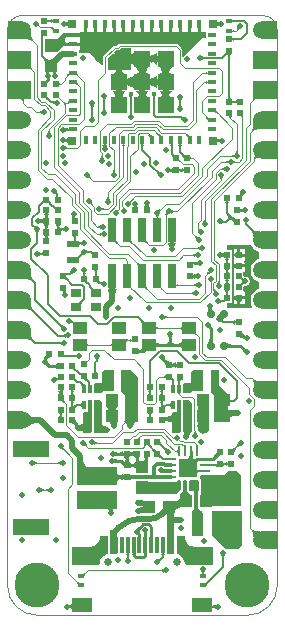
<source format=gtl>
G04*
G04 #@! TF.GenerationSoftware,Altium Limited,Altium Designer,25.0.1 (26)*
G04*
G04 Layer_Physical_Order=1*
G04 Layer_Color=6736896*
%FSLAX25Y25*%
%MOIN*%
G70*
G04*
G04 #@! TF.SameCoordinates,5D196012-D927-4492-92D9-CD159FF3DA83*
G04*
G04*
G04 #@! TF.FilePolarity,Positive*
G04*
G01*
G75*
%ADD10C,0.00984*%
%ADD11C,0.01181*%
%ADD12C,0.00591*%
%ADD13C,0.00787*%
%ADD14C,0.00394*%
%ADD16C,0.01968*%
%ADD17R,0.07087X0.04724*%
%ADD18R,0.07087X0.05709*%
%ADD19R,0.01181X0.05709*%
%ADD20R,0.03543X0.03150*%
%ADD21R,0.04331X0.02362*%
%ADD22R,0.12205X0.05512*%
%ADD23R,0.13386X0.05906*%
%ADD24R,0.04528X0.04134*%
%ADD25R,0.03347X0.07874*%
%ADD26R,0.02756X0.06693*%
%ADD27R,0.01378X0.02953*%
%ADD28R,0.02362X0.01968*%
%ADD29O,0.00984X0.03347*%
%ADD30O,0.03347X0.00984*%
%ADD31R,0.06496X0.06496*%
%ADD32C,0.02756*%
%ADD33R,0.02362X0.01575*%
%ADD34R,0.02953X0.08268*%
%ADD35R,0.02756X0.02756*%
%ADD36R,0.03150X0.01575*%
%ADD37R,0.01575X0.03150*%
%ADD38R,0.05709X0.05709*%
%ADD39R,0.03937X0.04331*%
%ADD40R,0.01968X0.02362*%
%ADD41R,0.04331X0.03937*%
%ADD74C,0.00787*%
%ADD75R,0.01575X0.01575*%
%ADD76C,0.00492*%
%ADD77C,0.00606*%
%ADD78C,0.00906*%
%ADD79C,0.00591*%
%ADD80C,0.00748*%
%ADD81C,0.01378*%
%ADD82C,0.02559*%
%ADD83C,0.05906*%
%ADD84R,0.05906X0.05906*%
%ADD85C,0.06000*%
%ADD86R,0.05000X0.05906*%
%ADD87R,0.05906X0.05906*%
%ADD88C,0.15000*%
%ADD89C,0.01968*%
%ADD90C,0.01772*%
G36*
X20221Y197669D02*
X20312Y197660D01*
X20410Y197658D01*
Y196870D01*
X20312Y196867D01*
X20221Y196859D01*
Y196476D01*
X19771Y196698D01*
X19744Y196681D01*
X19680Y196631D01*
X19620Y196575D01*
Y196772D01*
X19421Y196870D01*
Y197658D01*
X19620Y197755D01*
Y197953D01*
X19680Y197897D01*
X19744Y197846D01*
X19771Y197829D01*
X20221Y198051D01*
Y197669D01*
D02*
G37*
G36*
X75179Y198580D02*
X75198Y198529D01*
X75229Y198483D01*
X75272Y198444D01*
X75327Y198410D01*
X75395Y198383D01*
X75476Y198362D01*
X75569Y198347D01*
X75674Y198338D01*
X75791Y198335D01*
Y197728D01*
X75674Y197725D01*
X75569Y197716D01*
X75476Y197701D01*
X75395Y197680D01*
X75327Y197652D01*
X75272Y197619D01*
X75229Y197580D01*
X75198Y197534D01*
X75179Y197483D01*
X75173Y197425D01*
Y198638D01*
X75179Y198580D01*
D02*
G37*
G36*
X14973Y197425D02*
X14366Y197728D01*
Y198335D01*
X14973Y198638D01*
Y197425D01*
D02*
G37*
G36*
X13380Y198580D02*
X13398Y198529D01*
X13428Y198483D01*
X13471Y198444D01*
X13525Y198410D01*
X13592Y198383D01*
X13671Y198362D01*
X13762Y198347D01*
X13865Y198338D01*
X13980Y198335D01*
Y197728D01*
X13865Y197725D01*
X13762Y197716D01*
X13671Y197701D01*
X13592Y197680D01*
X13525Y197652D01*
X13471Y197619D01*
X13428Y197580D01*
X13398Y197534D01*
X13380Y197483D01*
X13374Y197425D01*
Y198638D01*
X13380Y198580D01*
D02*
G37*
G36*
X69787Y197976D02*
X69811Y197909D01*
X69851Y197850D01*
X69907Y197799D01*
X69979Y197756D01*
X70039Y197732D01*
X70114Y197764D01*
X70187Y197802D01*
X70256Y197846D01*
X70320Y197897D01*
X70380Y197953D01*
Y197666D01*
X70427Y197661D01*
X70578Y197658D01*
Y196870D01*
X70427Y196866D01*
X70380Y196862D01*
Y196575D01*
X70320Y196631D01*
X70256Y196681D01*
X70187Y196725D01*
X70114Y196764D01*
X70039Y196796D01*
X69979Y196772D01*
X69907Y196728D01*
X69851Y196677D01*
X69811Y196618D01*
X69787Y196551D01*
X69779Y196476D01*
Y196859D01*
X69688Y196867D01*
X69590Y196870D01*
Y197658D01*
X69688Y197660D01*
X69779Y197669D01*
Y198051D01*
X69787Y197976D01*
D02*
G37*
G36*
X77694Y195502D02*
X77573Y195500D01*
X77352Y195479D01*
X77251Y195460D01*
X77157Y195435D01*
X77069Y195404D01*
X76989Y195367D01*
X76914Y195324D01*
X76847Y195275D01*
X76786Y195221D01*
X76438Y195569D01*
X76493Y195630D01*
X76541Y195697D01*
X76584Y195771D01*
X76621Y195852D01*
X76652Y195939D01*
X76677Y196033D01*
X76697Y196134D01*
X76710Y196241D01*
X76718Y196355D01*
X76719Y196476D01*
X77694Y195502D01*
D02*
G37*
G36*
X15669Y195657D02*
X14973Y194961D01*
X14625Y195657D01*
X14973Y196005D01*
X15669Y195657D01*
D02*
G37*
G36*
X64398Y194492D02*
X65685D01*
Y194492D01*
X66161Y194454D01*
Y192500D01*
X65000D01*
X58688Y186188D01*
X58233Y186376D01*
Y188583D01*
X58176Y188871D01*
X58012Y189115D01*
X56831Y190296D01*
X56587Y190459D01*
X56299Y190516D01*
X37475D01*
X37187Y190459D01*
X36943Y190296D01*
X36544Y189896D01*
X35778D01*
X35489Y189839D01*
X35245Y189676D01*
X32145Y186575D01*
X31982Y186331D01*
X31925Y186043D01*
Y183719D01*
X31470Y183530D01*
X27500Y187500D01*
X23839D01*
Y188504D01*
X24296Y188587D01*
X24346D01*
Y189764D01*
X18504D01*
X16535Y187795D01*
X12598D01*
Y192126D01*
X16486D01*
X18455Y194095D01*
X24346D01*
Y194492D01*
X25602D01*
Y197067D01*
X26602D01*
Y194492D01*
X28752D01*
Y197067D01*
X29752D01*
Y194492D01*
X31902D01*
Y197067D01*
X32902D01*
Y194492D01*
X35051D01*
Y197067D01*
X36051D01*
Y194492D01*
X38201D01*
Y197067D01*
X39201D01*
Y194492D01*
X41350D01*
Y197067D01*
X42350D01*
Y194492D01*
X44500D01*
Y197067D01*
X45500D01*
Y194492D01*
X47650D01*
Y197067D01*
X48650D01*
Y194492D01*
X50799D01*
Y197067D01*
X51799D01*
Y194492D01*
X53949D01*
Y197067D01*
X54949D01*
Y194492D01*
X57098D01*
Y197067D01*
X58098D01*
Y194492D01*
X60248D01*
Y197067D01*
X61248D01*
Y194492D01*
X63398D01*
Y197067D01*
X64398D01*
Y194492D01*
D02*
G37*
G36*
X75178Y195327D02*
X75193Y195285D01*
X75218Y195248D01*
X75253Y195217D01*
X75299Y195189D01*
X75354Y195167D01*
X75420Y195150D01*
X75495Y195138D01*
X75581Y195130D01*
X75677Y195128D01*
Y194636D01*
X75581Y194633D01*
X75495Y194626D01*
X75420Y194614D01*
X75354Y194597D01*
X75299Y194574D01*
X75253Y194547D01*
X75218Y194515D01*
X75193Y194478D01*
X75178Y194437D01*
X75173Y194390D01*
Y195374D01*
X75178Y195327D01*
D02*
G37*
G36*
X11713Y192532D02*
X11122D01*
X11121Y192644D01*
X11100Y192975D01*
X11091Y193028D01*
X11080Y193069D01*
X11067Y193099D01*
X11052Y193116D01*
X11036Y193122D01*
X12008Y193134D01*
X11713Y192532D01*
D02*
G37*
G36*
X7954Y194480D02*
X8029Y193246D01*
X8078Y192913D01*
X8140Y192620D01*
X8214Y192366D01*
X8299Y192151D01*
X8397Y191976D01*
X8507Y191841D01*
X8159Y191493D01*
X8024Y191603D01*
X7848Y191700D01*
X7634Y191786D01*
X7380Y191860D01*
X7087Y191921D01*
X6754Y191971D01*
X5971Y192033D01*
X5029Y192047D01*
X7953Y194971D01*
X7954Y194480D01*
D02*
G37*
G36*
X75175Y192517D02*
X75193Y192466D01*
X75224Y192420D01*
X75266Y192381D01*
X75321Y192347D01*
X75387Y192320D01*
X75466Y192299D01*
X75557Y192284D01*
X75660Y192275D01*
X75775Y192272D01*
Y191665D01*
X75660Y191662D01*
X75557Y191653D01*
X75466Y191638D01*
X75387Y191617D01*
X75321Y191590D01*
X75266Y191556D01*
X75224Y191517D01*
X75193Y191471D01*
X75175Y191420D01*
X75169Y191362D01*
Y192575D01*
X75175Y192517D01*
D02*
G37*
G36*
X41146Y187011D02*
X42170Y187520D01*
Y186051D01*
X45000D01*
Y185051D01*
X42170D01*
Y183583D01*
X41146Y184092D01*
Y182094D01*
X41087Y181688D01*
X40681Y181630D01*
X38288D01*
X38297Y181576D01*
X38366Y181319D01*
X38455Y181101D01*
X38563Y180923D01*
X38691Y180784D01*
X38839Y180685D01*
X39006Y180626D01*
X39193Y180606D01*
X37724D01*
Y177776D01*
X36724D01*
Y180606D01*
X35256D01*
X35443Y180626D01*
X35610Y180685D01*
X35758Y180784D01*
X35886Y180923D01*
X35994Y181101D01*
X36083Y181319D01*
X36152Y181576D01*
X36160Y181630D01*
X33430D01*
Y185732D01*
X34945Y187247D01*
X35389Y187063D01*
X35713Y187386D01*
X35697Y187426D01*
X35529Y187831D01*
X36089Y188391D01*
X36718D01*
X36732Y188406D01*
X36928D01*
X37143Y188448D01*
X37387Y188611D01*
X37787Y189011D01*
X41146D01*
Y187011D01*
D02*
G37*
G36*
X49945Y183583D02*
X48399Y184351D01*
X48325Y184321D01*
X48147Y184213D01*
X48009Y184085D01*
X47910Y183937D01*
X47850Y183770D01*
X47830Y183583D01*
Y187520D01*
X47850Y187333D01*
X47910Y187165D01*
X48009Y187018D01*
X48147Y186890D01*
X48325Y186782D01*
X48399Y186751D01*
X49945Y187520D01*
Y183583D01*
D02*
G37*
G36*
X73666Y187071D02*
X74606D01*
X74311Y186469D01*
X73721D01*
X73474Y186972D01*
X72831Y186642D01*
X72413Y187059D01*
X72843Y187894D01*
X73666Y187071D01*
D02*
G37*
G36*
X17916Y185421D02*
X17526Y185017D01*
X16914Y184293D01*
X16691Y183973D01*
X16524Y183681D01*
X16412Y183416D01*
X16357Y183180D01*
Y182971D01*
X16412Y182790D01*
X16524Y182637D01*
X13740Y185421D01*
X13893Y185309D01*
X14074Y185254D01*
X14283D01*
X14519Y185309D01*
X14784Y185421D01*
X15076Y185588D01*
X15396Y185810D01*
X15744Y186089D01*
X16524Y186813D01*
X17916Y185421D01*
D02*
G37*
G36*
X64954Y186441D02*
X65033Y186374D01*
X65113Y186315D01*
X65194Y186264D01*
X65276Y186221D01*
X65359Y186185D01*
X65443Y186158D01*
X65529Y186138D01*
X65615Y186126D01*
X65703Y186122D01*
Y185531D01*
X65615Y185528D01*
X65529Y185516D01*
X65443Y185496D01*
X65359Y185468D01*
X65276Y185433D01*
X65194Y185390D01*
X65113Y185339D01*
X65033Y185280D01*
X64954Y185213D01*
X64876Y185138D01*
Y186516D01*
X64954Y186441D01*
D02*
G37*
G36*
X5688Y185089D02*
X5699Y185021D01*
X5717Y184953D01*
X5742Y184884D01*
X5775Y184815D01*
X5814Y184745D01*
X5861Y184675D01*
X5915Y184604D01*
X5976Y184533D01*
X6045Y184461D01*
Y183765D01*
X5976Y183830D01*
X5915Y183880D01*
X5861Y183916D01*
X5814Y183938D01*
X5775Y183945D01*
X5742Y183938D01*
X5717Y183916D01*
X5699Y183880D01*
X5688Y183830D01*
X5685Y183765D01*
Y185157D01*
X5688Y185089D01*
D02*
G37*
G36*
X12732Y185721D02*
X12949Y185538D01*
X13045Y185471D01*
X13133Y185421D01*
X13212Y185387D01*
X13283Y185371D01*
X13346D01*
X13400Y185387D01*
X13446Y185421D01*
X13259Y185233D01*
X13630Y184910D01*
X13822Y184769D01*
X14000Y184653D01*
X14163Y184564D01*
X14312Y184500D01*
X14447Y184461D01*
X14568Y184449D01*
X13583Y183464D01*
X13570Y183584D01*
X13532Y183719D01*
X13468Y183868D01*
X13378Y184032D01*
X13263Y184209D01*
X13122Y184401D01*
X12804Y184779D01*
X12611Y184586D01*
X12193Y185421D01*
X12611Y185838D01*
X12732Y185721D01*
D02*
G37*
G36*
X7909Y182869D02*
X7902Y182819D01*
X7907Y182763D01*
X7924Y182702D01*
X7954Y182635D01*
X7996Y182563D01*
X8051Y182485D01*
X8118Y182401D01*
X8289Y182217D01*
X8098Y181711D01*
X7402Y182071D01*
X7929Y182913D01*
X7909Y182869D01*
D02*
G37*
G36*
X16145Y181316D02*
X16153Y181222D01*
X16168Y181133D01*
X16172Y181117D01*
X16524Y181114D01*
X16451Y181106D01*
X16386Y181082D01*
X16329Y181043D01*
X16279Y180988D01*
X16237Y180917D01*
X16237Y180916D01*
X16248Y180889D01*
X16286Y180817D01*
X16331Y180748D01*
X16381Y180684D01*
X16437Y180624D01*
X16159D01*
X16157Y180610D01*
X16146Y180476D01*
X16142Y180327D01*
X15354D01*
X15350Y180478D01*
X15339Y180614D01*
X15337Y180624D01*
X15059D01*
X15115Y180684D01*
X15165Y180748D01*
X15210Y180817D01*
X15248Y180889D01*
X15259Y180916D01*
X15256Y180925D01*
X15213Y180997D01*
X15161Y181053D01*
X15102Y181093D01*
X15035Y181117D01*
X14961Y181126D01*
X15326Y181123D01*
X15328Y181133D01*
X15342Y181222D01*
X15351Y181316D01*
X15354Y181414D01*
X16142D01*
X16145Y181316D01*
D02*
G37*
G36*
X53976Y181174D02*
X54006Y181101D01*
X54114Y180923D01*
X54242Y180784D01*
X54390Y180685D01*
X54557Y180626D01*
X54744Y180606D01*
X50807D01*
X50994Y180626D01*
X51161Y180685D01*
X51309Y180784D01*
X51437Y180923D01*
X51545Y181101D01*
X51575Y181174D01*
X50807Y182709D01*
X54744D01*
X53976Y181174D01*
D02*
G37*
G36*
X46201D02*
X46230Y181101D01*
X46339Y180923D01*
X46466Y180784D01*
X46614Y180685D01*
X46782Y180626D01*
X46968Y180606D01*
X43031D01*
X43218Y180626D01*
X43386Y180685D01*
X43534Y180784D01*
X43661Y180923D01*
X43770Y181101D01*
X43799Y181174D01*
X43031Y182709D01*
X46968D01*
X46201Y181174D01*
D02*
G37*
G36*
X66677Y180433D02*
X66173Y180679D01*
Y181171D01*
X66677Y181417D01*
Y180433D01*
D02*
G37*
G36*
X13782Y181316D02*
X13791Y181222D01*
X13806Y181133D01*
X13808Y181123D01*
X14173Y181126D01*
X14098Y181117D01*
X14031Y181093D01*
X13972Y181053D01*
X13921Y180997D01*
X13878Y180925D01*
X13874Y180916D01*
X13886Y180889D01*
X13924Y180817D01*
X13969Y180748D01*
X14019Y180684D01*
X14075Y180624D01*
X13797D01*
X13795Y180614D01*
X13783Y180478D01*
X13780Y180327D01*
X12992D01*
X12988Y180476D01*
X12977Y180610D01*
X12975Y180624D01*
X12697D01*
X12753Y180684D01*
X12803Y180748D01*
X12847Y180817D01*
X12886Y180889D01*
X12897Y180916D01*
X12897Y180917D01*
X12855Y180988D01*
X12805Y181043D01*
X12748Y181082D01*
X12683Y181106D01*
X12611Y181114D01*
X12962Y181117D01*
X12966Y181133D01*
X12980Y181222D01*
X12989Y181316D01*
X12992Y181414D01*
X13780D01*
X13782Y181316D01*
D02*
G37*
G36*
X23307Y180807D02*
X23293Y180762D01*
Y180710D01*
X23307Y180651D01*
X23335Y180585D01*
X23376Y180512D01*
X23432Y180432D01*
X23502Y180345D01*
X23682Y180150D01*
X23335Y179802D01*
X23234Y179899D01*
X23053Y180052D01*
X22973Y180108D01*
X22899Y180150D01*
X22833Y180178D01*
X22774Y180192D01*
X22722D01*
X22677Y180178D01*
X22638Y180150D01*
X23335Y180846D01*
X23307Y180807D01*
D02*
G37*
G36*
X20905Y180150D02*
X20209Y179802D01*
X19861Y180150D01*
X20209Y180846D01*
X20905Y180150D01*
D02*
G37*
G36*
X49945Y175807D02*
X48399Y176575D01*
X48325Y176545D01*
X48147Y176437D01*
X48009Y176309D01*
X47910Y176161D01*
X47850Y175994D01*
X47830Y175807D01*
Y179744D01*
X47850Y179557D01*
X47910Y179390D01*
X48009Y179242D01*
X48147Y179114D01*
X48325Y179006D01*
X48399Y178976D01*
X49945Y179744D01*
Y175807D01*
D02*
G37*
G36*
X42170D02*
X40624Y176575D01*
X40550Y176545D01*
X40372Y176437D01*
X40233Y176309D01*
X40134Y176161D01*
X40075Y175994D01*
X40055Y175807D01*
Y179744D01*
X40075Y179557D01*
X40134Y179390D01*
X40233Y179242D01*
X40372Y179114D01*
X40550Y179006D01*
X40624Y178976D01*
X42170Y179744D01*
Y175807D01*
D02*
G37*
G36*
X66677Y177284D02*
X66173Y177530D01*
Y178022D01*
X66677Y178268D01*
Y177284D01*
D02*
G37*
G36*
X17107Y177611D02*
X17122Y177569D01*
X17147Y177532D01*
X17183Y177500D01*
X17228Y177473D01*
X17284Y177451D01*
X17349Y177434D01*
X17425Y177421D01*
X17510Y177414D01*
X17606Y177411D01*
Y176919D01*
X17510Y176917D01*
X17425Y176909D01*
X17349Y176897D01*
X17284Y176880D01*
X17228Y176858D01*
X17183Y176831D01*
X17147Y176799D01*
X17122Y176762D01*
X17107Y176720D01*
X17102Y176673D01*
Y177657D01*
X17107Y177611D01*
D02*
G37*
G36*
X23307Y177658D02*
X23293Y177613D01*
Y177560D01*
X23307Y177501D01*
X23335Y177435D01*
X23376Y177362D01*
X23432Y177282D01*
X23502Y177195D01*
X23682Y177000D01*
X23335Y176652D01*
X23234Y176750D01*
X23053Y176903D01*
X22973Y176958D01*
X22899Y177000D01*
X22833Y177028D01*
X22774Y177042D01*
X22722D01*
X22677Y177028D01*
X22638Y177000D01*
X23335Y177696D01*
X23307Y177658D01*
D02*
G37*
G36*
X84315Y173607D02*
X83955D01*
Y174303D01*
X84315Y174999D01*
Y173607D01*
D02*
G37*
G36*
X53976Y173398D02*
X54006Y173326D01*
X54114Y173147D01*
X54242Y173009D01*
X54390Y172909D01*
X54557Y172850D01*
X54744Y172830D01*
X50807D01*
X50994Y172850D01*
X51161Y172909D01*
X51309Y173009D01*
X51437Y173147D01*
X51545Y173326D01*
X51575Y173398D01*
X50807Y174933D01*
X54744D01*
X53976Y173398D01*
D02*
G37*
G36*
X46201D02*
X46230Y173326D01*
X46339Y173147D01*
X46466Y173009D01*
X46614Y172909D01*
X46782Y172850D01*
X46968Y172830D01*
X43031D01*
X43218Y172850D01*
X43386Y172909D01*
X43534Y173009D01*
X43661Y173147D01*
X43770Y173326D01*
X43799Y173398D01*
X43031Y174933D01*
X46968D01*
X46201Y173398D01*
D02*
G37*
G36*
X38425D02*
X38455Y173326D01*
X38563Y173147D01*
X38691Y173009D01*
X38839Y172909D01*
X39006Y172850D01*
X39193Y172830D01*
X35256D01*
X35443Y172850D01*
X35610Y172909D01*
X35758Y173009D01*
X35886Y173147D01*
X35994Y173326D01*
X36024Y173398D01*
X35256Y174933D01*
X39193D01*
X38425Y173398D01*
D02*
G37*
G36*
X49461Y173205D02*
X49419Y173150D01*
X49382Y173091D01*
X49350Y173027D01*
X49323Y172959D01*
X49301Y172887D01*
X49284Y172810D01*
X49272Y172729D01*
X49264Y172643D01*
X49262Y172553D01*
X48514D01*
X48511Y172643D01*
X48504Y172729D01*
X48492Y172810D01*
X48474Y172887D01*
X48452Y172959D01*
X48425Y173027D01*
X48393Y173091D01*
X48356Y173150D01*
X48314Y173205D01*
X48268Y173255D01*
X49508D01*
X49461Y173205D01*
D02*
G37*
G36*
X41686D02*
X41644Y173150D01*
X41607Y173091D01*
X41575Y173027D01*
X41548Y172959D01*
X41526Y172887D01*
X41508Y172810D01*
X41496Y172729D01*
X41489Y172643D01*
X41486Y172553D01*
X40738D01*
X40736Y172643D01*
X40728Y172729D01*
X40716Y172810D01*
X40699Y172887D01*
X40677Y172959D01*
X40650Y173027D01*
X40618Y173091D01*
X40581Y173150D01*
X40539Y173205D01*
X40492Y173255D01*
X41732D01*
X41686Y173205D01*
D02*
G37*
G36*
X74314Y172708D02*
X74323Y172606D01*
X74338Y172515D01*
X74358Y172437D01*
X74385Y172371D01*
X74417Y172317D01*
X74456Y172274D01*
X74500Y172244D01*
X74550Y172226D01*
X74606Y172220D01*
X73425D01*
X73481Y172226D01*
X73532Y172244D01*
X73576Y172274D01*
X73614Y172317D01*
X73647Y172371D01*
X73673Y172437D01*
X73694Y172515D01*
X73709Y172606D01*
X73717Y172708D01*
X73721Y172823D01*
X74311D01*
X74314Y172708D01*
D02*
G37*
G36*
X13122Y173506D02*
X13101Y173435D01*
X13102Y173352D01*
X13125Y173258D01*
X13171Y173152D01*
X13239Y173035D01*
X13329Y172906D01*
X13442Y172767D01*
X13734Y172453D01*
X13177Y171896D01*
X13014Y172053D01*
X12723Y172301D01*
X12595Y172391D01*
X12478Y172459D01*
X12372Y172505D01*
X12278Y172528D01*
X12195Y172529D01*
X12124Y172508D01*
X12063Y172465D01*
X13165Y173566D01*
X13122Y173506D01*
D02*
G37*
G36*
X32913Y172462D02*
X32859Y172395D01*
X32812Y172324D01*
X32771Y172250D01*
X32736Y172172D01*
X32708Y172090D01*
X32686Y172005D01*
X32670Y171916D01*
X32661Y171824D01*
X32658Y171727D01*
X31909D01*
X31906Y171824D01*
X31897Y171916D01*
X31881Y172005D01*
X31859Y172090D01*
X31831Y172172D01*
X31796Y172250D01*
X31755Y172324D01*
X31708Y172395D01*
X31654Y172462D01*
X31594Y172526D01*
X32972D01*
X32913Y172462D01*
D02*
G37*
G36*
X82755Y172059D02*
X82059Y171711D01*
X81711Y172059D01*
X82059Y172755D01*
X82755Y172059D01*
D02*
G37*
G36*
X5364Y171567D02*
X4872D01*
X4626Y172059D01*
X5610D01*
X5364Y171567D01*
D02*
G37*
G36*
X58109Y172068D02*
X58056Y172001D01*
X58009Y171930D01*
X57968Y171856D01*
X57933Y171778D01*
X57905Y171696D01*
X57883Y171611D01*
X57867Y171522D01*
X57858Y171430D01*
X57854Y171334D01*
X57106D01*
X57103Y171430D01*
X57094Y171522D01*
X57078Y171611D01*
X57056Y171696D01*
X57028Y171778D01*
X56993Y171856D01*
X56952Y171930D01*
X56905Y172001D01*
X56851Y172068D01*
X56791Y172132D01*
X58169D01*
X58109Y172068D01*
D02*
G37*
G36*
X76390Y170669D02*
X75799Y170965D01*
Y171555D01*
X76390Y171850D01*
Y170669D01*
D02*
G37*
G36*
X75179Y171794D02*
X75197Y171744D01*
X75227Y171700D01*
X75269Y171661D01*
X75323Y171629D01*
X75390Y171602D01*
X75468Y171582D01*
X75559Y171567D01*
X75661Y171558D01*
X75775Y171555D01*
Y170965D01*
X75661Y170962D01*
X75559Y170953D01*
X75468Y170938D01*
X75390Y170917D01*
X75323Y170891D01*
X75269Y170858D01*
X75227Y170820D01*
X75197Y170776D01*
X75179Y170725D01*
X75173Y170669D01*
Y171850D01*
X75179Y171794D01*
D02*
G37*
G36*
X15607Y170369D02*
X15563Y170434D01*
X15512Y170492D01*
X15456Y170544D01*
X15393Y170588D01*
X15324Y170625D01*
X15249Y170656D01*
X15168Y170680D01*
X15081Y170697D01*
X14988Y170707D01*
X14889Y170711D01*
X15094Y171498D01*
X15191Y171500D01*
X15376Y171517D01*
X15464Y171532D01*
X15548Y171551D01*
X15630Y171575D01*
X15708Y171602D01*
X15783Y171634D01*
X15855Y171670D01*
X15923Y171710D01*
X15607Y170369D01*
D02*
G37*
G36*
X18958Y171158D02*
X19032Y171099D01*
X19109Y171047D01*
X19189Y171002D01*
X19271Y170963D01*
X19357Y170932D01*
X19445Y170908D01*
X19536Y170890D01*
X19631Y170880D01*
X19727Y170876D01*
X19872Y170384D01*
X19778Y170379D01*
X19694Y170365D01*
X19621Y170340D01*
X19557Y170306D01*
X19503Y170261D01*
X19458Y170207D01*
X19424Y170143D01*
X19399Y170069D01*
X19385Y169986D01*
X19379Y169892D01*
X18887Y170036D01*
X18884Y170133D01*
X18873Y170227D01*
X18856Y170319D01*
X18832Y170407D01*
X18800Y170492D01*
X18762Y170575D01*
X18717Y170655D01*
X18665Y170731D01*
X18606Y170805D01*
X18539Y170876D01*
X18887Y171224D01*
X18958Y171158D01*
D02*
G37*
G36*
X57858Y170302D02*
X57867Y170210D01*
X57883Y170121D01*
X57905Y170036D01*
X57933Y169954D01*
X57968Y169876D01*
X58009Y169802D01*
X58056Y169731D01*
X58109Y169664D01*
X58169Y169600D01*
X56791D01*
X56851Y169664D01*
X56905Y169731D01*
X56952Y169802D01*
X56993Y169876D01*
X57028Y169954D01*
X57056Y170036D01*
X57078Y170121D01*
X57094Y170210D01*
X57103Y170302D01*
X57106Y170399D01*
X57854D01*
X57858Y170302D01*
D02*
G37*
G36*
X28897Y169903D02*
X28843Y169836D01*
X28796Y169765D01*
X28755Y169691D01*
X28721Y169613D01*
X28692Y169531D01*
X28670Y169446D01*
X28654Y169357D01*
X28645Y169264D01*
X28642Y169168D01*
X27894D01*
X27891Y169264D01*
X27881Y169357D01*
X27865Y169446D01*
X27843Y169531D01*
X27815Y169613D01*
X27780Y169691D01*
X27739Y169765D01*
X27692Y169836D01*
X27639Y169903D01*
X27579Y169966D01*
X28957D01*
X28897Y169903D01*
D02*
G37*
G36*
X32661Y168728D02*
X32670Y168635D01*
X32686Y168546D01*
X32708Y168461D01*
X32736Y168380D01*
X32771Y168302D01*
X32812Y168227D01*
X32859Y168156D01*
X32913Y168089D01*
X32972Y168026D01*
X31594D01*
X31654Y168089D01*
X31708Y168156D01*
X31755Y168227D01*
X31796Y168302D01*
X31831Y168380D01*
X31859Y168461D01*
X31881Y168546D01*
X31897Y168635D01*
X31906Y168728D01*
X31909Y168824D01*
X32658D01*
X32661Y168728D01*
D02*
G37*
G36*
X70139Y167610D02*
X69850Y167203D01*
X69746Y167305D01*
X69560Y167464D01*
X69478Y167521D01*
X69405Y167565D01*
X69339Y167593D01*
X69281Y167608D01*
X69231Y167607D01*
X69189Y167593D01*
X69154Y167563D01*
X69779Y168306D01*
X70139Y167610D01*
D02*
G37*
G36*
X11552Y167028D02*
X11465Y167112D01*
X11294Y167253D01*
X11209Y167311D01*
X11124Y167360D01*
X11041Y167400D01*
X10958Y167431D01*
X10875Y167453D01*
X10793Y167466D01*
X10711Y167471D01*
Y167963D01*
X10793Y167967D01*
X10875Y167980D01*
X10958Y168002D01*
X11041Y168034D01*
X11124Y168073D01*
X11209Y168122D01*
X11294Y168180D01*
X11379Y168246D01*
X11465Y168321D01*
X11552Y168405D01*
Y167028D01*
D02*
G37*
G36*
X74515Y165889D02*
X74023D01*
X73807Y166363D01*
X74731D01*
X74515Y165889D01*
D02*
G37*
G36*
X78728Y166351D02*
X78702Y166346D01*
X78679Y166331D01*
X78659Y166306D01*
X78641Y166272D01*
X78626Y166228D01*
X78614Y166173D01*
X78605Y166109D01*
X78598Y166036D01*
X78592Y165858D01*
X78100D01*
X77854Y166363D01*
X78728Y166351D01*
D02*
G37*
G36*
X28645Y166444D02*
X28654Y166352D01*
X28670Y166263D01*
X28692Y166178D01*
X28721Y166096D01*
X28755Y166018D01*
X28796Y165944D01*
X28843Y165873D01*
X28897Y165806D01*
X28957Y165742D01*
X27579D01*
X27639Y165806D01*
X27692Y165873D01*
X27739Y165944D01*
X27780Y166018D01*
X27815Y166096D01*
X27843Y166178D01*
X27865Y166263D01*
X27881Y166352D01*
X27891Y166444D01*
X27894Y166540D01*
X28642D01*
X28645Y166444D01*
D02*
G37*
G36*
X67361Y165941D02*
X66677Y165257D01*
X66318Y165953D01*
X66666Y166300D01*
X67361Y165941D01*
D02*
G37*
G36*
X58328Y166221D02*
X58400Y166162D01*
X58474Y166110D01*
X58550Y166066D01*
X58628Y166028D01*
X58708Y165997D01*
X58789Y165974D01*
X58873Y165957D01*
X58958Y165947D01*
X59045Y165945D01*
X58071Y164971D01*
X58068Y165058D01*
X58059Y165143D01*
X58042Y165226D01*
X58018Y165308D01*
X57988Y165388D01*
X57950Y165465D01*
X57905Y165541D01*
X57854Y165615D01*
X57795Y165687D01*
X57729Y165758D01*
X58258Y166286D01*
X58328Y166221D01*
D02*
G37*
G36*
X20209Y161252D02*
X20201Y161304D01*
X20177Y161351D01*
X20138Y161392D01*
X20083Y161427D01*
X20012Y161457D01*
X19925Y161482D01*
X19829Y161500D01*
X19811Y161497D01*
X19728Y161474D01*
X19649Y161445D01*
X19576Y161410D01*
X19508Y161368D01*
X19445Y161319D01*
X19387Y161265D01*
X19334Y161204D01*
X19182Y162573D01*
X19248Y162524D01*
X19317Y162479D01*
X19389Y162440D01*
X19465Y162407D01*
X19545Y162378D01*
X19628Y162355D01*
X19715Y162336D01*
X19736Y162333D01*
X19828Y162348D01*
X19931Y162376D01*
X20019Y162411D01*
X20091Y162455D01*
X20147Y162506D01*
X20188Y162565D01*
X20212Y162632D01*
X20221Y162707D01*
X20209Y161252D01*
D02*
G37*
G36*
X84970Y162047D02*
X84480Y162046D01*
X83246Y161971D01*
X82913Y161921D01*
X82620Y161860D01*
X82366Y161786D01*
X82152Y161700D01*
X81976Y161603D01*
X81841Y161493D01*
X81493Y161841D01*
X81603Y161976D01*
X81700Y162152D01*
X81786Y162366D01*
X81860Y162620D01*
X81921Y162913D01*
X81971Y163246D01*
X82033Y164029D01*
X82047Y164971D01*
X84970Y162047D01*
D02*
G37*
G36*
X14030Y161304D02*
X14043Y161222D01*
X14065Y161140D01*
X14096Y161056D01*
X14136Y160973D01*
X14185Y160888D01*
X14243Y160803D01*
X14309Y160718D01*
X14384Y160632D01*
X14469Y160545D01*
X13091D01*
X13175Y160632D01*
X13316Y160803D01*
X13374Y160888D01*
X13423Y160973D01*
X13463Y161056D01*
X13494Y161140D01*
X13516Y161222D01*
X13529Y161304D01*
X13533Y161386D01*
X14026D01*
X14030Y161304D01*
D02*
G37*
G36*
X47554Y160447D02*
X47878Y160174D01*
X47969Y160113D01*
X48052Y160067D01*
X48126Y160036D01*
X48192Y160021D01*
X48250Y160020D01*
X48298Y160035D01*
X47386Y159579D01*
X47026Y160275D01*
X47429Y160569D01*
X47554Y160447D01*
D02*
G37*
G36*
X60669Y160035D02*
X59985Y159351D01*
X59625Y160047D01*
X59973Y160395D01*
X60669Y160035D01*
D02*
G37*
G36*
X51220D02*
X50536Y159351D01*
X50176Y160047D01*
X50524Y160395D01*
X51220Y160035D01*
D02*
G37*
G36*
X20221Y157579D02*
X19562Y157903D01*
X19549Y157899D01*
X19472Y157866D01*
X19399Y157828D01*
X19331Y157783D01*
X19267Y157733D01*
X19207Y157677D01*
Y159055D01*
X19267Y158999D01*
X19331Y158949D01*
X19399Y158905D01*
X19472Y158866D01*
X19549Y158834D01*
X19562Y158829D01*
X20221Y159153D01*
Y157579D01*
D02*
G37*
G36*
X69787Y159000D02*
X69811Y158933D01*
X69851Y158874D01*
X69907Y158823D01*
X69979Y158780D01*
X70067Y158744D01*
X70171Y158716D01*
X70245Y158704D01*
X70265Y158708D01*
X70350Y158728D01*
X70431Y158755D01*
X70508Y158787D01*
X70581Y158826D01*
X70649Y158870D01*
X70714Y158920D01*
X70774Y158976D01*
Y157598D01*
X70714Y157655D01*
X70649Y157705D01*
X70581Y157749D01*
X70508Y157787D01*
X70431Y157820D01*
X70350Y157846D01*
X70265Y157867D01*
X70245Y157870D01*
X70171Y157858D01*
X70067Y157831D01*
X69979Y157795D01*
X69907Y157752D01*
X69851Y157701D01*
X69811Y157642D01*
X69787Y157575D01*
X69779Y157500D01*
Y159075D01*
X69787Y159000D01*
D02*
G37*
G36*
X38947Y156429D02*
X38455D01*
X38209Y156922D01*
X39193D01*
X38947Y156429D01*
D02*
G37*
G36*
X57894Y156331D02*
X57303D01*
X57008Y156922D01*
X58189D01*
X57894Y156331D01*
D02*
G37*
G36*
X55036D02*
X54445D01*
X54150Y156922D01*
X55224D01*
X55036Y156331D01*
D02*
G37*
G36*
X45295D02*
X44705D01*
X44409Y156922D01*
X45591D01*
X45295Y156331D01*
D02*
G37*
G36*
X32876Y156936D02*
X32877Y156922D01*
X33177D01*
X33007Y156481D01*
X33027Y156447D01*
X33075Y156382D01*
X33128Y156322D01*
X33188Y156267D01*
X32916Y156245D01*
X32873Y156134D01*
X32085D01*
X32064Y156178D01*
X31815Y156158D01*
X31866Y156222D01*
X31912Y156290D01*
X31953Y156362D01*
X31962Y156381D01*
X31692Y156922D01*
X32084D01*
X32085Y156966D01*
X32873Y157035D01*
X32876Y156936D01*
D02*
G37*
G36*
X19219Y156499D02*
X19411Y156369D01*
X19504Y156317D01*
X19594Y156272D01*
X19682Y156236D01*
X19767Y156208D01*
X19850Y156187D01*
X19931Y156175D01*
X20009Y156171D01*
X20070Y155679D01*
X19986Y155674D01*
X19903Y155660D01*
X19822Y155637D01*
X19741Y155604D01*
X19662Y155561D01*
X19584Y155509D01*
X19507Y155448D01*
X19432Y155377D01*
X19357Y155297D01*
X19284Y155207D01*
X19119Y156575D01*
X19219Y156499D01*
D02*
G37*
G36*
X76628Y154612D02*
X76642Y154529D01*
X76664Y154447D01*
X76695Y154364D01*
X76735Y154280D01*
X76784Y154195D01*
X76841Y154111D01*
X76907Y154025D01*
X76983Y153939D01*
X77067Y153852D01*
X75689D01*
X75773Y153939D01*
X75915Y154111D01*
X75972Y154195D01*
X76021Y154280D01*
X76061Y154364D01*
X76092Y154447D01*
X76114Y154529D01*
X76127Y154612D01*
X76132Y154693D01*
X76624D01*
X76628Y154612D01*
D02*
G37*
G36*
X55909Y153323D02*
X55142Y152555D01*
X54712Y153334D01*
X55130Y153752D01*
X55909Y153323D01*
D02*
G37*
G36*
X59509D02*
X58685Y152499D01*
X58256Y153334D01*
X58673Y153752D01*
X59509Y153323D01*
D02*
G37*
G36*
X75675Y152461D02*
X75589Y152545D01*
X75417Y152687D01*
X75332Y152744D01*
X75248Y152793D01*
X75164Y152833D01*
X75081Y152864D01*
X74998Y152886D01*
X74916Y152899D01*
X74834Y152903D01*
Y153396D01*
X74916Y153400D01*
X74998Y153413D01*
X75081Y153436D01*
X75164Y153466D01*
X75248Y153506D01*
X75332Y153555D01*
X75417Y153613D01*
X75503Y153679D01*
X75589Y153754D01*
X75675Y153839D01*
Y152461D01*
D02*
G37*
G36*
X83779Y152312D02*
X83627Y152373D01*
X83479Y152416D01*
X83337Y152440D01*
X83198Y152447D01*
X83064Y152436D01*
X82934Y152407D01*
X82808Y152359D01*
X82687Y152294D01*
X82570Y152211D01*
X82457Y152109D01*
X82109Y152457D01*
X82211Y152570D01*
X82294Y152687D01*
X82359Y152808D01*
X82407Y152934D01*
X82436Y153064D01*
X82447Y153198D01*
X82440Y153337D01*
X82415Y153480D01*
X82373Y153627D01*
X82312Y153779D01*
X83779Y152312D01*
D02*
G37*
G36*
X31747Y153037D02*
X31760Y152955D01*
X31782Y152872D01*
X31813Y152789D01*
X31853Y152705D01*
X31902Y152621D01*
X31959Y152536D01*
X32026Y152450D01*
X32101Y152364D01*
X32185Y152278D01*
X30807D01*
X30891Y152364D01*
X31033Y152536D01*
X31091Y152621D01*
X31139Y152705D01*
X31179Y152789D01*
X31210Y152872D01*
X31232Y152955D01*
X31246Y153037D01*
X31250Y153118D01*
X31742D01*
X31747Y153037D01*
D02*
G37*
G36*
X61016Y152808D02*
X61031Y152766D01*
X61056Y152729D01*
X61090Y152697D01*
X61135Y152670D01*
X61189Y152648D01*
X61253Y152630D01*
X61327Y152618D01*
X61410Y152611D01*
X61504Y152608D01*
Y152116D01*
X61410Y152114D01*
X61327Y152106D01*
X61253Y152094D01*
X61189Y152077D01*
X61135Y152055D01*
X61090Y152027D01*
X61056Y151996D01*
X61031Y151959D01*
X61016Y151917D01*
X61012Y151870D01*
Y152854D01*
X61016Y152808D01*
D02*
G37*
G36*
X57441Y152048D02*
X57427Y152002D01*
Y151950D01*
X57441Y151891D01*
X57468Y151825D01*
X57510Y151752D01*
X57566Y151672D01*
X57635Y151585D01*
X57816Y151390D01*
X57468Y151042D01*
X57367Y151139D01*
X57186Y151293D01*
X57106Y151348D01*
X57033Y151390D01*
X56967Y151418D01*
X56908Y151432D01*
X56856D01*
X56811Y151418D01*
X56772Y151390D01*
X57468Y152086D01*
X57441Y152048D01*
D02*
G37*
G36*
X75199Y151786D02*
X75370Y151644D01*
X75455Y151587D01*
X75540Y151538D01*
X75623Y151498D01*
X75707Y151467D01*
X75789Y151445D01*
X75871Y151432D01*
X75953Y151427D01*
Y150935D01*
X75871Y150931D01*
X75789Y150917D01*
X75707Y150895D01*
X75623Y150864D01*
X75540Y150824D01*
X75455Y150776D01*
X75370Y150718D01*
X75285Y150652D01*
X75199Y150576D01*
X75112Y150492D01*
Y151870D01*
X75199Y151786D01*
D02*
G37*
G36*
X73707Y150492D02*
X73620Y150576D01*
X73449Y150718D01*
X73364Y150776D01*
X73279Y150824D01*
X73195Y150864D01*
X73112Y150895D01*
X73030Y150917D01*
X72948Y150931D01*
X72866Y150935D01*
Y151427D01*
X72948Y151432D01*
X73030Y151445D01*
X73112Y151467D01*
X73195Y151498D01*
X73279Y151538D01*
X73364Y151587D01*
X73449Y151644D01*
X73534Y151711D01*
X73620Y151786D01*
X73707Y151870D01*
Y150492D01*
D02*
G37*
G36*
X55142Y147589D02*
X54548Y147882D01*
X54526Y147872D01*
X54455Y147832D01*
X54389Y147786D01*
X54327Y147733D01*
X54270Y147675D01*
X54202Y149051D01*
X54265Y148997D01*
X54331Y148950D01*
X54402Y148908D01*
X54476Y148871D01*
X54516Y148856D01*
X55142Y149164D01*
Y147589D01*
D02*
G37*
G36*
X58685Y147638D02*
X57932Y148009D01*
X57854Y147996D01*
X57752Y147968D01*
X57665Y147933D01*
X57594Y147890D01*
X57539Y147839D01*
X57500Y147780D01*
X57476Y147713D01*
X57468Y147638D01*
Y149213D01*
X57476Y149138D01*
X57500Y149071D01*
X57539Y149012D01*
X57594Y148961D01*
X57665Y148917D01*
X57752Y148882D01*
X57854Y148854D01*
X57932Y148841D01*
X58685Y149213D01*
Y147638D01*
D02*
G37*
G36*
X72526Y148130D02*
X72439Y148214D01*
X72268Y148356D01*
X72183Y148413D01*
X72098Y148462D01*
X72014Y148502D01*
X71931Y148533D01*
X71848Y148555D01*
X71766Y148568D01*
X71685Y148573D01*
Y149065D01*
X71766Y149069D01*
X71848Y149083D01*
X71931Y149105D01*
X72014Y149136D01*
X72098Y149176D01*
X72183Y149224D01*
X72268Y149282D01*
X72353Y149348D01*
X72439Y149424D01*
X72526Y149508D01*
Y148130D01*
D02*
G37*
G36*
X35722Y148486D02*
X35726Y148405D01*
X35739Y148323D01*
X35761Y148240D01*
X35792Y148157D01*
X35831Y148072D01*
X35879Y147986D01*
X35936Y147900D01*
X36001Y147813D01*
X36075Y147724D01*
X36158Y147635D01*
X34780Y147668D01*
X34866Y147752D01*
X34942Y147835D01*
X35010Y147919D01*
X35068Y148002D01*
X35118Y148085D01*
X35158Y148168D01*
X35189Y148251D01*
X35212Y148334D01*
X35225Y148416D01*
X35230Y148498D01*
X35722Y148486D01*
D02*
G37*
G36*
X50287Y147899D02*
X50358Y147846D01*
X50432Y147801D01*
X50511Y147764D01*
X50594Y147734D01*
X50681Y147712D01*
X50773Y147697D01*
X50869Y147690D01*
X50969Y147690D01*
X51073Y147698D01*
X50201Y146632D01*
X50188Y146742D01*
X50170Y146846D01*
X50148Y146946D01*
X50120Y147040D01*
X50087Y147130D01*
X50049Y147213D01*
X50006Y147292D01*
X49959Y147366D01*
X49905Y147434D01*
X49847Y147497D01*
X50221Y147959D01*
X50287Y147899D01*
D02*
G37*
G36*
X27583Y146774D02*
X27604Y146552D01*
X27623Y146451D01*
X27648Y146357D01*
X27679Y146270D01*
X27716Y146189D01*
X27759Y146115D01*
X27808Y146047D01*
X27863Y145987D01*
X27514Y145639D01*
X27454Y145693D01*
X27386Y145742D01*
X27312Y145785D01*
X27231Y145822D01*
X27144Y145853D01*
X27050Y145878D01*
X26949Y145897D01*
X26842Y145911D01*
X26728Y145918D01*
X26607Y145920D01*
X27581Y146894D01*
X27583Y146774D01*
D02*
G37*
G36*
X71865Y146061D02*
X71723Y145889D01*
X71665Y145805D01*
X71617Y145720D01*
X71577Y145636D01*
X71546Y145553D01*
X71524Y145471D01*
X71510Y145388D01*
X71506Y145307D01*
X71014D01*
X71009Y145388D01*
X70996Y145471D01*
X70974Y145553D01*
X70943Y145636D01*
X70903Y145720D01*
X70854Y145805D01*
X70797Y145889D01*
X70730Y145975D01*
X70655Y146061D01*
X70571Y146148D01*
X71949D01*
X71865Y146061D01*
D02*
G37*
G36*
X16478Y141335D02*
X16483Y141248D01*
X16495Y141163D01*
X16514Y141079D01*
X16541Y140998D01*
X16576Y140920D01*
X16618Y140843D01*
X16668Y140769D01*
X16725Y140697D01*
X16790Y140627D01*
X16423Y140260D01*
X16880D01*
X16883Y140147D01*
X16892Y140047D01*
X16906Y139959D01*
X16927Y139882D01*
X16953Y139817D01*
X16986Y139764D01*
X17024Y139722D01*
X17069Y139693D01*
X17119Y139675D01*
X17175Y139669D01*
X15996D01*
X16052Y139675D01*
X16102Y139693D01*
X16146Y139722D01*
X16184Y139764D01*
X16216Y139817D01*
X16242Y139882D01*
X16263Y139959D01*
X16277Y140047D01*
X16286Y140147D01*
X16289Y140260D01*
X16319D01*
X16303Y140275D01*
X16231Y140332D01*
X16157Y140382D01*
X16080Y140424D01*
X16002Y140459D01*
X15921Y140486D01*
X15837Y140505D01*
X15752Y140517D01*
X15665Y140522D01*
X15575Y140519D01*
X16481Y141425D01*
X16478Y141335D01*
D02*
G37*
G36*
X78955Y140218D02*
X78889Y140188D01*
X78818Y140149D01*
X78742Y140101D01*
X78575Y139980D01*
X78484Y139906D01*
X78182Y139631D01*
X78071Y139523D01*
X77460Y140025D01*
X77529Y140099D01*
X77587Y140172D01*
X77635Y140244D01*
X77672Y140316D01*
X77699Y140388D01*
X77716Y140459D01*
X77722Y140530D01*
X77718Y140600D01*
X77704Y140670D01*
X77679Y140740D01*
X78955Y140218D01*
D02*
G37*
G36*
X33766Y139365D02*
X33780Y139283D01*
X33802Y139200D01*
X33833Y139117D01*
X33873Y139033D01*
X33921Y138949D01*
X33979Y138864D01*
X34045Y138778D01*
X34121Y138692D01*
X34205Y138606D01*
X32827D01*
X32911Y138692D01*
X33053Y138864D01*
X33110Y138949D01*
X33159Y139033D01*
X33199Y139117D01*
X33230Y139200D01*
X33252Y139283D01*
X33265Y139365D01*
X33270Y139447D01*
X33762D01*
X33766Y139365D01*
D02*
G37*
G36*
X12059Y137331D02*
X12055Y137386D01*
X12043Y137426D01*
X12022Y137452D01*
X11992Y137463D01*
X11955Y137460D01*
X11909Y137442D01*
X11855Y137409D01*
X11792Y137362D01*
X11721Y137300D01*
X11642Y137224D01*
Y138059D01*
X11723Y138144D01*
X11795Y138229D01*
X11859Y138313D01*
X11915Y138398D01*
X11962Y138481D01*
X12001Y138565D01*
X12031Y138648D01*
X12053Y138730D01*
X12066Y138812D01*
X12071Y138894D01*
X12059Y137331D01*
D02*
G37*
G36*
X73622Y137020D02*
X72835D01*
X72441Y137819D01*
X74016D01*
X73622Y137020D01*
D02*
G37*
G36*
X14421Y137631D02*
X14304Y136913D01*
X14168Y137045D01*
X13932Y137249D01*
X13831Y137321D01*
X13742Y137374D01*
X13664Y137407D01*
X13598Y137420D01*
X13543Y137414D01*
X13500Y137388D01*
X13468Y137343D01*
X13992Y138466D01*
X14421Y137631D01*
D02*
G37*
G36*
X28138Y137936D02*
X28159Y137714D01*
X28179Y137613D01*
X28204Y137519D01*
X28235Y137432D01*
X28272Y137351D01*
X28315Y137277D01*
X28363Y137210D01*
X28418Y137149D01*
X28070Y136801D01*
X28009Y136855D01*
X27941Y136904D01*
X27867Y136947D01*
X27786Y136984D01*
X27699Y137015D01*
X27605Y137040D01*
X27504Y137059D01*
X27397Y137073D01*
X27283Y137080D01*
X27162Y137082D01*
X28137Y138056D01*
X28138Y137936D01*
D02*
G37*
G36*
X43011Y136846D02*
X43023Y136712D01*
X43042Y136594D01*
X43064Y136513D01*
X43326Y136488D01*
X43265Y136434D01*
X43211Y136375D01*
X43167Y136315D01*
X43200Y136279D01*
X43259Y136240D01*
X43326Y136216D01*
X43401Y136208D01*
X43106D01*
X43087Y136169D01*
X43058Y136090D01*
X43036Y136006D01*
X43020Y135918D01*
X43010Y135824D01*
X43007Y135725D01*
X42220Y135808D01*
X42217Y135905D01*
X42209Y135999D01*
X42196Y136089D01*
X42177Y136176D01*
X42168Y136208D01*
X41826D01*
X41901Y136216D01*
X41968Y136240D01*
X42027Y136279D01*
X42078Y136334D01*
X42105Y136379D01*
X42090Y136414D01*
X42050Y136486D01*
X42005Y136555D01*
X41954Y136619D01*
X42185Y136597D01*
X42204Y136712D01*
X42216Y136846D01*
X42220Y136996D01*
X43007D01*
X43011Y136846D01*
D02*
G37*
G36*
X47148Y137175D02*
X47191Y136638D01*
X47216Y136507D01*
X47248Y136399D01*
X47284Y136316D01*
X47327Y136256D01*
X47375Y136220D01*
X47429Y136208D01*
X45484D01*
X45538Y136220D01*
X45586Y136256D01*
X45629Y136316D01*
X45666Y136399D01*
X45697Y136507D01*
X45722Y136638D01*
X45742Y136793D01*
X45765Y137175D01*
X45768Y137402D01*
X47146D01*
X47148Y137175D01*
D02*
G37*
G36*
X15930Y136460D02*
X16161Y136262D01*
X16260Y136191D01*
X16349Y136139D01*
X16427Y136105D01*
X16495Y136090D01*
X16552Y136094D01*
X16598Y136116D01*
X16635Y136157D01*
X16008Y135137D01*
X15579Y135972D01*
X15799Y136587D01*
X15930Y136460D01*
D02*
G37*
G36*
X31480Y136120D02*
X31651Y135978D01*
X31736Y135921D01*
X31821Y135872D01*
X31904Y135832D01*
X31988Y135801D01*
X32070Y135779D01*
X32152Y135766D01*
X32234Y135761D01*
Y135269D01*
X32152Y135265D01*
X32070Y135252D01*
X31988Y135229D01*
X31904Y135198D01*
X31821Y135159D01*
X31736Y135110D01*
X31651Y135052D01*
X31566Y134986D01*
X31480Y134911D01*
X31393Y134826D01*
Y136204D01*
X31480Y136120D01*
D02*
G37*
G36*
X77543Y135752D02*
X77567Y135685D01*
X77607Y135626D01*
X77663Y135575D01*
X77735Y135531D01*
X77823Y135496D01*
X77927Y135468D01*
X78047Y135449D01*
X78093Y135445D01*
X78178Y135457D01*
X78264Y135476D01*
X78347Y135501D01*
X78426Y135530D01*
X78501Y135566D01*
X78573Y135606D01*
X78641Y135652D01*
X78705Y135704D01*
X78595Y134330D01*
X78540Y134390D01*
X78480Y134444D01*
X78415Y134491D01*
X78346Y134532D01*
X78271Y134567D01*
X78192Y134595D01*
X78108Y134617D01*
X78042Y134629D01*
X77927Y134610D01*
X77823Y134583D01*
X77735Y134547D01*
X77663Y134504D01*
X77607Y134453D01*
X77567Y134394D01*
X77543Y134327D01*
X77535Y134252D01*
Y135827D01*
X77543Y135752D01*
D02*
G37*
G36*
X51265Y135169D02*
X51211Y135109D01*
X51162Y135041D01*
X51119Y134967D01*
X51082Y134886D01*
X51051Y134799D01*
X51026Y134705D01*
X51007Y134604D01*
X50994Y134497D01*
X50986Y134382D01*
X50984Y134262D01*
X50010Y135236D01*
X50130Y135238D01*
X50352Y135259D01*
X50453Y135278D01*
X50547Y135303D01*
X50634Y135334D01*
X50715Y135371D01*
X50789Y135414D01*
X50857Y135463D01*
X50918Y135517D01*
X51265Y135169D01*
D02*
G37*
G36*
X54726Y135250D02*
X54898Y135109D01*
X54983Y135051D01*
X55067Y135003D01*
X55151Y134963D01*
X55234Y134932D01*
X55317Y134909D01*
X55399Y134896D01*
X55481Y134892D01*
Y134400D01*
X55399Y134395D01*
X55317Y134382D01*
X55234Y134360D01*
X55151Y134329D01*
X55067Y134289D01*
X54983Y134240D01*
X54898Y134183D01*
X54813Y134116D01*
X54726Y134041D01*
X54640Y133957D01*
Y135335D01*
X54726Y135250D01*
D02*
G37*
G36*
X53927Y133661D02*
X53807Y133660D01*
X53585Y133639D01*
X53484Y133619D01*
X53390Y133594D01*
X53303Y133563D01*
X53222Y133526D01*
X53148Y133484D01*
X53080Y133435D01*
X53020Y133380D01*
X52672Y133728D01*
X52726Y133789D01*
X52775Y133856D01*
X52818Y133931D01*
X52855Y134011D01*
X52886Y134099D01*
X52911Y134193D01*
X52930Y134294D01*
X52943Y134401D01*
X52951Y134515D01*
X52953Y134636D01*
X53927Y133661D01*
D02*
G37*
G36*
X13565Y133010D02*
X13604Y132911D01*
X13657Y132823D01*
X13720Y132754D01*
X13792Y132704D01*
X13873Y132675D01*
X13964Y132665D01*
X12020D01*
X12111Y132675D01*
X12193Y132704D01*
X12265Y132754D01*
X12327Y132823D01*
X12380Y132911D01*
X12423Y133019D01*
X12457Y133147D01*
X12474Y133255D01*
X12460Y133349D01*
X12430Y133477D01*
X12390Y133585D01*
X12341Y133673D01*
X12284Y133742D01*
X12218Y133791D01*
X12143Y133821D01*
X12059Y133831D01*
X13976Y133843D01*
X13565Y133010D01*
D02*
G37*
G36*
X50605Y133463D02*
X50463Y133291D01*
X50406Y133206D01*
X50357Y133122D01*
X50317Y133038D01*
X50286Y132955D01*
X50264Y132872D01*
X50256Y132822D01*
X50256Y132818D01*
X50268Y132743D01*
X50285Y132677D01*
X50308Y132622D01*
X50335Y132576D01*
X50367Y132541D01*
X50404Y132516D01*
X50445Y132501D01*
X50492Y132495D01*
X49508D01*
X49555Y132501D01*
X49596Y132516D01*
X49633Y132541D01*
X49665Y132576D01*
X49692Y132622D01*
X49715Y132677D01*
X49732Y132743D01*
X49744Y132818D01*
X49744Y132822D01*
X49736Y132872D01*
X49714Y132955D01*
X49683Y133038D01*
X49643Y133122D01*
X49595Y133206D01*
X49537Y133291D01*
X49470Y133377D01*
X49395Y133463D01*
X49311Y133549D01*
X50689D01*
X50605Y133463D01*
D02*
G37*
G36*
X22444Y133135D02*
X22736D01*
X22680Y133075D01*
X22630Y133011D01*
X22586Y132942D01*
X22547Y132870D01*
X22515Y132793D01*
X22502Y132753D01*
X22504Y132746D01*
X22539Y132658D01*
X22583Y132586D01*
X22634Y132529D01*
X22693Y132489D01*
X22760Y132465D01*
X22835Y132456D01*
X22445Y132459D01*
X22444Y132443D01*
X22441Y132345D01*
X21654D01*
X21651Y132443D01*
X21648Y132465D01*
X21272Y132468D01*
X21344Y132476D01*
X21409Y132500D01*
X21466Y132539D01*
X21516Y132594D01*
X21558Y132665D01*
X21592Y132752D01*
X21593Y132753D01*
X21580Y132793D01*
X21547Y132870D01*
X21509Y132942D01*
X21465Y133011D01*
X21414Y133075D01*
X21358Y133135D01*
X21651D01*
X21654Y133256D01*
X22441D01*
X22444Y133135D01*
D02*
G37*
G36*
X12032Y130709D02*
X11342Y131048D01*
X11281Y131028D01*
X11204Y130996D01*
X11132Y130958D01*
X11063Y130913D01*
X10999Y130863D01*
X10939Y130807D01*
Y132185D01*
X10999Y132129D01*
X11063Y132079D01*
X11132Y132034D01*
X11204Y131996D01*
X11281Y131964D01*
X11342Y131944D01*
X12032Y132283D01*
Y130709D01*
D02*
G37*
G36*
X65999Y131777D02*
X66012Y131695D01*
X66034Y131612D01*
X66065Y131529D01*
X66105Y131445D01*
X66154Y131361D01*
X66211Y131276D01*
X66278Y131190D01*
X66353Y131104D01*
X66437Y131018D01*
X65059D01*
X65143Y131104D01*
X65285Y131276D01*
X65342Y131361D01*
X65391Y131445D01*
X65431Y131529D01*
X65462Y131612D01*
X65484Y131695D01*
X65497Y131777D01*
X65502Y131859D01*
X65994D01*
X65999Y131777D01*
D02*
G37*
G36*
X74717Y133123D02*
X74881Y132304D01*
X75209Y132631D01*
X76322Y132075D01*
X75209Y130961D01*
X74722Y131935D01*
X74661Y131965D01*
X74550Y131999D01*
X74439Y132010D01*
X74327Y131999D01*
X74216Y131965D01*
X74105Y131909D01*
X73993Y131831D01*
X73882Y131731D01*
X73325Y132288D01*
X73425Y132399D01*
X73503Y132511D01*
X73559Y132622D01*
X73592Y132733D01*
X73603Y132845D01*
X73592Y132956D01*
X73559Y133068D01*
X73503Y133179D01*
X73425Y133290D01*
X73325Y133402D01*
X74717Y133123D01*
D02*
G37*
G36*
X71802Y131825D02*
X71843Y131766D01*
X71892Y131713D01*
X71949Y131668D01*
X72012Y131629D01*
X72083Y131598D01*
X72162Y131573D01*
X72247Y131556D01*
X72340Y131545D01*
X72440Y131542D01*
X72104Y130754D01*
X72006Y130753D01*
X71733Y130730D01*
X71649Y130717D01*
X71491Y130680D01*
X71417Y130657D01*
X71280Y130603D01*
X71767Y131892D01*
X71802Y131825D01*
D02*
G37*
G36*
X79993Y131017D02*
X79957Y130982D01*
X79926Y130941D01*
X79898Y130893D01*
X79875Y130839D01*
X79856Y130779D01*
X79842Y130712D01*
X79831Y130638D01*
X79825Y130559D01*
X79823Y130472D01*
X79232D01*
X79230Y130559D01*
X79224Y130638D01*
X79213Y130712D01*
X79199Y130779D01*
X79180Y130839D01*
X79157Y130893D01*
X79129Y130941D01*
X79098Y130982D01*
X79062Y131017D01*
X79022Y131045D01*
X80033D01*
X79993Y131017D01*
D02*
G37*
G36*
X17345Y129585D02*
X17358Y129508D01*
X17386Y129405D01*
X17421Y129319D01*
X17465Y129248D01*
X17516Y129193D01*
X17575Y129153D01*
X17642Y129130D01*
X17717Y129122D01*
X16142D01*
X16217Y129130D01*
X16284Y129153D01*
X16342Y129193D01*
X16394Y129248D01*
X16437Y129319D01*
X16472Y129405D01*
X16500Y129508D01*
X16513Y129585D01*
X16142Y130339D01*
X17717D01*
X17345Y129585D01*
D02*
G37*
G36*
X13408D02*
X13421Y129508D01*
X13449Y129405D01*
X13484Y129319D01*
X13528Y129248D01*
X13579Y129193D01*
X13638Y129153D01*
X13705Y129130D01*
X13780Y129122D01*
X12205D01*
X12280Y129130D01*
X12347Y129153D01*
X12405Y129193D01*
X12457Y129248D01*
X12500Y129319D01*
X12535Y129405D01*
X12563Y129508D01*
X12576Y129585D01*
X12205Y130339D01*
X13780D01*
X13408Y129585D01*
D02*
G37*
G36*
X31187Y128839D02*
X31100Y128923D01*
X30929Y129065D01*
X30844Y129122D01*
X30760Y129171D01*
X30676Y129211D01*
X30593Y129242D01*
X30510Y129264D01*
X30428Y129277D01*
X30346Y129281D01*
Y129774D01*
X30428Y129778D01*
X30510Y129791D01*
X30593Y129814D01*
X30676Y129844D01*
X30760Y129884D01*
X30844Y129933D01*
X30929Y129991D01*
X31014Y130057D01*
X31100Y130132D01*
X31187Y130217D01*
Y128839D01*
D02*
G37*
G36*
X9113Y129893D02*
X9183Y129840D01*
X9257Y129793D01*
X9336Y129753D01*
X9420Y129719D01*
X9509Y129692D01*
X9602Y129671D01*
X9701Y129656D01*
X9804Y129648D01*
X9911Y129646D01*
X8937Y128671D01*
X8935Y128779D01*
X8927Y128882D01*
X8912Y128980D01*
X8891Y129074D01*
X8863Y129163D01*
X8829Y129246D01*
X8789Y129326D01*
X8743Y129400D01*
X8690Y129469D01*
X8631Y129534D01*
X9049Y129952D01*
X9113Y129893D01*
D02*
G37*
G36*
X63834Y129037D02*
X63886Y128993D01*
X63936Y128956D01*
X63986Y128925D01*
X64033Y128902D01*
X64080Y128885D01*
X64125Y128875D01*
X64168Y128872D01*
X64211Y128875D01*
X64252Y128885D01*
X63635Y128268D01*
X63645Y128309D01*
X63648Y128351D01*
X63645Y128395D01*
X63635Y128440D01*
X63618Y128486D01*
X63595Y128534D01*
X63564Y128583D01*
X63527Y128634D01*
X63483Y128686D01*
X63433Y128739D01*
X63780Y129087D01*
X63834Y129037D01*
D02*
G37*
G36*
X18982Y128051D02*
X18922Y128107D01*
X18858Y128157D01*
X18789Y128202D01*
X18717Y128240D01*
X18640Y128273D01*
X18559Y128299D01*
X18474Y128320D01*
X18406Y128331D01*
X18402Y128331D01*
X18283Y128311D01*
X18179Y128284D01*
X18091Y128248D01*
X18019Y128205D01*
X17963Y128154D01*
X17923Y128094D01*
X17898Y128027D01*
X17889Y127953D01*
X17901Y129122D01*
X18192Y129126D01*
Y129134D01*
X18290Y129137D01*
X18384Y129146D01*
X18474Y129160D01*
X18559Y129181D01*
X18640Y129208D01*
X18717Y129240D01*
X18789Y129279D01*
X18858Y129323D01*
X18922Y129373D01*
X18982Y129429D01*
Y128051D01*
D02*
G37*
G36*
X10535Y127881D02*
X10469Y127802D01*
X10409Y127722D01*
X10358Y127641D01*
X10315Y127559D01*
X10279Y127476D01*
X10252Y127391D01*
X10232Y127306D01*
X10221Y127219D01*
X10216Y127132D01*
X9626D01*
X9622Y127219D01*
X9610Y127306D01*
X9591Y127391D01*
X9563Y127476D01*
X9528Y127559D01*
X9484Y127641D01*
X9433Y127722D01*
X9374Y127802D01*
X9307Y127881D01*
X9232Y127959D01*
X10610D01*
X10535Y127881D01*
D02*
G37*
G36*
X31344Y126284D02*
X31258Y126368D01*
X31086Y126510D01*
X31001Y126568D01*
X30917Y126617D01*
X30833Y126656D01*
X30750Y126687D01*
X30667Y126710D01*
X30585Y126723D01*
X30504Y126727D01*
Y127219D01*
X30585Y127224D01*
X30667Y127237D01*
X30750Y127259D01*
X30833Y127290D01*
X30917Y127330D01*
X31001Y127379D01*
X31086Y127436D01*
X31172Y127503D01*
X31258Y127578D01*
X31344Y127662D01*
Y126284D01*
D02*
G37*
G36*
X22736Y125996D02*
X22146D01*
X21850Y126599D01*
X23031D01*
X22736Y125996D01*
D02*
G37*
G36*
X13436Y126099D02*
X13449Y126051D01*
X13484Y125963D01*
X13528Y125891D01*
X13579Y125835D01*
X13638Y125795D01*
X13705Y125771D01*
X13780Y125763D01*
X12205D01*
X12280Y125771D01*
X12347Y125795D01*
X12405Y125835D01*
X12457Y125891D01*
X12500Y125963D01*
X12535Y126051D01*
X12548Y126099D01*
X12205Y126796D01*
X13780D01*
X13436Y126099D01*
D02*
G37*
G36*
X62923Y126408D02*
X62990Y126359D01*
X63064Y126316D01*
X63145Y126279D01*
X63233Y126248D01*
X63327Y126223D01*
X63428Y126204D01*
X63535Y126190D01*
X63649Y126183D01*
X63770Y126181D01*
X62795Y125207D01*
X62794Y125327D01*
X62773Y125549D01*
X62753Y125650D01*
X62728Y125744D01*
X62697Y125831D01*
X62660Y125912D01*
X62617Y125986D01*
X62569Y126054D01*
X62514Y126114D01*
X62862Y126462D01*
X62923Y126408D01*
D02*
G37*
G36*
X82020Y128423D02*
X82198Y128320D01*
X82414Y128229D01*
X82667Y128152D01*
X82957Y128087D01*
X83285Y128034D01*
X84053Y127968D01*
X84493Y127954D01*
X84970Y127953D01*
X82047Y125030D01*
X82046Y125507D01*
X81966Y126715D01*
X81913Y127043D01*
X81848Y127333D01*
X81770Y127586D01*
X81680Y127802D01*
X81577Y127980D01*
X81461Y128121D01*
X81879Y128539D01*
X82020Y128423D01*
D02*
G37*
G36*
X22739Y125503D02*
X22748Y125401D01*
X22763Y125311D01*
X22783Y125232D01*
X22810Y125166D01*
X22842Y125112D01*
X22881Y125070D01*
X22925Y125040D01*
X22975Y125021D01*
X23031Y125015D01*
X21850D01*
X21906Y125021D01*
X21957Y125040D01*
X22001Y125070D01*
X22039Y125112D01*
X22072Y125166D01*
X22098Y125232D01*
X22119Y125311D01*
X22134Y125401D01*
X22143Y125503D01*
X22146Y125618D01*
X22736D01*
X22739Y125503D01*
D02*
G37*
G36*
X24888Y123327D02*
X24810Y123402D01*
X24731Y123468D01*
X24651Y123528D01*
X24570Y123579D01*
X24488Y123622D01*
X24405Y123658D01*
X24321Y123685D01*
X24306Y123688D01*
X24248Y123673D01*
X24182Y123647D01*
X24127Y123614D01*
X24085Y123576D01*
X24055Y123531D01*
X24037Y123481D01*
X24031Y123425D01*
Y124606D01*
X24037Y124550D01*
X24055Y124500D01*
X24085Y124456D01*
X24127Y124417D01*
X24182Y124385D01*
X24248Y124358D01*
X24306Y124343D01*
X24321Y124346D01*
X24405Y124374D01*
X24488Y124409D01*
X24570Y124453D01*
X24651Y124504D01*
X24731Y124563D01*
X24810Y124630D01*
X24888Y124705D01*
Y123327D01*
D02*
G37*
G36*
X46986Y124181D02*
X46555Y123916D01*
X46449Y124019D01*
X46262Y124179D01*
X46180Y124238D01*
X46106Y124281D01*
X46040Y124310D01*
X45983Y124323D01*
X45934Y124322D01*
X45892Y124306D01*
X45859Y124276D01*
X46452Y125051D01*
X46986Y124181D01*
D02*
G37*
G36*
X41436Y124922D02*
X41423Y124876D01*
Y124824D01*
X41436Y124765D01*
X41464Y124699D01*
X41506Y124626D01*
X41562Y124546D01*
X41631Y124459D01*
X41812Y124264D01*
X41464Y123916D01*
X41363Y124013D01*
X41183Y124166D01*
X41102Y124222D01*
X41029Y124264D01*
X40963Y124292D01*
X40904Y124305D01*
X40852D01*
X40807Y124292D01*
X40768Y124264D01*
X41464Y124960D01*
X41436Y124922D01*
D02*
G37*
G36*
X36427Y124957D02*
X36416Y124911D01*
X36418Y124859D01*
X36434Y124800D01*
X36463Y124733D01*
X36506Y124660D01*
X36562Y124581D01*
X36632Y124494D01*
X36812Y124300D01*
X36500Y123916D01*
X35804Y124276D01*
X36452Y124996D01*
X36427Y124957D01*
D02*
G37*
G36*
X55413Y122886D02*
X54035D01*
X53536Y124264D01*
X56102D01*
X55413Y122886D01*
D02*
G37*
G36*
X64258Y121752D02*
X64171Y121836D01*
X64000Y121978D01*
X63915Y122035D01*
X63831Y122084D01*
X63747Y122124D01*
X63664Y122155D01*
X63581Y122177D01*
X63499Y122190D01*
X63417Y122195D01*
Y122687D01*
X63499Y122691D01*
X63581Y122705D01*
X63664Y122727D01*
X63747Y122758D01*
X63831Y122798D01*
X63915Y122846D01*
X64000Y122904D01*
X64085Y122970D01*
X64171Y123046D01*
X64258Y123130D01*
Y121752D01*
D02*
G37*
G36*
X11823Y119894D02*
X11815Y119929D01*
X11791Y119960D01*
X11752Y119988D01*
X11697Y120012D01*
X11626Y120033D01*
X11540Y120049D01*
X11437Y120062D01*
X11225Y120075D01*
X11144Y120067D01*
X11054Y120052D01*
X10969Y120031D01*
X10888Y120005D01*
X10811Y119972D01*
X10738Y119934D01*
X10670Y119890D01*
X10605Y119840D01*
X10545Y119783D01*
Y121161D01*
X10605Y121105D01*
X10670Y121055D01*
X10738Y121011D01*
X10811Y120972D01*
X10888Y120940D01*
X10969Y120913D01*
X11054Y120893D01*
X11081Y120888D01*
X11835Y121260D01*
X11823Y119894D01*
D02*
G37*
G36*
X28579Y121039D02*
X27977Y120830D01*
X27744Y121051D01*
X28162Y121469D01*
X28579Y121039D01*
D02*
G37*
G36*
X72268Y120484D02*
X72359Y120475D01*
X72457Y120472D01*
Y119685D01*
X72359Y119682D01*
X72268Y119674D01*
Y119291D01*
X71818Y119513D01*
X71792Y119496D01*
X71727Y119446D01*
X71667Y119390D01*
Y119587D01*
X71469Y119685D01*
Y120472D01*
X71667Y120570D01*
Y120768D01*
X71727Y120712D01*
X71792Y120661D01*
X71818Y120644D01*
X72268Y120866D01*
Y120484D01*
D02*
G37*
G36*
X26371Y121874D02*
X26450Y121807D01*
X26530Y121748D01*
X26611Y121697D01*
X26693Y121653D01*
X26776Y121618D01*
X26860Y121591D01*
X26946Y121571D01*
X27032Y121559D01*
X27120Y121555D01*
Y120965D01*
X27032Y120961D01*
X26946Y120949D01*
X26860Y120929D01*
X26776Y120902D01*
X26693Y120866D01*
X26611Y120823D01*
X26530Y120772D01*
X26450Y120713D01*
X26371Y120646D01*
X26294Y120571D01*
Y121949D01*
X26371Y121874D01*
D02*
G37*
G36*
X25548Y120276D02*
X25441Y120278D01*
X25339Y120272D01*
X25242Y120260D01*
X25148Y120241D01*
X25060Y120216D01*
X24976Y120183D01*
X24897Y120144D01*
X24823Y120098D01*
X24753Y120045D01*
X24688Y119986D01*
X24285Y120418D01*
X24344Y120482D01*
X24397Y120551D01*
X24444Y120625D01*
X24485Y120704D01*
X24520Y120788D01*
X24549Y120877D01*
X24572Y120971D01*
X24590Y121070D01*
X24601Y121174D01*
X24607Y121283D01*
X25548Y120276D01*
D02*
G37*
G36*
X24461Y119758D02*
X24031Y118923D01*
X22965Y119503D01*
X23021Y119482D01*
X23083Y119475D01*
X23151Y119482D01*
X23225Y119504D01*
X23305Y119539D01*
X23392Y119590D01*
X23485Y119654D01*
X23584Y119733D01*
X23800Y119933D01*
X24461Y119758D01*
D02*
G37*
G36*
X62683Y119390D02*
X62596Y119474D01*
X62425Y119616D01*
X62340Y119673D01*
X62256Y119722D01*
X62172Y119762D01*
X62089Y119793D01*
X62006Y119815D01*
X61924Y119828D01*
X61842Y119833D01*
Y120325D01*
X61924Y120329D01*
X62006Y120343D01*
X62089Y120365D01*
X62172Y120396D01*
X62256Y120436D01*
X62340Y120484D01*
X62425Y120542D01*
X62510Y120608D01*
X62596Y120684D01*
X62683Y120768D01*
Y119390D01*
D02*
G37*
G36*
X76205Y119291D02*
X75406Y119685D01*
Y120472D01*
X76205Y120866D01*
Y119291D01*
D02*
G37*
G36*
X73645Y118168D02*
X73658Y118090D01*
X73685Y117988D01*
X73721Y117901D01*
X73764Y117831D01*
X73815Y117775D01*
X73874Y117736D01*
X73941Y117712D01*
X74016Y117704D01*
X72441D01*
X72516Y117712D01*
X72583Y117736D01*
X72642Y117775D01*
X72693Y117831D01*
X72736Y117901D01*
X72772Y117988D01*
X72799Y118090D01*
X72812Y118168D01*
X72441Y118922D01*
X74016D01*
X73645Y118168D01*
D02*
G37*
G36*
X63470Y116634D02*
X63393Y116709D01*
X63314Y116776D01*
X63234Y116835D01*
X63153Y116886D01*
X63071Y116929D01*
X62988Y116965D01*
X62903Y116992D01*
X62818Y117012D01*
X62766Y117019D01*
X62181Y116732D01*
X62193Y117901D01*
X62199Y117848D01*
X62216Y117799D01*
X62246Y117757D01*
X62287Y117720D01*
X62340Y117689D01*
X62405Y117663D01*
X62482Y117644D01*
X62571Y117629D01*
X62671Y117621D01*
X62694Y117620D01*
X62731Y117622D01*
X62818Y117634D01*
X62903Y117654D01*
X62988Y117681D01*
X63071Y117717D01*
X63153Y117760D01*
X63234Y117811D01*
X63314Y117870D01*
X63393Y117937D01*
X63470Y118012D01*
Y116634D01*
D02*
G37*
G36*
X40249Y117550D02*
X40256Y117464D01*
X40268Y117388D01*
X40285Y117323D01*
X40308Y117268D01*
X40335Y117222D01*
X40367Y117187D01*
X40404Y117162D01*
X40445Y117147D01*
X40492Y117141D01*
X39508D01*
X39555Y117147D01*
X39596Y117162D01*
X39633Y117187D01*
X39665Y117222D01*
X39692Y117268D01*
X39715Y117323D01*
X39732Y117388D01*
X39744Y117464D01*
X39751Y117550D01*
X39754Y117646D01*
X40246D01*
X40249Y117550D01*
D02*
G37*
G36*
X44172Y117141D02*
X43548Y116398D01*
X43572Y116438D01*
X43582Y116484D01*
X43580Y116537D01*
X43564Y116597D01*
X43534Y116663D01*
X43492Y116736D01*
X43436Y116816D01*
X43367Y116902D01*
X43188Y117093D01*
X43476Y117501D01*
X44172Y117141D01*
D02*
G37*
G36*
X75613Y117567D02*
X75637Y117433D01*
X75676Y117315D01*
X75731Y117213D01*
X75802Y117126D01*
X75804Y117125D01*
X76205Y117323D01*
Y116944D01*
X76243Y116937D01*
X76393Y116929D01*
Y116142D01*
X76243Y116134D01*
X76205Y116127D01*
Y115748D01*
X75804Y115946D01*
X75802Y115945D01*
X75731Y115858D01*
X75676Y115756D01*
X75637Y115638D01*
X75613Y115504D01*
X75606Y115354D01*
X74818Y116535D01*
X75606Y117717D01*
X75613Y117567D01*
D02*
G37*
G36*
X30303Y115170D02*
X30230Y115162D01*
X30166Y115138D01*
X30108Y115099D01*
X30059Y115043D01*
X30017Y114973D01*
X29982Y114886D01*
X29956Y114784D01*
X29937Y114666D01*
X29925Y114532D01*
X29921Y114382D01*
X29134D01*
X29130Y114533D01*
X29118Y114669D01*
X29098Y114788D01*
X29071Y114892D01*
X29035Y114980D01*
X28992Y115052D01*
X28941Y115108D01*
X28882Y115149D01*
X28815Y115173D01*
X28740Y115182D01*
X30303Y115170D01*
D02*
G37*
G36*
X73645Y114625D02*
X73658Y114547D01*
X73685Y114445D01*
X73721Y114358D01*
X73764Y114287D01*
X73815Y114232D01*
X73874Y114193D01*
X73941Y114169D01*
X74016Y114161D01*
X72441D01*
X72516Y114169D01*
X72583Y114193D01*
X72642Y114232D01*
X72693Y114287D01*
X72736Y114358D01*
X72772Y114445D01*
X72799Y114547D01*
X72812Y114625D01*
X72441Y115378D01*
X74016D01*
X73645Y114625D01*
D02*
G37*
G36*
X67707Y113976D02*
X67586Y113975D01*
X67365Y113954D01*
X67264Y113934D01*
X67170Y113909D01*
X67082Y113878D01*
X67001Y113841D01*
X66927Y113798D01*
X66860Y113750D01*
X66799Y113695D01*
X66451Y114043D01*
X66506Y114104D01*
X66554Y114172D01*
X66597Y114246D01*
X66634Y114326D01*
X66665Y114414D01*
X66690Y114508D01*
X66710Y114609D01*
X66723Y114716D01*
X66731Y114830D01*
X66732Y114951D01*
X67707Y113976D01*
D02*
G37*
G36*
X22037D02*
X21929Y113974D01*
X21826Y113966D01*
X21728Y113951D01*
X21635Y113930D01*
X21546Y113903D01*
X21462Y113869D01*
X21383Y113829D01*
X21309Y113782D01*
X21239Y113730D01*
X21174Y113670D01*
X20757Y114088D01*
X20816Y114153D01*
X20869Y114222D01*
X20915Y114296D01*
X20956Y114375D01*
X20989Y114459D01*
X21017Y114548D01*
X21038Y114642D01*
X21053Y114740D01*
X21061Y114843D01*
X21063Y114951D01*
X22037Y113976D01*
D02*
G37*
G36*
X29925Y114009D02*
X29937Y113874D01*
X29957Y113753D01*
X29984Y113650D01*
X30020Y113562D01*
X30063Y113490D01*
X30114Y113434D01*
X30173Y113394D01*
X30240Y113370D01*
X30315Y113362D01*
X28740D01*
X28815Y113370D01*
X28882Y113394D01*
X28941Y113434D01*
X28992Y113490D01*
X29035Y113562D01*
X29071Y113650D01*
X29098Y113753D01*
X29118Y113874D01*
X29130Y114009D01*
X29134Y114161D01*
X29921D01*
X29925Y114009D01*
D02*
G37*
G36*
X26205Y114180D02*
X26138Y114101D01*
X26079Y114021D01*
X26028Y113940D01*
X25984Y113858D01*
X25949Y113775D01*
X25921Y113691D01*
X25913Y113655D01*
X25933Y113579D01*
X25960Y113513D01*
X25992Y113458D01*
X26030Y113416D01*
X26075Y113386D01*
X26125Y113368D01*
X26181Y113362D01*
X25000D01*
X25056Y113368D01*
X25106Y113386D01*
X25151Y113416D01*
X25189Y113458D01*
X25221Y113513D01*
X25248Y113579D01*
X25268Y113655D01*
X25260Y113691D01*
X25232Y113775D01*
X25197Y113858D01*
X25153Y113940D01*
X25102Y114021D01*
X25043Y114101D01*
X24976Y114180D01*
X24902Y114258D01*
X26280D01*
X26205Y114180D01*
D02*
G37*
G36*
X20264Y113484D02*
X20150Y113481D01*
X20048Y113472D01*
X19958Y113458D01*
X19880Y113437D01*
X19814Y113410D01*
X19759Y113378D01*
X19717Y113340D01*
X19686Y113295D01*
X19668Y113245D01*
X19661Y113189D01*
X19673Y114071D01*
X20264Y114075D01*
Y113484D01*
D02*
G37*
G36*
X62203Y113879D02*
X62232Y113802D01*
X62281Y113735D01*
X62350Y113676D01*
X62439Y113627D01*
X62547Y113586D01*
X62657Y113559D01*
X62684Y113565D01*
X62754Y113588D01*
X62817Y113614D01*
X62873Y113645D01*
X62921Y113680D01*
X62963Y113719D01*
X62969Y113520D01*
X62990Y113518D01*
X63177Y113514D01*
Y112530D01*
X63001Y112443D01*
X63004Y112341D01*
X62962Y112377D01*
X62921Y112403D01*
X62181Y112038D01*
X62193Y113964D01*
X62203Y113879D01*
D02*
G37*
G36*
X19628Y112896D02*
X19612Y112843D01*
X19612Y112782D01*
X19630Y112711D01*
X19664Y112632D01*
X19716Y112544D01*
X19784Y112448D01*
X19869Y112342D01*
X20091Y112105D01*
X19652Y111709D01*
X18816Y112138D01*
X19661Y112940D01*
X19628Y112896D01*
D02*
G37*
G36*
X7954Y114493D02*
X8034Y113285D01*
X8087Y112957D01*
X8152Y112667D01*
X8230Y112414D01*
X8320Y112198D01*
X8423Y112020D01*
X8539Y111879D01*
X8121Y111461D01*
X7981Y111577D01*
X7802Y111680D01*
X7586Y111770D01*
X7333Y111848D01*
X7043Y111913D01*
X6715Y111966D01*
X5947Y112032D01*
X5507Y112046D01*
X5029Y112047D01*
X7953Y114971D01*
X7954Y114493D01*
D02*
G37*
G36*
X26526Y111752D02*
X26507Y111700D01*
X26505Y111640D01*
X26520Y111570D01*
X26553Y111491D01*
X26604Y111403D01*
X26672Y111306D01*
X26757Y111199D01*
X26980Y110959D01*
X26487Y110618D01*
X26369Y110731D01*
X26156Y110911D01*
X26061Y110976D01*
X25974Y111026D01*
X25894Y111060D01*
X25822Y111078D01*
X25758Y111080D01*
X25701Y111066D01*
X25651Y111036D01*
X26563Y111794D01*
X26526Y111752D01*
D02*
G37*
G36*
X73645Y111081D02*
X73658Y111004D01*
X73685Y110901D01*
X73721Y110815D01*
X73764Y110744D01*
X73815Y110689D01*
X73874Y110649D01*
X73941Y110626D01*
X74016Y110618D01*
X72441D01*
X72516Y110626D01*
X72583Y110649D01*
X72642Y110689D01*
X72693Y110744D01*
X72736Y110815D01*
X72772Y110901D01*
X72799Y111004D01*
X72812Y111081D01*
X72441Y111835D01*
X74016D01*
X73645Y111081D01*
D02*
G37*
G36*
X30487Y111771D02*
X30489Y111733D01*
X30507Y111685D01*
X30540Y111626D01*
X30588Y111555D01*
X30651Y111474D01*
X30823Y111277D01*
X31057Y111036D01*
X30500Y110479D01*
X30374Y110603D01*
X29980Y110948D01*
X29910Y110995D01*
X29850Y111028D01*
X29802Y111046D01*
X29765Y111048D01*
X29739Y111036D01*
X30500Y111797D01*
X30487Y111771D01*
D02*
G37*
G36*
X70674Y111226D02*
X70687Y111144D01*
X70709Y111061D01*
X70740Y110978D01*
X70780Y110894D01*
X70829Y110810D01*
X70886Y110725D01*
X70953Y110639D01*
X71028Y110553D01*
X71112Y110467D01*
X69734D01*
X69818Y110553D01*
X69960Y110725D01*
X70018Y110810D01*
X70066Y110894D01*
X70106Y110978D01*
X70137Y111061D01*
X70160Y111144D01*
X70173Y111226D01*
X70177Y111307D01*
X70669D01*
X70674Y111226D01*
D02*
G37*
G36*
X56457Y110673D02*
X56472Y110631D01*
X56498Y110594D01*
X56533Y110562D01*
X56578Y110535D01*
X56634Y110513D01*
X56699Y110496D01*
X56775Y110484D01*
X56861Y110476D01*
X56956Y110474D01*
Y109982D01*
X56861Y109979D01*
X56775Y109972D01*
X56699Y109959D01*
X56634Y109942D01*
X56578Y109920D01*
X56533Y109893D01*
X56498Y109861D01*
X56472Y109824D01*
X56457Y109782D01*
X56452Y109736D01*
Y110720D01*
X56457Y110673D01*
D02*
G37*
G36*
X63170Y109539D02*
X63083Y109623D01*
X62912Y109765D01*
X62827Y109822D01*
X62743Y109871D01*
X62659Y109911D01*
X62576Y109942D01*
X62493Y109964D01*
X62411Y109977D01*
X62329Y109982D01*
Y110474D01*
X62411Y110478D01*
X62493Y110492D01*
X62576Y110514D01*
X62659Y110545D01*
X62743Y110584D01*
X62827Y110633D01*
X62912Y110691D01*
X62998Y110757D01*
X63083Y110833D01*
X63170Y110917D01*
Y109539D01*
D02*
G37*
G36*
X51437Y109567D02*
X51423Y109522D01*
Y109470D01*
X51437Y109411D01*
X51464Y109345D01*
X51506Y109272D01*
X51562Y109192D01*
X51631Y109105D01*
X51812Y108910D01*
X51464Y108562D01*
X51363Y108659D01*
X51183Y108812D01*
X51103Y108868D01*
X51029Y108910D01*
X50963Y108938D01*
X50904Y108951D01*
X50852D01*
X50807Y108938D01*
X50768Y108910D01*
X51464Y109606D01*
X51437Y109567D01*
D02*
G37*
G36*
X46427Y109604D02*
X46416Y109558D01*
X46418Y109505D01*
X46434Y109446D01*
X46463Y109380D01*
X46506Y109307D01*
X46562Y109227D01*
X46632Y109140D01*
X46812Y108946D01*
X46501Y108562D01*
X45805Y108922D01*
X46452Y109642D01*
X46427Y109604D01*
D02*
G37*
G36*
X41436Y109567D02*
X41423Y109522D01*
Y109470D01*
X41436Y109411D01*
X41464Y109345D01*
X41506Y109272D01*
X41562Y109192D01*
X41631Y109105D01*
X41812Y108910D01*
X41464Y108562D01*
X41363Y108659D01*
X41183Y108812D01*
X41102Y108868D01*
X41029Y108910D01*
X40963Y108938D01*
X40904Y108951D01*
X40852D01*
X40807Y108938D01*
X40768Y108910D01*
X41464Y109606D01*
X41436Y109567D01*
D02*
G37*
G36*
X28741Y109181D02*
X27709Y108543D01*
X27291Y109378D01*
X27906Y109599D01*
X28741Y109181D01*
D02*
G37*
G36*
X19452Y108191D02*
X19673Y108189D01*
X19631Y108181D01*
X19593Y108158D01*
X19559Y108118D01*
X19530Y108063D01*
X19506Y107992D01*
X19489Y107921D01*
X19497Y107888D01*
X19524Y107807D01*
X19556Y107730D01*
X19595Y107657D01*
X19639Y107589D01*
X19689Y107525D01*
X19745Y107465D01*
X19452D01*
X19450Y107402D01*
X18663D01*
X18661Y107465D01*
X18367D01*
X18423Y107525D01*
X18474Y107589D01*
X18518Y107657D01*
X18556Y107730D01*
X18589Y107807D01*
X18610Y107872D01*
X18600Y107912D01*
X18564Y108000D01*
X18521Y108072D01*
X18470Y108128D01*
X18411Y108168D01*
X18344Y108193D01*
X18269Y108201D01*
X18661Y108198D01*
X18663Y108254D01*
X19450D01*
X19452Y108191D01*
D02*
G37*
G36*
X69107Y108582D02*
X69168Y108535D01*
X69237Y108489D01*
X69315Y108444D01*
X69401Y108400D01*
X69599Y108316D01*
X69710Y108275D01*
X69958Y108197D01*
X68745Y107543D01*
X68773Y107648D01*
X68792Y107748D01*
X68801Y107843D01*
X68801Y107935D01*
X68791Y108022D01*
X68772Y108104D01*
X68743Y108182D01*
X68704Y108256D01*
X68656Y108325D01*
X68598Y108390D01*
X69054Y108630D01*
X69107Y108582D01*
D02*
G37*
G36*
X73645Y107538D02*
X73658Y107460D01*
X73685Y107358D01*
X73721Y107272D01*
X73764Y107201D01*
X73815Y107146D01*
X73874Y107106D01*
X73941Y107082D01*
X74016Y107075D01*
X72441D01*
X72516Y107082D01*
X72583Y107106D01*
X72642Y107146D01*
X72693Y107201D01*
X72736Y107272D01*
X72772Y107358D01*
X72799Y107460D01*
X72812Y107538D01*
X72441Y108292D01*
X74016D01*
X73645Y107538D01*
D02*
G37*
G36*
X35984Y106941D02*
X34016D01*
X33536Y108910D01*
X36464D01*
X35984Y106941D01*
D02*
G37*
G36*
X62289Y106791D02*
X62203Y106876D01*
X62031Y107017D01*
X61946Y107075D01*
X61862Y107123D01*
X61778Y107163D01*
X61695Y107194D01*
X61612Y107217D01*
X61530Y107230D01*
X61449Y107234D01*
Y107726D01*
X61530Y107731D01*
X61612Y107744D01*
X61695Y107766D01*
X61778Y107797D01*
X61862Y107837D01*
X61946Y107886D01*
X62031Y107943D01*
X62117Y108010D01*
X62203Y108085D01*
X62289Y108169D01*
Y106791D01*
D02*
G37*
G36*
X75613Y106937D02*
X75637Y106803D01*
X75676Y106685D01*
X75731Y106583D01*
X75802Y106496D01*
X75804Y106495D01*
X76205Y106693D01*
Y106314D01*
X76243Y106307D01*
X76393Y106299D01*
Y105512D01*
X76243Y105504D01*
X76205Y105497D01*
Y105118D01*
X75804Y105316D01*
X75802Y105315D01*
X75731Y105228D01*
X75676Y105126D01*
X75637Y105008D01*
X75613Y104874D01*
X75606Y104724D01*
X74818Y105905D01*
X75606Y107087D01*
X75613Y106937D01*
D02*
G37*
G36*
X25150Y104456D02*
X25024Y104326D01*
X24828Y104098D01*
X24759Y103999D01*
X24708Y103910D01*
X24675Y103832D01*
X24661Y103763D01*
X24666Y103706D01*
X24690Y103658D01*
X24732Y103621D01*
X23700Y104260D01*
X23755Y104235D01*
X23816Y104225D01*
X23884Y104230D01*
X23957Y104250D01*
X24038Y104284D01*
X24125Y104333D01*
X24218Y104397D01*
X24317Y104476D01*
X24423Y104569D01*
X24535Y104677D01*
X25150Y104456D01*
D02*
G37*
G36*
X70842Y105355D02*
X70906Y105305D01*
X70974Y105261D01*
X71047Y105222D01*
X71124Y105190D01*
X71205Y105163D01*
X71290Y105143D01*
X71380Y105128D01*
X71473Y105119D01*
X71571Y105116D01*
Y104329D01*
X71473Y104326D01*
X71380Y104317D01*
X71290Y104302D01*
X71205Y104281D01*
X71124Y104255D01*
X71047Y104223D01*
X70974Y104184D01*
X70906Y104140D01*
X70842Y104090D01*
X70782Y104034D01*
Y105411D01*
X70842Y105355D01*
D02*
G37*
G36*
X81331Y123480D02*
X81850Y122583D01*
X82583Y121850D01*
X83480Y121331D01*
X83858Y121230D01*
Y118770D01*
X83480Y118669D01*
X82583Y118150D01*
X81850Y117417D01*
X81331Y116520D01*
X81063Y115518D01*
Y114482D01*
X81331Y113480D01*
X81850Y112583D01*
X82583Y111850D01*
X83480Y111331D01*
X83858Y111230D01*
Y108770D01*
X83480Y108669D01*
X82583Y108150D01*
X81850Y107417D01*
X81331Y106520D01*
X81063Y105518D01*
Y104482D01*
X81331Y103480D01*
X81693Y102854D01*
X81409Y102362D01*
X73228D01*
Y104232D01*
X74689D01*
X74705Y104232D01*
X75181Y104194D01*
Y103724D01*
X76665D01*
Y104165D01*
X76378Y104748D01*
X76665D01*
Y105905D01*
X77165D01*
Y106405D01*
X79150D01*
Y108087D01*
X78642D01*
Y109419D01*
X79019Y109785D01*
X79646D01*
X80224Y110024D01*
X80667Y110467D01*
X80907Y111046D01*
Y111673D01*
X80667Y112251D01*
X80224Y112694D01*
X79646Y112934D01*
X79019D01*
X78642Y113307D01*
Y114354D01*
X79150D01*
Y116035D01*
X77165D01*
Y117035D01*
X79150D01*
Y117898D01*
Y119579D01*
X77165D01*
Y120079D01*
X76665D01*
Y122260D01*
X75181D01*
Y121790D01*
X74705Y121752D01*
X74689Y121752D01*
X73228D01*
Y123622D01*
X81293D01*
X81331Y123480D01*
D02*
G37*
G36*
X7954Y104493D02*
X8034Y103285D01*
X8087Y102957D01*
X8152Y102667D01*
X8230Y102414D01*
X8320Y102198D01*
X8423Y102020D01*
X8539Y101879D01*
X8121Y101461D01*
X7981Y101577D01*
X7802Y101680D01*
X7586Y101770D01*
X7333Y101848D01*
X7043Y101913D01*
X6715Y101965D01*
X5947Y102032D01*
X5507Y102046D01*
X5029Y102047D01*
X7953Y104971D01*
X7954Y104493D01*
D02*
G37*
G36*
X68127Y102678D02*
X68158Y102503D01*
X68194Y102357D01*
X68249Y102362D01*
X68233Y102336D01*
X68219Y102301D01*
X68215Y102283D01*
X68250Y102171D01*
X68310Y102014D01*
X68380Y101863D01*
X68459Y101717D01*
X68548Y101578D01*
X68647Y101445D01*
X68756Y101317D01*
X66567Y101119D01*
X66651Y101264D01*
X66724Y101413D01*
X66787Y101566D01*
X66839Y101723D01*
X66880Y101885D01*
X66911Y102050D01*
X66925Y102166D01*
X66918Y102183D01*
X66898Y102216D01*
X66877Y102238D01*
X66933Y102243D01*
X66941Y102393D01*
X66941Y102571D01*
X66929Y102753D01*
X68106Y102859D01*
X68127Y102678D01*
D02*
G37*
G36*
X52289Y99995D02*
X52461Y99853D01*
X52546Y99795D01*
X52630Y99747D01*
X52714Y99707D01*
X52797Y99676D01*
X52880Y99654D01*
X52962Y99640D01*
X53044Y99636D01*
Y99144D01*
X52962Y99139D01*
X52880Y99126D01*
X52797Y99104D01*
X52714Y99073D01*
X52630Y99033D01*
X52546Y98984D01*
X52461Y98927D01*
X52376Y98860D01*
X52289Y98785D01*
X52203Y98701D01*
Y100079D01*
X52289Y99995D01*
D02*
G37*
G36*
X72217Y99013D02*
X72201Y99003D01*
X72164Y98976D01*
X71808Y98677D01*
X71658Y98546D01*
X71683Y98512D01*
X71802Y98369D01*
X71869Y98299D01*
X71457Y97597D01*
X71385Y97665D01*
X71311Y97723D01*
X71238Y97773D01*
X71164Y97813D01*
X71089Y97844D01*
X71014Y97866D01*
X70938Y97879D01*
X70862Y97883D01*
X70785Y97878D01*
X70708Y97863D01*
X70957Y98266D01*
X69823Y99559D01*
X70892Y100523D01*
X72217Y99013D01*
D02*
G37*
G36*
X21457Y98246D02*
X21476Y98216D01*
X21500Y98189D01*
X21530Y98166D01*
X21566Y98147D01*
X21607Y98131D01*
X21654Y98119D01*
X21707Y98110D01*
X21765Y98104D01*
X21828Y98103D01*
Y97610D01*
X21750Y97609D01*
X21612Y97597D01*
X21552Y97587D01*
X21499Y97573D01*
X21451Y97557D01*
X21410Y97537D01*
X21375Y97514D01*
X21346Y97489D01*
X21323Y97460D01*
X21444Y98279D01*
X21457Y98246D01*
D02*
G37*
G36*
X45926Y97811D02*
X45103Y96987D01*
X44673Y97823D01*
X45091Y98240D01*
X45926Y97811D01*
D02*
G37*
G36*
X75996Y96850D02*
X75209Y97244D01*
Y98032D01*
X75996Y98425D01*
Y96850D01*
D02*
G37*
G36*
X18109Y96822D02*
X18179Y96769D01*
X18253Y96722D01*
X18332Y96682D01*
X18416Y96649D01*
X18505Y96621D01*
X18598Y96600D01*
X18697Y96585D01*
X18800Y96577D01*
X18907Y96575D01*
X17933Y95600D01*
X17931Y95708D01*
X17923Y95811D01*
X17908Y95910D01*
X17887Y96003D01*
X17859Y96092D01*
X17826Y96176D01*
X17785Y96255D01*
X17739Y96329D01*
X17686Y96399D01*
X17627Y96463D01*
X18045Y96881D01*
X18109Y96822D01*
D02*
G37*
G36*
X58292Y95276D02*
X57788Y95522D01*
Y96014D01*
X58292Y96260D01*
Y95276D01*
D02*
G37*
G36*
X49587Y96213D02*
X49602Y96171D01*
X49628Y96134D01*
X49663Y96102D01*
X49708Y96075D01*
X49764Y96053D01*
X49829Y96036D01*
X49905Y96024D01*
X49991Y96016D01*
X50086Y96014D01*
Y95522D01*
X49991Y95519D01*
X49905Y95512D01*
X49829Y95499D01*
X49764Y95482D01*
X49708Y95460D01*
X49663Y95433D01*
X49628Y95401D01*
X49602Y95364D01*
X49587Y95322D01*
X49582Y95276D01*
Y96260D01*
X49587Y96213D01*
D02*
G37*
G36*
X19433Y92564D02*
X19348Y92634D01*
X19263Y92697D01*
X19178Y92752D01*
X19093Y92800D01*
X19007Y92841D01*
X18921Y92874D01*
X18836Y92900D01*
X18750Y92918D01*
X18664Y92929D01*
X18578Y92933D01*
X18528Y93524D01*
X18617Y93528D01*
X18704Y93540D01*
X18788Y93561D01*
X18871Y93590D01*
X18951Y93627D01*
X19030Y93673D01*
X19106Y93726D01*
X19181Y93789D01*
X19253Y93859D01*
X19323Y93938D01*
X19433Y92564D01*
D02*
G37*
G36*
X54893Y93013D02*
X54860Y92964D01*
X54830Y92908D01*
X54805Y92844D01*
X54783Y92774D01*
X54765Y92696D01*
X54752Y92612D01*
X54742Y92520D01*
X54734Y92315D01*
X53750D01*
X53748Y92421D01*
X53732Y92612D01*
X53718Y92696D01*
X53701Y92774D01*
X53679Y92844D01*
X53653Y92908D01*
X53624Y92964D01*
X53590Y93013D01*
X53553Y93055D01*
X54931D01*
X54893Y93013D01*
D02*
G37*
G36*
X79111Y93306D02*
X79178Y93306D01*
X79241Y93313D01*
X79299Y93325D01*
X79352Y93344D01*
X78834Y92067D01*
X78809Y92118D01*
X78776Y92167D01*
X78735Y92216D01*
X78685Y92263D01*
X78628Y92310D01*
X78563Y92356D01*
X78490Y92400D01*
X78409Y92444D01*
X78328Y92480D01*
X78303Y92490D01*
X77445Y92761D01*
X77210Y92809D01*
X77001Y92837D01*
X76818Y92844D01*
X76660Y92830D01*
X76528Y92796D01*
X76421Y92740D01*
X78322Y94076D01*
X79111Y93306D01*
D02*
G37*
G36*
X7954Y94493D02*
X8034Y93285D01*
X8087Y92957D01*
X8152Y92667D01*
X8230Y92414D01*
X8320Y92198D01*
X8423Y92019D01*
X8539Y91879D01*
X8121Y91461D01*
X7981Y91577D01*
X7802Y91680D01*
X7586Y91770D01*
X7333Y91848D01*
X7043Y91913D01*
X6715Y91966D01*
X5947Y92032D01*
X5507Y92046D01*
X5029Y92047D01*
X7953Y94971D01*
X7954Y94493D01*
D02*
G37*
G36*
X41343Y91222D02*
X40839Y91468D01*
Y91960D01*
X41343Y92207D01*
Y91222D01*
D02*
G37*
G36*
X39560Y92085D02*
X39575Y92059D01*
X39599Y92036D01*
X39634Y92016D01*
X39678Y91999D01*
X39732Y91985D01*
X39796Y91974D01*
X39870Y91966D01*
X40047Y91960D01*
Y91468D01*
X39543Y91222D01*
X39555Y92114D01*
X39560Y92085D01*
D02*
G37*
G36*
X68233Y92031D02*
X68248Y91879D01*
X68273Y91733D01*
X68307Y91593D01*
X68351Y91460D01*
X68405Y91332D01*
X68470Y91210D01*
X68543Y91095D01*
X68627Y90985D01*
X68721Y90882D01*
X66752D01*
X66846Y90985D01*
X66929Y91095D01*
X67003Y91210D01*
X67067Y91332D01*
X67121Y91460D01*
X67165Y91593D01*
X67200Y91733D01*
X67224Y91879D01*
X67239Y92031D01*
X67244Y92189D01*
X68228D01*
X68233Y92031D01*
D02*
G37*
G36*
X18304Y89990D02*
X18227Y90065D01*
X18150Y90132D01*
X18071Y90192D01*
X17990Y90244D01*
X17909Y90288D01*
X17826Y90323D01*
X17742Y90351D01*
X17657Y90371D01*
X17570Y90383D01*
X17482Y90387D01*
X17490Y90977D01*
X17578Y90981D01*
X17664Y90993D01*
X17750Y91012D01*
X17834Y91040D01*
X17918Y91075D01*
X18000Y91118D01*
X18082Y91168D01*
X18163Y91227D01*
X18243Y91293D01*
X18322Y91367D01*
X18304Y89990D01*
D02*
G37*
G36*
X54744Y91532D02*
X54773Y91365D01*
X54823Y91217D01*
X54892Y91089D01*
X54980Y90981D01*
X55088Y90892D01*
X55216Y90823D01*
X55364Y90774D01*
X55531Y90744D01*
X55718Y90735D01*
X54242Y89750D01*
X52766Y90735D01*
X52952Y90744D01*
X53120Y90774D01*
X53268Y90823D01*
X53395Y90892D01*
X53504Y90981D01*
X53592Y91089D01*
X53661Y91217D01*
X53710Y91365D01*
X53740Y91532D01*
X53750Y91719D01*
X54734D01*
X54744Y91532D01*
D02*
G37*
G36*
X35063Y89567D02*
X34559Y89813D01*
Y90305D01*
X35063Y90551D01*
Y89567D01*
D02*
G37*
G36*
X26359Y90504D02*
X26374Y90463D01*
X26399Y90426D01*
X26435Y90394D01*
X26480Y90367D01*
X26535Y90345D01*
X26601Y90327D01*
X26677Y90315D01*
X26762Y90308D01*
X26858Y90305D01*
Y89813D01*
X26762Y89811D01*
X26677Y89803D01*
X26601Y89791D01*
X26535Y89774D01*
X26480Y89751D01*
X26435Y89724D01*
X26399Y89692D01*
X26374Y89656D01*
X26359Y89614D01*
X26354Y89567D01*
Y90551D01*
X26359Y90504D01*
D02*
G37*
G36*
X58292Y89258D02*
X57296Y89750D01*
Y90735D01*
X58292Y91227D01*
Y89258D01*
D02*
G37*
G36*
X49592Y91133D02*
X49622Y91050D01*
X49672Y90976D01*
X49742Y90912D01*
X49831Y90858D01*
X49941Y90813D01*
X50071Y90779D01*
X50220Y90754D01*
X50389Y90740D01*
X50579Y90735D01*
Y89750D01*
X50389Y89745D01*
X50220Y89731D01*
X50071Y89706D01*
X49941Y89672D01*
X49831Y89627D01*
X49742Y89573D01*
X49672Y89509D01*
X49622Y89435D01*
X49592Y89352D01*
X49582Y89258D01*
Y91227D01*
X49592Y91133D01*
D02*
G37*
G36*
X73332Y90808D02*
X73441Y90724D01*
X73557Y90651D01*
X73678Y90587D01*
X73806Y90532D01*
X73940Y90488D01*
X74080Y90454D01*
X74225Y90429D01*
X74377Y90414D01*
X74535Y90409D01*
Y89425D01*
X74377Y89420D01*
X74225Y89406D01*
X74080Y89381D01*
X73940Y89346D01*
X73806Y89302D01*
X73678Y89248D01*
X73557Y89184D01*
X73441Y89110D01*
X73332Y89027D01*
X73228Y88933D01*
Y90902D01*
X73332Y90808D01*
D02*
G37*
G36*
X45091Y88004D02*
X44653Y87798D01*
Y87539D01*
X44466Y87535D01*
X44299Y87520D01*
X44151Y87496D01*
X44023Y87463D01*
X43915Y87419D01*
X43827Y87366D01*
X43758Y87304D01*
X43709Y87232D01*
X43679Y87151D01*
X43669Y87059D01*
Y89004D01*
X43679Y88912D01*
X43709Y88831D01*
X43758Y88759D01*
X43827Y88696D01*
X43915Y88644D01*
X44023Y88600D01*
X44151Y88567D01*
X44183Y88562D01*
X45103Y89016D01*
X45091Y88004D01*
D02*
G37*
G36*
X79148Y89011D02*
X79294Y88888D01*
X79363Y88838D01*
X79431Y88795D01*
X79496Y88761D01*
X79559Y88734D01*
X79619Y88715D01*
X79678Y88704D01*
X79734Y88701D01*
X78760Y87726D01*
X78756Y87783D01*
X78745Y87841D01*
X78727Y87902D01*
X78700Y87965D01*
X78665Y88030D01*
X78623Y88097D01*
X78573Y88167D01*
X78515Y88239D01*
X78376Y88389D01*
X79072Y89085D01*
X79148Y89011D01*
D02*
G37*
G36*
X18935Y87034D02*
X18953Y86984D01*
X18983Y86940D01*
X19025Y86902D01*
X19079Y86869D01*
X19146Y86843D01*
X19224Y86822D01*
X19314Y86807D01*
X19417Y86798D01*
X19531Y86795D01*
Y86205D01*
X19417Y86202D01*
X19314Y86193D01*
X19224Y86178D01*
X19146Y86158D01*
X19079Y86131D01*
X19025Y86098D01*
X18983Y86060D01*
X18953Y86016D01*
X18935Y85966D01*
X18929Y85909D01*
Y87090D01*
X18935Y87034D01*
D02*
G37*
G36*
X23297Y85811D02*
X23219Y85886D01*
X23141Y85953D01*
X23061Y86012D01*
X22980Y86063D01*
X22897Y86106D01*
X22814Y86142D01*
X22730Y86169D01*
X22645Y86189D01*
X22558Y86201D01*
X22470Y86205D01*
Y86795D01*
X22558Y86799D01*
X22645Y86811D01*
X22730Y86831D01*
X22814Y86858D01*
X22897Y86894D01*
X22980Y86937D01*
X23061Y86988D01*
X23141Y87047D01*
X23219Y87114D01*
X23297Y87189D01*
Y85811D01*
D02*
G37*
G36*
X13615Y85843D02*
X13036Y85298D01*
X12340Y85994D01*
X13071Y86759D01*
X13615Y85843D01*
D02*
G37*
G36*
X30461Y85643D02*
X30376Y85592D01*
X30301Y85536D01*
X30235Y85476D01*
X30177Y85412D01*
X30128Y85343D01*
X30088Y85269D01*
X30057Y85191D01*
X30035Y85109D01*
X30021Y85022D01*
X30017Y84931D01*
X29426Y85104D01*
X29423Y85186D01*
X29415Y85269D01*
X29400Y85355D01*
X29379Y85442D01*
X29353Y85532D01*
X29283Y85718D01*
X29239Y85814D01*
X29133Y86012D01*
X30461Y85643D01*
D02*
G37*
G36*
X52361Y85822D02*
X52360Y85764D01*
X52368Y85704D01*
X52385Y85641D01*
X52411Y85577D01*
X52447Y85510D01*
X52492Y85440D01*
X52547Y85368D01*
X52610Y85294D01*
X52683Y85217D01*
X51760Y84749D01*
X51682Y84825D01*
X51415Y85059D01*
X51359Y85100D01*
X51258Y85162D01*
X51214Y85182D01*
X51175Y85196D01*
X52372Y85878D01*
X52361Y85822D01*
D02*
G37*
G36*
X26911Y84830D02*
X26551Y84135D01*
X25670Y84622D01*
X25718Y84605D01*
X25774Y84605D01*
X25839Y84619D01*
X25913Y84650D01*
X25996Y84695D01*
X26087Y84756D01*
X26187Y84833D01*
X26414Y85033D01*
X26540Y85156D01*
X26911Y84830D01*
D02*
G37*
G36*
X56311Y82492D02*
X55476Y82900D01*
X55460Y82896D01*
X55352Y82852D01*
X55264Y82800D01*
X55195Y82737D01*
X55146Y82665D01*
X55116Y82583D01*
X55106Y82492D01*
Y84437D01*
X55116Y84346D01*
X55146Y84264D01*
X55195Y84192D01*
X55264Y84130D01*
X55352Y84077D01*
X55460Y84034D01*
X55476Y84029D01*
X56311Y84437D01*
Y82492D01*
D02*
G37*
G36*
X13487Y84434D02*
X13499Y84376D01*
X13518Y84315D01*
X13544Y84252D01*
X13579Y84187D01*
X13621Y84119D01*
X13671Y84050D01*
X13729Y83978D01*
X13868Y83828D01*
X13172Y83132D01*
X13096Y83205D01*
X12950Y83329D01*
X12881Y83379D01*
X12813Y83421D01*
X12748Y83456D01*
X12685Y83482D01*
X12625Y83501D01*
X12566Y83513D01*
X12510Y83516D01*
X13484Y84490D01*
X13487Y84434D01*
D02*
G37*
G36*
X54160Y84437D02*
X52768Y83045D01*
X52824Y83121D01*
X52851Y83212D01*
Y83316D01*
X52824Y83435D01*
X52768Y83567D01*
X52684Y83713D01*
X52573Y83873D01*
X52434Y84047D01*
X52072Y84437D01*
X52768Y85133D01*
X54160Y84437D01*
D02*
G37*
G36*
X16756Y82087D02*
X15760Y82579D01*
Y83563D01*
X16756Y84055D01*
Y82087D01*
D02*
G37*
G36*
X22581Y82713D02*
X22565Y82658D01*
X22566Y82595D01*
X22584Y82522D01*
X22620Y82441D01*
X22672Y82350D01*
X22742Y82252D01*
X22829Y82144D01*
X23054Y81902D01*
X22626Y81473D01*
X21768Y81914D01*
X22614Y82759D01*
X22581Y82713D01*
D02*
G37*
G36*
X29629Y81372D02*
X29638Y81271D01*
X29653Y81183D01*
X29673Y81106D01*
X29700Y81041D01*
X29732Y80988D01*
X29771Y80947D01*
X29815Y80917D01*
X29865Y80899D01*
X29921Y80893D01*
X28740D01*
X28796Y80899D01*
X28846Y80917D01*
X28891Y80947D01*
X28929Y80988D01*
X28962Y81041D01*
X28988Y81106D01*
X29009Y81183D01*
X29024Y81271D01*
X29032Y81372D01*
X29035Y81484D01*
X29626D01*
X29629Y81372D01*
D02*
G37*
G36*
X16753Y79135D02*
X16821Y79134D01*
X17040Y78347D01*
X16940Y78343D01*
X16847Y78333D01*
X16760Y78316D01*
X16680Y78292D01*
X16605Y78261D01*
X16537Y78223D01*
X16475Y78178D01*
X16420Y78127D01*
X16370Y78069D01*
X16327Y78003D01*
X16240Y78350D01*
X16037Y78347D01*
Y79134D01*
X16042Y79134D01*
X15991Y79340D01*
X16059Y79301D01*
X16131Y79266D01*
X16207Y79235D01*
X16285Y79208D01*
X16366Y79185D01*
X16436Y79170D01*
X16496Y79184D01*
X16575Y79212D01*
X16639Y79247D01*
X16690Y79288D01*
X16726Y79335D01*
X16748Y79388D01*
X16756Y79448D01*
X16753Y79135D01*
D02*
G37*
G36*
X52768Y79035D02*
X52276Y79282D01*
Y79774D01*
X52768Y80020D01*
Y79035D01*
D02*
G37*
G36*
X26321Y79367D02*
X26305Y79312D01*
X26306Y79248D01*
X26324Y79176D01*
X26340Y79139D01*
X26551Y79216D01*
X26500Y79187D01*
X26471Y79146D01*
X26462Y79092D01*
X26475Y79025D01*
X26508Y78946D01*
X26563Y78854D01*
X26638Y78749D01*
X26735Y78632D01*
X26992Y78359D01*
X26580Y78341D01*
X26366Y78127D01*
X25508Y78567D01*
X25572Y78631D01*
X25312Y78764D01*
X25931Y78990D01*
X26354Y79413D01*
X26321Y79367D01*
D02*
G37*
G36*
X57587Y77949D02*
X56980D01*
X56677Y78567D01*
X57890D01*
X57587Y77949D01*
D02*
G37*
G36*
X22591Y79169D02*
X22574Y79113D01*
Y79049D01*
X22591Y78976D01*
X22626Y78894D01*
X22677Y78804D01*
X22746Y78706D01*
X22832Y78598D01*
X23054Y78359D01*
X22626Y77930D01*
X22501Y78050D01*
X22278Y78238D01*
X22180Y78307D01*
X22090Y78359D01*
X22008Y78393D01*
X21936Y78410D01*
X21871D01*
X21815Y78393D01*
X21768Y78359D01*
X22626Y79216D01*
X22591Y79169D01*
D02*
G37*
G36*
X47739Y77629D02*
X47748Y77527D01*
X47763Y77437D01*
X47783Y77358D01*
X47810Y77292D01*
X47842Y77238D01*
X47881Y77196D01*
X47925Y77165D01*
X47975Y77147D01*
X48031Y77141D01*
X46850D01*
X46907Y77147D01*
X46957Y77165D01*
X47001Y77196D01*
X47039Y77238D01*
X47072Y77292D01*
X47098Y77358D01*
X47119Y77437D01*
X47134Y77527D01*
X47143Y77629D01*
X47146Y77744D01*
X47736D01*
X47739Y77629D01*
D02*
G37*
G36*
X57590Y77546D02*
X57599Y77443D01*
X57614Y77352D01*
X57635Y77273D01*
X57662Y77206D01*
X57696Y77152D01*
X57735Y77109D01*
X57781Y77079D01*
X57832Y77061D01*
X57890Y77055D01*
X56677D01*
X56735Y77061D01*
X56786Y77079D01*
X56832Y77109D01*
X56871Y77152D01*
X56905Y77206D01*
X56932Y77273D01*
X56953Y77352D01*
X56968Y77443D01*
X56977Y77546D01*
X56980Y77661D01*
X57587D01*
X57590Y77546D01*
D02*
G37*
G36*
X55621D02*
X55630Y77443D01*
X55645Y77352D01*
X55667Y77273D01*
X55694Y77206D01*
X55727Y77152D01*
X55767Y77109D01*
X55812Y77079D01*
X55864Y77061D01*
X55921Y77055D01*
X54709D01*
X54766Y77061D01*
X54818Y77079D01*
X54863Y77109D01*
X54903Y77152D01*
X54936Y77206D01*
X54963Y77273D01*
X54984Y77352D01*
X55000Y77443D01*
X55009Y77546D01*
X55012Y77661D01*
X55618D01*
X55621Y77546D01*
D02*
G37*
G36*
X27479D02*
X27488Y77443D01*
X27504Y77352D01*
X27525Y77273D01*
X27552Y77206D01*
X27586Y77152D01*
X27625Y77109D01*
X27670Y77079D01*
X27722Y77061D01*
X27779Y77055D01*
X26882D01*
X26870Y77661D01*
X27476D01*
X27479Y77546D01*
D02*
G37*
G36*
X25771Y77055D02*
X24914Y76197D01*
X24485Y77055D01*
X24914Y77484D01*
X25771Y77055D01*
D02*
G37*
G36*
X82256Y78633D02*
X82420Y78541D01*
X82628Y78453D01*
X82881Y78369D01*
X83178Y78288D01*
X83907Y78136D01*
X84815Y77997D01*
X85336Y77934D01*
X82074Y75395D01*
X82128Y75853D01*
X82179Y76667D01*
X82175Y77021D01*
X82152Y77342D01*
X82110Y77627D01*
X82048Y77878D01*
X81966Y78094D01*
X81866Y78276D01*
X81745Y78423D01*
X82137Y78728D01*
X82256Y78633D01*
D02*
G37*
G36*
X47736Y74225D02*
X47146D01*
X46850Y74815D01*
X48031D01*
X47736Y74225D01*
D02*
G37*
G36*
X65158Y74803D02*
X61732D01*
X60945Y74016D01*
X58556D01*
Y77257D01*
X58858Y77559D01*
X60827D01*
X61221Y77953D01*
Y81102D01*
X62008Y81890D01*
X65158D01*
Y74803D01*
D02*
G37*
G36*
X35433D02*
X32008D01*
X31220Y74016D01*
X28832D01*
Y77257D01*
X29134Y77559D01*
X31102D01*
X31496Y77953D01*
Y81102D01*
X32283Y81890D01*
X35433D01*
Y74803D01*
D02*
G37*
G36*
X57529Y73722D02*
X57037D01*
X56879Y74138D01*
X57688D01*
X57529Y73722D01*
D02*
G37*
G36*
X18281Y73980D02*
X18285Y73964D01*
X18329Y73856D01*
X18382Y73768D01*
X18444Y73699D01*
X18516Y73649D01*
X18598Y73620D01*
X18689Y73610D01*
X16744D01*
X16836Y73620D01*
X16917Y73649D01*
X16989Y73699D01*
X17052Y73768D01*
X17104Y73856D01*
X17148Y73964D01*
X17152Y73980D01*
X16744Y74815D01*
X18689D01*
X18281Y73980D01*
D02*
G37*
G36*
X51681Y74209D02*
X51684Y74099D01*
X51693Y73994D01*
X51708Y73901D01*
X51730Y73821D01*
X51757Y73753D01*
X51790Y73697D01*
X51830Y73654D01*
X51875Y73623D01*
X51927Y73604D01*
X51984Y73598D01*
X50772D01*
X50829Y73604D01*
X50881Y73623D01*
X50926Y73654D01*
X50966Y73697D01*
X50999Y73753D01*
X51026Y73821D01*
X51047Y73901D01*
X51063Y73994D01*
X51072Y74099D01*
X51075Y74209D01*
X50772Y74815D01*
X51984D01*
X51681Y74209D01*
D02*
G37*
G36*
X47739Y74086D02*
X47748Y73984D01*
X47763Y73893D01*
X47783Y73815D01*
X47810Y73749D01*
X47842Y73694D01*
X47881Y73652D01*
X47925Y73622D01*
X47975Y73604D01*
X48031Y73598D01*
X46850D01*
X46907Y73604D01*
X46957Y73622D01*
X47001Y73652D01*
X47039Y73694D01*
X47072Y73749D01*
X47098Y73815D01*
X47119Y73893D01*
X47134Y73984D01*
X47143Y74086D01*
X47146Y74201D01*
X47736D01*
X47739Y74086D01*
D02*
G37*
G36*
X21957Y74209D02*
X21960Y74099D01*
X21969Y73994D01*
X21984Y73901D01*
X22005Y73821D01*
X22032Y73753D01*
X22066Y73697D01*
X22105Y73654D01*
X22151Y73623D01*
X22202Y73604D01*
X22260Y73598D01*
X21047D01*
X21105Y73604D01*
X21156Y73623D01*
X21202Y73654D01*
X21241Y73697D01*
X21275Y73753D01*
X21302Y73821D01*
X21323Y73901D01*
X21338Y73994D01*
X21347Y74099D01*
X21350Y74209D01*
X21047Y74815D01*
X22260D01*
X21957Y74209D01*
D02*
G37*
G36*
X18215Y72407D02*
X18236Y72362D01*
X18270Y72306D01*
X18317Y72240D01*
X18453Y72075D01*
X18563Y71958D01*
X18677Y72165D01*
X19037Y71469D01*
X18886Y70924D01*
X18190Y71284D01*
X18304Y71491D01*
X17851Y71888D01*
X17795Y71922D01*
X17751Y71942D01*
X17716Y71949D01*
X18209Y72441D01*
X18215Y72407D01*
D02*
G37*
G36*
X74195Y72035D02*
X74213Y71984D01*
X74243Y71940D01*
X74285Y71902D01*
X74340Y71869D01*
X74406Y71842D01*
X74484Y71822D01*
X74575Y71807D01*
X74677Y71798D01*
X74792Y71795D01*
Y71205D01*
X74677Y71202D01*
X74575Y71193D01*
X74484Y71178D01*
X74406Y71157D01*
X74340Y71131D01*
X74285Y71098D01*
X74243Y71060D01*
X74213Y71016D01*
X74195Y70965D01*
X74189Y70910D01*
Y72091D01*
X74195Y72035D01*
D02*
G37*
G36*
X51681Y70666D02*
X51075D01*
X50772Y71272D01*
X51984D01*
X51681Y70666D01*
D02*
G37*
G36*
X21957D02*
X21350D01*
X21047Y71272D01*
X22260D01*
X21957Y70666D01*
D02*
G37*
G36*
X54650Y69472D02*
X54032Y69776D01*
Y70382D01*
X54650Y70685D01*
Y69472D01*
D02*
G37*
G36*
X24926D02*
X24307Y69776D01*
Y70382D01*
X24926Y70685D01*
Y69472D01*
D02*
G37*
G36*
X21960Y70164D02*
X21969Y70061D01*
X21984Y69970D01*
X22005Y69891D01*
X22032Y69825D01*
X22066Y69770D01*
X22105Y69728D01*
X22143Y69703D01*
X22198Y69735D01*
X22292Y69803D01*
X22395Y69886D01*
X22626Y70102D01*
X23054Y69673D01*
X22939Y69553D01*
X22756Y69340D01*
X22688Y69246D01*
X22637Y69160D01*
X22603Y69083D01*
X22584Y69015D01*
X22582Y68955D01*
X22596Y68904D01*
X22626Y68862D01*
X21814Y69673D01*
X21047D01*
X21105Y69679D01*
X21156Y69697D01*
X21202Y69728D01*
X21241Y69770D01*
X21275Y69825D01*
X21302Y69891D01*
X21323Y69970D01*
X21338Y70061D01*
X21347Y70164D01*
X21350Y70279D01*
X21957D01*
X21960Y70164D01*
D02*
G37*
G36*
X51684Y70162D02*
X51693Y70057D01*
X51708Y69964D01*
X51730Y69884D01*
X51757Y69816D01*
X51790Y69760D01*
X51819Y69728D01*
X52547Y70102D01*
X52993Y69691D01*
X52338Y68619D01*
X51690Y69661D01*
X50772D01*
X50829Y69667D01*
X50881Y69686D01*
X50926Y69717D01*
X50966Y69760D01*
X50999Y69816D01*
X51026Y69884D01*
X51047Y69964D01*
X51063Y70057D01*
X51072Y70162D01*
X51075Y70279D01*
X51681D01*
X51684Y70162D01*
D02*
G37*
G36*
X35837Y70085D02*
X35866Y69748D01*
X35873Y69709D01*
X36811D01*
X36296Y68673D01*
X36309Y68659D01*
X36457Y68559D01*
X36624Y68500D01*
X36811Y68480D01*
X36200D01*
X35827Y67729D01*
X33859D01*
X33485Y68480D01*
X32874D01*
X33061Y68500D01*
X33229Y68559D01*
X33376Y68659D01*
X33389Y68673D01*
X32874Y69709D01*
X33813D01*
X33819Y69748D01*
X33849Y70085D01*
X33859Y70461D01*
X35827D01*
X35837Y70085D01*
D02*
G37*
G36*
X47744Y66729D02*
X47747Y66621D01*
X47756Y66518D01*
X47771Y66427D01*
X47793Y66348D01*
X47820Y66281D01*
X47853Y66227D01*
X47893Y66184D01*
X47938Y66154D01*
X47990Y66136D01*
X48047Y66130D01*
X46835D01*
X46892Y66136D01*
X46944Y66154D01*
X46989Y66184D01*
X47029Y66227D01*
X47062Y66281D01*
X47089Y66348D01*
X47111Y66427D01*
X47126Y66518D01*
X47135Y66621D01*
X47138Y66729D01*
X46835Y67335D01*
X48047D01*
X47744Y66729D01*
D02*
G37*
G36*
X18020D02*
X18023Y66619D01*
X18032Y66513D01*
X18047Y66421D01*
X18068Y66340D01*
X18095Y66272D01*
X18129Y66217D01*
X18168Y66173D01*
X18214Y66142D01*
X18265Y66124D01*
X18323Y66118D01*
X17110D01*
X17168Y66124D01*
X17219Y66142D01*
X17265Y66173D01*
X17304Y66217D01*
X17338Y66272D01*
X17365Y66340D01*
X17386Y66421D01*
X17401Y66513D01*
X17410Y66619D01*
X17413Y66729D01*
X17110Y67347D01*
X18323D01*
X18020Y66729D01*
D02*
G37*
G36*
X53127Y66045D02*
X53334Y66043D01*
Y65059D01*
X53146Y65054D01*
X53127Y65052D01*
Y64781D01*
X53048Y64834D01*
X52953Y64881D01*
X52841Y64923D01*
X52711Y64959D01*
X52668Y64968D01*
X52589Y64936D01*
X52499Y64882D01*
X52429Y64818D01*
X52379Y64744D01*
X52349Y64660D01*
X52338Y64567D01*
X52342Y65020D01*
X52022Y65048D01*
X51575Y65059D01*
Y66043D01*
X51807Y66046D01*
X52350Y66084D01*
X52350Y66130D01*
X52360Y66113D01*
X52390Y66099D01*
X52420Y66091D01*
X52565Y66113D01*
X52711Y66143D01*
X52841Y66179D01*
X52953Y66221D01*
X53048Y66268D01*
X53127Y66321D01*
Y66045D01*
D02*
G37*
G36*
X74221Y68491D02*
X74280Y68489D01*
X76169Y68484D01*
Y66516D01*
X75794Y66506D01*
X75458Y66476D01*
X75161Y66427D01*
X74904Y66358D01*
X74686Y66270D01*
X74508Y66161D01*
X74369Y66034D01*
X74269Y65886D01*
X74209Y65719D01*
X74189Y65531D01*
X74201Y68492D01*
X74221Y68491D01*
D02*
G37*
G36*
X70472Y76772D02*
X73622Y73622D01*
Y64567D01*
X68898D01*
Y73228D01*
X67716Y74410D01*
Y81890D01*
X70472D01*
Y76772D01*
D02*
G37*
G36*
X28249Y61320D02*
X27559Y60630D01*
X25591D01*
X25197Y61024D01*
Y61451D01*
X23593Y61614D01*
Y63389D01*
X22658Y62907D01*
X22671Y62961D01*
X22674Y63018D01*
X22668Y63077D01*
X22652Y63139D01*
X22626Y63204D01*
X22591Y63270D01*
X22547Y63340D01*
X22513Y63385D01*
X22254Y63608D01*
X22096Y63722D01*
X21955Y63807D01*
X21829Y63863D01*
X21720Y63891D01*
X21626Y63890D01*
X21549Y63861D01*
X21488Y63803D01*
X22614Y65323D01*
X23306Y64018D01*
X23777Y63601D01*
X25197Y63746D01*
Y67323D01*
X25591Y67716D01*
X26378D01*
X26845Y68183D01*
Y71653D01*
X28249D01*
Y61320D01*
D02*
G37*
G36*
X43701Y79527D02*
Y64567D01*
X42570D01*
X41984Y63000D01*
X40016D01*
X39528Y64304D01*
X39382Y64231D01*
X39034Y64579D01*
X39370Y65251D01*
Y73228D01*
X37795Y74803D01*
Y81890D01*
X41339D01*
X43701Y79527D01*
D02*
G37*
G36*
X36996Y64579D02*
X36886Y64563D01*
X36788Y64516D01*
X36701Y64436D01*
X36626Y64325D01*
X36562Y64183D01*
X36510Y64008D01*
X36469Y63802D01*
X36441Y63564D01*
X36423Y63294D01*
X36417Y62992D01*
X34449D01*
X34443Y63296D01*
X34395Y63807D01*
X34352Y64015D01*
X34298Y64190D01*
X34232Y64334D01*
X34153Y64446D01*
X34063Y64527D01*
X33961Y64575D01*
X33846Y64591D01*
X36996Y64579D01*
D02*
G37*
G36*
X7324Y66861D02*
X7546Y66677D01*
X7775Y66515D01*
X8010Y66374D01*
X8251Y66255D01*
X8499Y66158D01*
X8753Y66082D01*
X9014Y66028D01*
X9282Y65995D01*
X9556Y65984D01*
Y64016D01*
X9282Y64005D01*
X9014Y63973D01*
X8753Y63918D01*
X8499Y63842D01*
X8251Y63745D01*
X8010Y63626D01*
X7775Y63485D01*
X7546Y63323D01*
X7324Y63139D01*
X7109Y62933D01*
Y67067D01*
X7324Y66861D01*
D02*
G37*
G36*
X31693Y70866D02*
Y63409D01*
X33071Y62795D01*
Y60827D01*
X31693Y61292D01*
Y61024D01*
X31299Y60630D01*
X29331D01*
X28937Y61024D01*
Y71653D01*
X30906D01*
X31693Y70866D01*
D02*
G37*
G36*
X67323Y61811D02*
X66142Y60630D01*
X64657D01*
X63386Y61902D01*
Y73622D01*
X67323D01*
Y61811D01*
D02*
G37*
G36*
X61417Y70866D02*
Y61024D01*
X61024Y60630D01*
X59055D01*
X58661Y61024D01*
Y71653D01*
X60630D01*
X61417Y70866D01*
D02*
G37*
G36*
X57974Y61320D02*
X57284Y60630D01*
X55315D01*
X54921Y61024D01*
Y64577D01*
X53740Y64567D01*
Y66535D01*
X54921Y66860D01*
Y67323D01*
X55315Y67716D01*
X56102D01*
X56569Y68183D01*
Y71653D01*
X57974D01*
Y61320D01*
D02*
G37*
G36*
X62849Y61157D02*
X62862Y61075D01*
X62884Y60992D01*
X62915Y60909D01*
X62955Y60825D01*
X63004Y60741D01*
X63061Y60656D01*
X63128Y60570D01*
X63203Y60484D01*
X63287Y60398D01*
X61910D01*
X61994Y60484D01*
X62135Y60656D01*
X62193Y60741D01*
X62242Y60825D01*
X62282Y60909D01*
X62313Y60992D01*
X62335Y61075D01*
X62348Y61157D01*
X62352Y61238D01*
X62845D01*
X62849Y61157D01*
D02*
G37*
G36*
X44260Y59225D02*
X44266Y59145D01*
X44277Y59075D01*
X44292Y59014D01*
X44312Y58963D01*
X44336Y58921D01*
X44365Y58888D01*
X44397Y58865D01*
X44435Y58851D01*
X44476Y58846D01*
X43544Y58834D01*
X43765Y59314D01*
X44257D01*
X44260Y59225D01*
D02*
G37*
G36*
X41281Y58846D02*
X41182Y58744D01*
X41027Y58562D01*
X40970Y58482D01*
X40927Y58408D01*
X40898Y58342D01*
X40883Y58284D01*
X40881Y58232D01*
X40894Y58188D01*
X40921Y58150D01*
X40237Y58834D01*
X40274Y58808D01*
X40319Y58795D01*
X40370Y58796D01*
X40429Y58811D01*
X40495Y58840D01*
X40568Y58883D01*
X40648Y58940D01*
X40736Y59011D01*
X40933Y59194D01*
X41281Y58846D01*
D02*
G37*
G36*
X55627Y58674D02*
X55615Y58697D01*
X55596Y58718D01*
X55572Y58737D01*
X55541Y58753D01*
X55505Y58766D01*
X55464Y58777D01*
X55416Y58786D01*
X55363Y58792D01*
X55304Y58796D01*
X55239Y58797D01*
Y59289D01*
X55304Y59290D01*
X55416Y59300D01*
X55464Y59309D01*
X55505Y59320D01*
X55541Y59333D01*
X55572Y59350D01*
X55596Y59368D01*
X55615Y59389D01*
X55627Y59412D01*
Y58674D01*
D02*
G37*
G36*
X57426Y58608D02*
X57426Y58586D01*
X57431Y58562D01*
X57441Y58535D01*
X57457Y58506D01*
X57477Y58474D01*
X57503Y58439D01*
X57535Y58401D01*
X57613Y58318D01*
X57265Y57969D01*
X57222Y58011D01*
X57144Y58079D01*
X57109Y58105D01*
X57077Y58126D01*
X57047Y58142D01*
X57020Y58152D01*
X56996Y58157D01*
X56975Y58157D01*
X56956Y58151D01*
X57431Y58627D01*
X57426Y58608D01*
D02*
G37*
G36*
X29237Y58119D02*
X29303Y58037D01*
X29372Y57964D01*
X29443Y57901D01*
X29517Y57848D01*
X29592Y57804D01*
X29671Y57770D01*
X29752Y57746D01*
X29835Y57731D01*
X29920Y57726D01*
X29816Y57234D01*
X29741Y57231D01*
X29662Y57219D01*
X29579Y57201D01*
X29493Y57175D01*
X29403Y57141D01*
X29309Y57100D01*
X29111Y56996D01*
X29006Y56932D01*
X28897Y56862D01*
X29173Y58212D01*
X29237Y58119D01*
D02*
G37*
G36*
X77804Y56507D02*
X77724Y56516D01*
X77645Y56515D01*
X77566Y56507D01*
X77489Y56489D01*
X77412Y56464D01*
X77337Y56430D01*
X77262Y56388D01*
X77188Y56337D01*
X77115Y56278D01*
X77043Y56211D01*
X76573Y56854D01*
X76640Y56925D01*
X76701Y56997D01*
X76757Y57069D01*
X76806Y57143D01*
X76849Y57218D01*
X76887Y57294D01*
X76918Y57372D01*
X76944Y57450D01*
X76963Y57529D01*
X76977Y57610D01*
X77804Y56507D01*
D02*
G37*
G36*
X47626Y56902D02*
X47597Y56898D01*
X47580Y56885D01*
X47575Y56864D01*
X47582Y56835D01*
X47600Y56797D01*
X47631Y56751D01*
X47673Y56697D01*
X47793Y56564D01*
X47870Y56484D01*
X47035D01*
X46950Y56565D01*
X46865Y56638D01*
X46781Y56702D01*
X46697Y56757D01*
X46613Y56805D01*
X46530Y56843D01*
X46447Y56874D01*
X46364Y56896D01*
X46282Y56909D01*
X46200Y56914D01*
X47626Y56902D01*
D02*
G37*
G36*
X45915Y56410D02*
X45423D01*
X45422Y56503D01*
X45411Y56661D01*
X45401Y56725D01*
X45389Y56779D01*
X45374Y56823D01*
X45357Y56858D01*
X45336Y56882D01*
X45313Y56897D01*
X45288Y56902D01*
X46161Y56914D01*
X45915Y56410D01*
D02*
G37*
G36*
X51114Y57955D02*
X51093Y57884D01*
X51094Y57801D01*
X51117Y57706D01*
X51163Y57601D01*
X51231Y57484D01*
X51321Y57355D01*
X51434Y57215D01*
X51726Y56902D01*
X51169Y56345D01*
X51007Y56502D01*
X50716Y56749D01*
X50587Y56840D01*
X50470Y56908D01*
X50365Y56954D01*
X50270Y56977D01*
X50187Y56978D01*
X50116Y56957D01*
X50055Y56914D01*
X51157Y58015D01*
X51114Y57955D01*
D02*
G37*
G36*
X26305Y57385D02*
X26332Y57161D01*
X26353Y57060D01*
X26381Y56966D01*
X26413Y56878D01*
X26451Y56797D01*
X26494Y56723D01*
X26543Y56656D01*
X26597Y56596D01*
X26261Y56236D01*
X26199Y56291D01*
X26131Y56340D01*
X26057Y56382D01*
X25976Y56418D01*
X25889Y56448D01*
X25796Y56471D01*
X25695Y56488D01*
X25589Y56499D01*
X25476Y56503D01*
X25357Y56501D01*
X26299Y57507D01*
X26305Y57385D01*
D02*
G37*
G36*
X63389Y56588D02*
X63410Y56314D01*
X63422Y56247D01*
X63437Y56191D01*
X63454Y56149D01*
X63475Y56118D01*
X63498Y56100D01*
X63524Y56094D01*
X62760D01*
X62786Y56100D01*
X62809Y56118D01*
X62829Y56149D01*
X62847Y56191D01*
X62862Y56247D01*
X62874Y56314D01*
X62883Y56393D01*
X62894Y56588D01*
X62896Y56704D01*
X63388D01*
X63389Y56588D01*
D02*
G37*
G36*
X59453Y56647D02*
X59459Y56568D01*
X59469Y56492D01*
X59484Y56417D01*
X59502Y56344D01*
X59525Y56273D01*
X59552Y56204D01*
X59583Y56138D01*
X59618Y56073D01*
X59657Y56010D01*
X58752D01*
X58792Y56073D01*
X58827Y56138D01*
X58858Y56204D01*
X58884Y56273D01*
X58907Y56344D01*
X58926Y56417D01*
X58940Y56492D01*
X58950Y56568D01*
X58957Y56647D01*
X58959Y56728D01*
X59451D01*
X59453Y56647D01*
D02*
G37*
G36*
X76135Y55303D02*
X75567Y54189D01*
X74465Y55291D01*
X74525Y55248D01*
X74597Y55226D01*
X74680Y55228D01*
X74774Y55251D01*
X74880Y55297D01*
X74997Y55365D01*
X75125Y55455D01*
X75265Y55568D01*
X75578Y55860D01*
X76135Y55303D01*
D02*
G37*
G36*
X18702Y56169D02*
X18723Y55947D01*
X18743Y55847D01*
X18768Y55752D01*
X18799Y55665D01*
X18836Y55584D01*
X18879Y55510D01*
X18927Y55443D01*
X18982Y55382D01*
X18634Y55034D01*
X18573Y55088D01*
X18506Y55137D01*
X18432Y55180D01*
X18351Y55217D01*
X18263Y55248D01*
X18169Y55273D01*
X18068Y55292D01*
X17961Y55306D01*
X17847Y55313D01*
X17726Y55315D01*
X18701Y56289D01*
X18702Y56169D01*
D02*
G37*
G36*
X52846Y55786D02*
X52918Y55725D01*
X52992Y55671D01*
X53067Y55625D01*
X53142Y55584D01*
X53220Y55551D01*
X53298Y55524D01*
X53377Y55504D01*
X53458Y55490D01*
X53540Y55483D01*
X52518Y54560D01*
X52519Y54642D01*
X52512Y54722D01*
X52498Y54802D01*
X52477Y54880D01*
X52448Y54957D01*
X52411Y55033D01*
X52366Y55108D01*
X52314Y55182D01*
X52254Y55255D01*
X52187Y55327D01*
X52775Y55853D01*
X52846Y55786D01*
D02*
G37*
G36*
X42138Y52965D02*
X41303Y53372D01*
X41287Y53368D01*
X41179Y53325D01*
X41090Y53272D01*
X41021Y53210D01*
X40972Y53138D01*
X40943Y53056D01*
X40933Y52965D01*
Y54909D01*
X40943Y54818D01*
X40972Y54736D01*
X41021Y54664D01*
X41090Y54602D01*
X41179Y54549D01*
X41287Y54506D01*
X41303Y54502D01*
X42138Y54909D01*
Y52965D01*
D02*
G37*
G36*
X49863Y54897D02*
X48843Y54271D01*
X48884Y54307D01*
X48906Y54354D01*
X48910Y54411D01*
X48895Y54479D01*
X48861Y54557D01*
X48809Y54646D01*
X48738Y54745D01*
X48648Y54855D01*
X48413Y55106D01*
X49028Y55327D01*
X49863Y54897D01*
D02*
G37*
G36*
X56759Y54150D02*
X56255Y54396D01*
Y54888D01*
X56759Y55134D01*
Y54150D01*
D02*
G37*
G36*
X35808Y54589D02*
X35857Y54555D01*
X35914Y54526D01*
X35977Y54500D01*
X36047Y54478D01*
X36125Y54461D01*
X36209Y54447D01*
X36301Y54437D01*
X36506Y54429D01*
Y53445D01*
X36400Y53443D01*
X36209Y53427D01*
X36125Y53413D01*
X36047Y53396D01*
X35977Y53374D01*
X35914Y53348D01*
X35857Y53319D01*
X35808Y53285D01*
X35766Y53248D01*
Y54626D01*
X35808Y54589D01*
D02*
G37*
G36*
X38595Y52965D02*
X37610Y53445D01*
Y54429D01*
X38595Y54909D01*
Y52965D01*
D02*
G37*
G36*
X51116Y53567D02*
X51094Y53520D01*
X51090Y53463D01*
X51105Y53395D01*
X51139Y53317D01*
X51191Y53228D01*
X51262Y53129D01*
X51352Y53019D01*
X51587Y52768D01*
X50972Y52547D01*
X50137Y52977D01*
X51157Y53603D01*
X51116Y53567D01*
D02*
G37*
G36*
X71286Y53370D02*
X69546Y52315D01*
X69001Y53162D01*
X69709Y54554D01*
X71286Y53370D01*
D02*
G37*
G36*
X61670Y53062D02*
X61685Y52893D01*
X61710Y52744D01*
X61744Y52614D01*
X61788Y52505D01*
X61843Y52415D01*
X61906Y52345D01*
X61980Y52295D01*
X62064Y52266D01*
X62157Y52255D01*
X60189D01*
X60282Y52266D01*
X60366Y52295D01*
X60440Y52345D01*
X60504Y52415D01*
X60558Y52505D01*
X60602Y52614D01*
X60637Y52744D01*
X60661Y52893D01*
X60676Y53062D01*
X60681Y53252D01*
X61665D01*
X61670Y53062D01*
D02*
G37*
G36*
X40256Y51981D02*
X39272D01*
X38780Y52977D01*
X40748D01*
X40256Y51981D01*
D02*
G37*
G36*
X46851D02*
X46844D01*
X46839Y51562D01*
X45374D01*
X45468Y51572D01*
X45551Y51602D01*
X45625Y51651D01*
X45689Y51720D01*
X45744Y51809D01*
X45788Y51917D01*
X45822Y52045D01*
X45825Y52064D01*
X45374Y52977D01*
X47343D01*
X46851Y51981D01*
D02*
G37*
G36*
X43840Y52064D02*
X43843Y52045D01*
X43878Y51917D01*
X43922Y51809D01*
X43976Y51720D01*
X44040Y51651D01*
X44114Y51602D01*
X44198Y51572D01*
X44291Y51562D01*
X42926D01*
X42879Y51981D01*
X42815D01*
X42323Y52977D01*
X44291D01*
X43840Y52064D01*
D02*
G37*
G36*
X40261Y51767D02*
X40276Y51598D01*
X40300Y51448D01*
X40335Y51319D01*
X40379Y51209D01*
X40433Y51120D01*
X40497Y51050D01*
X40571Y51000D01*
X40655Y50970D01*
X40748Y50960D01*
X39741D01*
X38607Y49335D01*
X38647Y49425D01*
X38654Y49533D01*
X38630Y49661D01*
X38573Y49807D01*
X38483Y49971D01*
X38361Y50155D01*
X38207Y50357D01*
X37802Y50817D01*
X37551Y51075D01*
X38349Y51668D01*
X38563Y51461D01*
X38941Y51138D01*
X39044Y51065D01*
X39094Y51120D01*
X39149Y51209D01*
X39193Y51319D01*
X39227Y51448D01*
X39252Y51598D01*
X39267Y51767D01*
X39272Y51956D01*
X40256D01*
X40261Y51767D01*
D02*
G37*
G36*
X64409Y51492D02*
X64222Y51487D01*
X64055Y51473D01*
X63907Y51448D01*
X63779Y51413D01*
X63671Y51369D01*
X63582Y51315D01*
X63514Y51251D01*
X63464Y51177D01*
X63435Y51094D01*
X63425Y51000D01*
Y52267D01*
X64409Y52476D01*
Y51492D01*
D02*
G37*
G36*
X35745Y52152D02*
X35794Y52118D01*
X35851Y52089D01*
X35914Y52063D01*
X35984Y52041D01*
X36062Y52024D01*
X36147Y52010D01*
X36238Y52000D01*
X36443Y51992D01*
Y51008D01*
X36337Y51006D01*
X36147Y50990D01*
X36062Y50976D01*
X35984Y50959D01*
X35914Y50937D01*
X35851Y50911D01*
X35794Y50882D01*
X35745Y50848D01*
X35703Y50811D01*
Y52189D01*
X35745Y52152D01*
D02*
G37*
G36*
X17801Y50098D02*
X17715Y50183D01*
X17543Y50324D01*
X17458Y50382D01*
X17374Y50431D01*
X17290Y50471D01*
X17207Y50502D01*
X17124Y50524D01*
X17042Y50537D01*
X16960Y50541D01*
Y51034D01*
X17042Y51038D01*
X17124Y51051D01*
X17207Y51073D01*
X17290Y51104D01*
X17374Y51144D01*
X17458Y51193D01*
X17543Y51250D01*
X17628Y51317D01*
X17715Y51392D01*
X17801Y51476D01*
Y50098D01*
D02*
G37*
G36*
X9057Y51392D02*
X9229Y51250D01*
X9313Y51193D01*
X9398Y51144D01*
X9482Y51104D01*
X9565Y51073D01*
X9648Y51051D01*
X9730Y51038D01*
X9811Y51034D01*
Y50541D01*
X9730Y50537D01*
X9648Y50524D01*
X9565Y50502D01*
X9482Y50471D01*
X9398Y50431D01*
X9313Y50382D01*
X9229Y50324D01*
X9143Y50258D01*
X9057Y50183D01*
X8971Y50098D01*
Y51476D01*
X9057Y51392D01*
D02*
G37*
G36*
X73240Y49803D02*
X72650Y50098D01*
Y50689D01*
X73240Y50984D01*
Y49803D01*
D02*
G37*
G36*
X72041Y50928D02*
X72059Y50878D01*
X72088Y50834D01*
X72130Y50795D01*
X72183Y50763D01*
X72248Y50736D01*
X72325Y50716D01*
X72413Y50701D01*
X72514Y50692D01*
X72626Y50689D01*
Y50098D01*
X72514Y50095D01*
X72413Y50087D01*
X72325Y50072D01*
X72248Y50051D01*
X72183Y50025D01*
X72130Y49992D01*
X72088Y49954D01*
X72059Y49909D01*
X72041Y49859D01*
X72035Y49803D01*
Y50984D01*
X72041Y50928D01*
D02*
G37*
G36*
X67218Y50438D02*
X67274Y50411D01*
X67337Y50388D01*
X67406Y50367D01*
X67481Y50350D01*
X67562Y50336D01*
X67744Y50317D01*
X67844Y50313D01*
X67951Y50311D01*
Y49720D01*
X67844Y49719D01*
X67562Y49695D01*
X67481Y49681D01*
X67406Y49664D01*
X67337Y49644D01*
X67274Y49620D01*
X67218Y49593D01*
X67168Y49564D01*
Y50468D01*
X67218Y50438D01*
D02*
G37*
G36*
X69709Y49425D02*
X69107Y49720D01*
Y50311D01*
X69709Y50606D01*
Y49425D01*
D02*
G37*
G36*
X26260Y49366D02*
X23319Y49378D01*
X23307Y51346D01*
X25276D01*
X26260Y49366D01*
D02*
G37*
G36*
X40943Y50881D02*
X40972Y50799D01*
X41021Y50727D01*
X41090Y50665D01*
X41179Y50612D01*
X41287Y50569D01*
X41415Y50535D01*
X41563Y50511D01*
X41730Y50497D01*
X41917Y50492D01*
Y49508D01*
X41730Y49503D01*
X41563Y49489D01*
X41415Y49465D01*
X41287Y49431D01*
X41179Y49388D01*
X41090Y49335D01*
X41021Y49273D01*
X40972Y49201D01*
X40943Y49119D01*
X40933Y49028D01*
Y50972D01*
X40943Y50881D01*
D02*
G37*
G36*
X42938Y49016D02*
X41941Y49508D01*
Y50492D01*
X42938Y50984D01*
Y49016D01*
D02*
G37*
G36*
X63431Y48582D02*
X63449Y48531D01*
X63478Y48487D01*
X63520Y48449D01*
X63573Y48416D01*
X63638Y48390D01*
X63714Y48369D01*
X63803Y48354D01*
X63839Y48351D01*
X64036Y48368D01*
X64117Y48382D01*
X64193Y48399D01*
X64262Y48419D01*
X64324Y48443D01*
X64381Y48470D01*
X64431Y48500D01*
Y47595D01*
X64381Y47625D01*
X64324Y47651D01*
X64262Y47675D01*
X64193Y47695D01*
X64117Y47713D01*
X64036Y47727D01*
X63859Y47745D01*
X63803Y47740D01*
X63714Y47725D01*
X63638Y47705D01*
X63573Y47678D01*
X63520Y47646D01*
X63478Y47607D01*
X63449Y47563D01*
X63431Y47513D01*
X63425Y47457D01*
Y47733D01*
X63376Y47722D01*
X63312Y47699D01*
X63259Y47669D01*
X63219Y47632D01*
X63190Y47589D01*
X63173Y47539D01*
X63167Y47483D01*
X63173Y47419D01*
X62250Y48227D01*
X63364Y48342D01*
X63425Y48212D01*
Y48638D01*
X63431Y48582D01*
D02*
G37*
G36*
X60688Y49022D02*
X60709Y48986D01*
X60744Y48937D01*
X60793Y48877D01*
X61021Y48625D01*
X61313Y48326D01*
X62169Y48228D01*
X61289Y47604D01*
X61298Y47632D01*
X61303Y47657D01*
X61303Y47679D01*
X61298Y47699D01*
X61289Y47715D01*
X61275Y47728D01*
X61256Y47739D01*
X61233Y47746D01*
X61206Y47750D01*
X61173Y47752D01*
Y48067D01*
X60954Y47848D01*
X60823Y47979D01*
X60199Y48532D01*
X60174Y48540D01*
X60681Y49046D01*
X60688Y49022D01*
D02*
G37*
G36*
X40947Y46981D02*
X40988Y46933D01*
X41057Y46891D01*
X41153Y46854D01*
X41277Y46823D01*
X41429Y46797D01*
X41608Y46777D01*
X42049Y46755D01*
X42311Y46752D01*
Y45374D01*
X42049Y45371D01*
X41429Y45328D01*
X41277Y45303D01*
X41153Y45272D01*
X41057Y45235D01*
X40988Y45193D01*
X40947Y45145D01*
X40933Y45091D01*
Y47035D01*
X40947Y46981D01*
D02*
G37*
G36*
X36683Y47310D02*
X36724Y47193D01*
X36794Y47090D01*
X36891Y47000D01*
X37016Y46924D01*
X37169Y46862D01*
X37350Y46814D01*
X37443Y46799D01*
X38595Y47035D01*
Y45091D01*
X37443Y45327D01*
X37350Y45312D01*
X37169Y45264D01*
X37016Y45202D01*
X36891Y45126D01*
X36794Y45036D01*
X36724Y44933D01*
X36683Y44816D01*
X36669Y44685D01*
Y47441D01*
X36683Y47310D01*
D02*
G37*
G36*
X63779Y44882D02*
Y41339D01*
X61024D01*
X60630Y41732D01*
Y44882D01*
X61024Y45276D01*
X63386D01*
X63779Y44882D01*
D02*
G37*
G36*
X13864Y41043D02*
X13778Y41127D01*
X13606Y41269D01*
X13521Y41327D01*
X13437Y41375D01*
X13353Y41415D01*
X13270Y41446D01*
X13187Y41469D01*
X13105Y41482D01*
X13023Y41486D01*
Y41978D01*
X13105Y41983D01*
X13187Y41996D01*
X13270Y42018D01*
X13353Y42049D01*
X13437Y42089D01*
X13521Y42138D01*
X13606Y42195D01*
X13691Y42262D01*
X13778Y42337D01*
X13864Y42421D01*
Y41043D01*
D02*
G37*
G36*
X11419Y42337D02*
X11591Y42195D01*
X11676Y42138D01*
X11760Y42089D01*
X11844Y42049D01*
X11927Y42018D01*
X12010Y41996D01*
X12092Y41983D01*
X12173Y41978D01*
Y41486D01*
X12092Y41482D01*
X12010Y41469D01*
X11927Y41446D01*
X11844Y41415D01*
X11760Y41375D01*
X11676Y41327D01*
X11591Y41269D01*
X11505Y41203D01*
X11419Y41127D01*
X11333Y41043D01*
Y42421D01*
X11419Y42337D01*
D02*
G37*
G36*
X57874Y44882D02*
Y42126D01*
X56299Y40551D01*
X42913D01*
Y44488D01*
X56299D01*
X57087Y45276D01*
X57480D01*
X57874Y44882D01*
D02*
G37*
G36*
X59842D02*
Y41339D01*
X61417Y39764D01*
Y37795D01*
X57862D01*
Y36220D01*
X55882Y35236D01*
X55886Y36223D01*
X55638Y36221D01*
Y20581D01*
X53250D01*
X53259Y26797D01*
Y34679D01*
X53238Y35111D01*
X53070Y35958D01*
X52739Y36757D01*
X52259Y37475D01*
X51968Y37795D01*
X55512Y37795D01*
X55524Y37784D01*
Y38189D01*
X55899Y38199D01*
X56235Y38228D01*
X56532Y38278D01*
X56789Y38346D01*
X57007Y38435D01*
X57185Y38543D01*
X57324Y38671D01*
X57424Y38819D01*
X57480Y38977D01*
Y40157D01*
X58661Y41339D01*
Y44882D01*
X59055Y45276D01*
X59449D01*
X59842Y44882D01*
D02*
G37*
G36*
X77953Y46457D02*
Y36614D01*
X64567D01*
Y45276D01*
X64173Y45669D01*
Y46457D01*
X64567Y46850D01*
X72441D01*
X73622Y48031D01*
X76378D01*
X77953Y46457D01*
D02*
G37*
G36*
X35093Y34842D02*
X35118Y34794D01*
X35152Y34745D01*
X35189Y34703D01*
X35024D01*
X34992Y34638D01*
X34008D01*
X33976Y34703D01*
X33811D01*
X33848Y34745D01*
X33882Y34794D01*
X33907Y34842D01*
X33516Y35634D01*
X35484D01*
X35093Y34842D01*
D02*
G37*
G36*
X53240Y34276D02*
X51784Y32872D01*
X50360Y34232D01*
X51599Y35524D01*
X53240Y34276D01*
D02*
G37*
G36*
X44441Y28823D02*
X44370Y28749D01*
X44308Y28675D01*
X44254Y28602D01*
X44209Y28530D01*
X44172Y28459D01*
X44144Y28389D01*
X44125Y28319D01*
X44115Y28251D01*
X44113Y28184D01*
X44120Y28118D01*
X43004Y28926D01*
X43066Y28939D01*
X43129Y28958D01*
X43193Y28983D01*
X43259Y29015D01*
X43326Y29054D01*
X43395Y29100D01*
X43465Y29152D01*
X43610Y29276D01*
X43685Y29348D01*
X44441Y28823D01*
D02*
G37*
G36*
X63595Y36012D02*
X63681D01*
X63683Y35923D01*
X65354Y34252D01*
Y26772D01*
X64961Y26378D01*
X61811D01*
X61417Y26772D01*
Y34646D01*
X62274Y35502D01*
X62276Y35516D01*
X62296Y35750D01*
X62303Y36012D01*
X62783D01*
X62931Y36159D01*
X63447D01*
X63595Y36012D01*
D02*
G37*
G36*
X48407Y27031D02*
X48451Y26442D01*
X48467Y26379D01*
X48486Y26333D01*
X48507Y26306D01*
X48531Y26297D01*
X47374D01*
X47398Y26306D01*
X47420Y26333D01*
X47438Y26379D01*
X47455Y26442D01*
X47469Y26523D01*
X47480Y26623D01*
X47495Y26877D01*
X47500Y27203D01*
X48406D01*
X48407Y27031D01*
D02*
G37*
G36*
X46666Y27552D02*
X46626Y27497D01*
X46591Y27435D01*
X46561Y27368D01*
X46535Y27295D01*
X46514Y27215D01*
X46497Y27130D01*
X46486Y27039D01*
X46481Y26973D01*
X46519Y26379D01*
X46532Y26333D01*
X46546Y26306D01*
X46563Y26297D01*
X45406D01*
X45437Y26306D01*
X45465Y26333D01*
X45490Y26379D01*
X45511Y26442D01*
X45530Y26523D01*
X45544Y26623D01*
X45564Y26877D01*
X45566Y26959D01*
X45549Y27122D01*
X45533Y27207D01*
X45511Y27286D01*
X45485Y27359D01*
X45454Y27426D01*
X45418Y27487D01*
X45378Y27542D01*
X45332Y27591D01*
X46710Y27602D01*
X46666Y27552D01*
D02*
G37*
G36*
X44518Y26285D02*
X43437Y26297D01*
X43425Y26937D01*
X44331D01*
X44518Y26285D01*
D02*
G37*
G36*
X81976Y28397D02*
X82152Y28299D01*
X82366Y28214D01*
X82620Y28140D01*
X82913Y28079D01*
X83246Y28029D01*
X84029Y27967D01*
X84970Y27953D01*
X82047Y25030D01*
X82046Y25520D01*
X81971Y26754D01*
X81921Y27087D01*
X81860Y27380D01*
X81786Y27634D01*
X81700Y27849D01*
X81603Y28024D01*
X81493Y28159D01*
X81841Y28507D01*
X81976Y28397D01*
D02*
G37*
G36*
X78347Y23622D02*
X76772Y22047D01*
X72835D01*
X68110Y26772D01*
Y34646D01*
X78347D01*
Y23622D01*
D02*
G37*
G36*
X36692Y20586D02*
X34359D01*
Y28346D01*
X36692D01*
Y20586D01*
D02*
G37*
G36*
X52173Y20022D02*
X51583D01*
X51311Y20612D01*
X52468D01*
X52173Y20022D01*
D02*
G37*
G36*
X40413D02*
X39823D01*
X39528Y20612D01*
X40657D01*
X40413Y20022D01*
D02*
G37*
G36*
X46299Y19822D02*
X45394D01*
X45406Y20612D01*
X46563D01*
X46299Y19822D01*
D02*
G37*
G36*
X42638D02*
X41732D01*
X41469Y20612D01*
X42626D01*
X42638Y19822D01*
D02*
G37*
G36*
X72550Y19974D02*
X72483Y19895D01*
X72424Y19815D01*
X72373Y19734D01*
X72329Y19652D01*
X72294Y19569D01*
X72266Y19484D01*
X72246Y19399D01*
X72235Y19312D01*
X72231Y19225D01*
X71640D01*
X71636Y19312D01*
X71624Y19399D01*
X71605Y19484D01*
X71577Y19569D01*
X71542Y19652D01*
X71499Y19734D01*
X71447Y19815D01*
X71388Y19895D01*
X71321Y19974D01*
X71246Y20052D01*
X72624D01*
X72550Y19974D01*
D02*
G37*
G36*
X40417Y19563D02*
X40430Y19476D01*
X40450Y19391D01*
X40478Y19308D01*
X40514Y19226D01*
X40559Y19146D01*
X40611Y19067D01*
X40672Y18990D01*
X40741Y18914D01*
X40818Y18840D01*
X39441Y18785D01*
X39513Y18866D01*
X39578Y18948D01*
X39636Y19031D01*
X39685Y19114D01*
X39727Y19198D01*
X39762Y19283D01*
X39788Y19368D01*
X39808Y19453D01*
X39819Y19539D01*
X39823Y19626D01*
X40413Y19651D01*
X40417Y19563D01*
D02*
G37*
G36*
X51290Y18589D02*
X51231Y18525D01*
X51178Y18455D01*
X51132Y18381D01*
X51092Y18302D01*
X51058Y18218D01*
X51030Y18129D01*
X51009Y18036D01*
X50995Y17937D01*
X50986Y17834D01*
X50984Y17726D01*
X50010Y18701D01*
X50118Y18703D01*
X50221Y18711D01*
X50319Y18726D01*
X50412Y18747D01*
X50501Y18775D01*
X50585Y18808D01*
X50664Y18848D01*
X50739Y18895D01*
X50808Y18948D01*
X50873Y19007D01*
X51290Y18589D01*
D02*
G37*
G36*
X33465Y20462D02*
X32962Y20371D01*
X32049Y19923D01*
X31361Y19173D01*
X30992Y18225D01*
X30945Y17717D01*
X30945Y17560D01*
X30825Y17270D01*
X30604Y17049D01*
X30314Y16929D01*
X30158Y16929D01*
X21496D01*
Y22835D01*
X27402D01*
X27749Y22852D01*
X28430Y22987D01*
X29072Y23253D01*
X29649Y23639D01*
X30141Y24130D01*
X30527Y24708D01*
X30792Y25349D01*
X30928Y26031D01*
X30945Y26378D01*
X33465D01*
X33465Y20462D01*
D02*
G37*
G36*
X59055Y26378D02*
X59072Y26031D01*
X59208Y25349D01*
X59474Y24708D01*
X59859Y24130D01*
X60351Y23639D01*
X60928Y23253D01*
X61570Y22987D01*
X62251Y22852D01*
X62598Y22835D01*
X68504D01*
Y16929D01*
X59842D01*
X59686Y16929D01*
X59396Y17049D01*
X59175Y17270D01*
X59055Y17560D01*
X59055Y17717D01*
X59055D01*
X59007Y18228D01*
X58634Y19181D01*
X57939Y19932D01*
X57017Y20377D01*
X56511Y20464D01*
X56511Y26378D01*
X59055D01*
Y26378D01*
D02*
G37*
G36*
X52053Y14272D02*
X51967Y14356D01*
X51795Y14498D01*
X51710Y14555D01*
X51626Y14604D01*
X51542Y14644D01*
X51459Y14675D01*
X51376Y14697D01*
X51294Y14710D01*
X51212Y14715D01*
Y15207D01*
X51294Y15211D01*
X51376Y15224D01*
X51459Y15247D01*
X51542Y15278D01*
X51626Y15317D01*
X51710Y15366D01*
X51795Y15424D01*
X51881Y15490D01*
X51967Y15565D01*
X52053Y15650D01*
Y14272D01*
D02*
G37*
G36*
X26163Y13935D02*
X26064Y13833D01*
X25909Y13650D01*
X25852Y13570D01*
X25809Y13497D01*
X25780Y13431D01*
X25765Y13372D01*
X25763Y13320D01*
X25776Y13276D01*
X25803Y13239D01*
X25119Y13923D01*
X25156Y13896D01*
X25200Y13883D01*
X25252Y13885D01*
X25311Y13900D01*
X25377Y13929D01*
X25450Y13972D01*
X25530Y14029D01*
X25618Y14099D01*
X25815Y14283D01*
X26163Y13935D01*
D02*
G37*
G36*
X65885Y14565D02*
X65744Y14393D01*
X65686Y14309D01*
X65637Y14224D01*
X65598Y14140D01*
X65575Y14081D01*
X65588Y14049D01*
X65615Y14004D01*
X65647Y13968D01*
X65684Y13943D01*
X65726Y13928D01*
X65773Y13923D01*
X65536D01*
X65531Y13892D01*
X65527Y13811D01*
X65035D01*
X65030Y13892D01*
X65025Y13923D01*
X64789D01*
X64835Y13928D01*
X64877Y13943D01*
X64914Y13968D01*
X64946Y14004D01*
X64973Y14049D01*
X64986Y14081D01*
X64964Y14140D01*
X64924Y14224D01*
X64875Y14309D01*
X64818Y14393D01*
X64751Y14479D01*
X64676Y14565D01*
X64592Y14651D01*
X65970D01*
X65885Y14565D01*
D02*
G37*
G36*
X66941Y10785D02*
X66823Y10663D01*
X66637Y10445D01*
X66569Y10348D01*
X66517Y10260D01*
X66483Y10181D01*
X66465Y10110D01*
X66464Y10048D01*
X66479Y9995D01*
X66511Y9950D01*
X65688Y10773D01*
X65733Y10741D01*
X65787Y10726D01*
X65849Y10727D01*
X65919Y10745D01*
X65999Y10779D01*
X66086Y10831D01*
X66183Y10899D01*
X66288Y10983D01*
X66523Y11203D01*
X66941Y10785D01*
D02*
G37*
G36*
X24173Y10785D02*
X23477Y10089D01*
X23129Y10785D01*
X23477Y11133D01*
X24173Y10785D01*
D02*
G37*
G36*
X21520Y2165D02*
X20915Y2463D01*
X20889Y2453D01*
X20817Y2414D01*
X20748Y2370D01*
X20684Y2320D01*
X20624Y2264D01*
Y3642D01*
X20684Y3586D01*
X20748Y3535D01*
X20817Y3491D01*
X20889Y3453D01*
X20915Y3442D01*
X21520Y3740D01*
Y2165D01*
D02*
G37*
G36*
X68488Y3665D02*
X68512Y3598D01*
X68552Y3539D01*
X68608Y3488D01*
X68680Y3445D01*
X68768Y3409D01*
X68872Y3382D01*
X68891Y3379D01*
X68953Y3394D01*
X69034Y3420D01*
X69111Y3453D01*
X69183Y3491D01*
X69252Y3535D01*
X69316Y3586D01*
X69376Y3642D01*
Y2264D01*
X69316Y2320D01*
X69252Y2370D01*
X69183Y2414D01*
X69111Y2453D01*
X69034Y2485D01*
X68953Y2512D01*
X68891Y2527D01*
X68872Y2524D01*
X68768Y2496D01*
X68680Y2461D01*
X68608Y2417D01*
X68552Y2366D01*
X68512Y2307D01*
X68488Y2240D01*
X68480Y2165D01*
Y3740D01*
X68488Y3665D01*
D02*
G37*
%LPC*%
G36*
X24346Y192913D02*
X19685D01*
X19291Y192520D01*
Y191339D01*
X19685Y190945D01*
X24346D01*
Y191736D01*
Y192913D01*
D02*
G37*
G36*
X79150Y122260D02*
X77665D01*
Y120579D01*
X79150D01*
Y122260D01*
D02*
G37*
G36*
Y105405D02*
X77665D01*
Y104748D01*
X77953D01*
X77665Y104165D01*
Y103724D01*
X79150D01*
Y105405D01*
D02*
G37*
G36*
X22087Y69673D02*
X21814D01*
X21857Y69643D01*
X21908Y69629D01*
X21968Y69631D01*
X22036Y69650D01*
X22087Y69673D01*
D02*
G37*
G36*
X39741Y50960D02*
X39211D01*
X39253Y50936D01*
X39384Y50880D01*
X39498Y50855D01*
X39595Y50860D01*
X39677Y50895D01*
X39741Y50960D01*
D02*
G37*
%LPD*%
D10*
X23593Y62598D02*
G03*
X23293Y63321I-1022J0D01*
G01*
X77854Y93209D02*
X79744Y92441D01*
X77165Y93701D02*
X77854Y93209D01*
X53740Y83465D02*
X57480D01*
X51425Y86147D02*
X51614Y85959D01*
Y85591D02*
Y85959D01*
Y85591D02*
X53740Y83465D01*
X51575Y65551D02*
X53740D01*
X51378Y65354D02*
X51575Y65551D01*
X21654Y64961D02*
X23293Y63321D01*
X66905Y96580D02*
X67736Y95749D01*
Y89917D02*
Y95749D01*
X66905Y96580D02*
Y96846D01*
X60348Y90242D02*
X60532Y90059D01*
X54242Y90242D02*
X60348D01*
X54242D02*
Y93758D01*
X47647Y90242D02*
X54242D01*
X47647Y90242D02*
X47647Y90242D01*
X12500Y84500D02*
X12688Y84688D01*
Y85646D01*
X12500Y84500D02*
X13929Y83071D01*
X17717D01*
X13539Y86311D02*
X14031Y86803D01*
X12688Y85646D02*
X13353Y86311D01*
X13539D01*
X14031Y86803D02*
Y87000D01*
X42500Y88032D02*
X45239D01*
X47451Y90242D01*
X47647D01*
X77543Y89917D02*
X79744Y87717D01*
X72264Y89917D02*
X77543D01*
X12992Y131496D02*
Y134961D01*
X13032Y135000D01*
X35063Y53937D02*
X39764D01*
X39764Y50000D02*
X44488D01*
X61173Y50016D02*
Y54642D01*
X32039Y38563D02*
X34500Y36102D01*
Y34000D02*
Y36102D01*
X30000Y38563D02*
X32039D01*
X39764Y53937D02*
X43307D01*
X35000Y51500D02*
X37821D01*
X39272Y50492D02*
X39764Y50000D01*
X38829Y50492D02*
X39272D01*
X37821Y51500D02*
X38829Y50492D01*
X39764Y50000D02*
X39764Y50000D01*
Y53937D01*
X43307Y51181D02*
X44488Y50000D01*
X44882Y49606D01*
Y49409D02*
Y49606D01*
X43307Y51181D02*
Y53937D01*
X44882Y49409D02*
X46359Y50885D01*
Y53839D02*
X46457Y53937D01*
X46359Y50885D02*
Y53839D01*
X61024Y112992D02*
X61053Y113022D01*
X63657D02*
X63686Y113051D01*
X61053Y113022D02*
X63657D01*
X55905Y65551D02*
X56102Y65748D01*
X17717Y72441D02*
Y75984D01*
X12205Y177362D02*
X13386Y178543D01*
X12205Y177165D02*
Y177362D01*
X13386Y178543D02*
Y179921D01*
X62157Y51000D02*
X63142Y51984D01*
X61173Y50016D02*
X62157Y51000D01*
X70669Y54331D02*
X70866D01*
X65799Y51984D02*
X68520D01*
X70177Y53642D01*
Y53839D01*
X70669Y54331D01*
X60189Y49031D02*
X61173Y50016D01*
X63142Y51984D02*
X65799D01*
D11*
X51181Y48425D02*
G03*
X52094Y48047I912J912D01*
G01*
X54579D01*
X67500Y103000D02*
X67736Y100390D01*
D12*
X51043Y146720D02*
X51181D01*
X45000Y154975D02*
X47610Y152365D01*
Y150153D02*
X51043Y146720D01*
X47610Y150153D02*
Y152365D01*
X47441Y84668D02*
X50749Y87977D01*
X56707D02*
X60684Y84000D01*
X50749Y87977D02*
X56707D01*
X60684Y84000D02*
X70500D01*
X72201Y71500D02*
X75500D01*
X72048Y71654D02*
X72201Y71500D01*
X75500D02*
X76500Y72500D01*
Y78000D01*
X70500Y84000D02*
X76500Y78000D01*
X47441Y75984D02*
Y84668D01*
X35500Y99500D02*
X43413D01*
X46962Y95951D01*
X47343D01*
X47647D01*
X27411Y99772D02*
X30057Y97126D01*
X33126D01*
X17466Y99772D02*
X27411D01*
X33126Y97126D02*
X35500Y99500D01*
X18469Y86500D02*
X24000D01*
X17968Y87000D02*
X18469Y86500D01*
X13386Y103852D02*
X17466Y99772D01*
X19185Y113779D02*
X20866D01*
X22047Y114961D01*
X18504Y113098D02*
X19185Y113779D01*
X18701Y113098D02*
X19390Y112409D01*
X21619Y110159D02*
X24943D01*
X18504Y113098D02*
X18701D01*
X19390Y112388D02*
Y112409D01*
Y112388D02*
X21619Y110159D01*
X29331Y79724D02*
Y84340D01*
X29722Y84731D02*
Y86241D01*
X29985Y86505D01*
X29331Y84340D02*
X29722Y84731D01*
X10500Y134621D02*
Y136500D01*
X8364Y130219D02*
Y132484D01*
X10500Y134621D01*
X8364Y130219D02*
X9921Y128661D01*
X16584Y138884D02*
X16969Y138500D01*
X15500Y141500D02*
X16584Y140416D01*
Y138884D02*
Y140416D01*
X13135Y138500D02*
X15030Y136605D01*
X15364D02*
X16969Y135000D01*
X15030Y136605D02*
X15364D01*
X13032Y138500D02*
X13135D01*
X12500D02*
X13032D01*
X10500Y136500D02*
X12500Y138500D01*
X61173Y48047D02*
X65799D01*
X54741Y153724D02*
X56102Y152362D01*
X54449Y158484D02*
X54741Y158193D01*
Y153724D02*
Y158193D01*
X46457Y57480D02*
Y57874D01*
X65354Y10010D02*
X65748D01*
X71935Y16197D02*
Y20754D01*
X65748Y10010D02*
X71935Y16197D01*
X19003Y90682D02*
X19016Y90669D01*
X47441Y72441D02*
Y75984D01*
X74016Y171260D02*
X77559D01*
X74016D02*
Y188016D01*
X74000Y188031D02*
X74016Y188016D01*
X11417Y186614D02*
X14567Y183464D01*
X11417Y186614D02*
Y193405D01*
X14567Y183267D02*
Y183464D01*
X11417Y193405D02*
X12106Y194095D01*
X12205D01*
X66220Y185650D02*
X66327D01*
X64173Y185827D02*
X66043D01*
X66220Y185650D01*
X71421D02*
X73803Y188031D01*
X70129Y185650D02*
X71421D01*
X73803Y188031D02*
X74000D01*
X20492Y170976D02*
Y170984D01*
X20984Y171476D02*
X21772D01*
X20492Y170984D02*
X20984Y171476D01*
X50000Y17717D02*
X51878Y19595D01*
Y23454D01*
X40079Y23455D02*
X40118Y23415D01*
Y18150D02*
Y23415D01*
Y18150D02*
X40157Y18110D01*
X13386Y103852D02*
Y113386D01*
X9318Y90682D02*
X19003D01*
X20000Y93228D02*
X20079Y93307D01*
X16772Y93228D02*
X20000D01*
X5000Y105000D02*
X16772Y93228D01*
X9230Y105278D02*
Y110770D01*
Y105278D02*
X18917Y95591D01*
X54503Y52060D02*
X54579Y51984D01*
X50000Y53937D02*
X51724Y52213D01*
X52544D02*
X52697Y52060D01*
X51724Y52213D02*
X52544D01*
X52697Y52060D02*
X54503D01*
X60189Y49031D02*
X61173Y48047D01*
X21890Y118347D02*
X22260Y117976D01*
X22260D02*
X25545Y121260D01*
X25591D02*
X27953D01*
X29134Y120079D01*
X22441Y124409D02*
Y127559D01*
X22047Y124016D02*
X22441Y124409D01*
X24943Y110159D02*
X25591Y109511D01*
Y105315D02*
Y109511D01*
X22972Y102697D02*
X25591Y105315D01*
X25591Y111932D02*
X27464Y110058D01*
Y109623D02*
X29469Y107618D01*
X27464Y109623D02*
Y110058D01*
X25591Y111932D02*
Y112205D01*
X46457Y57480D02*
X50000Y53937D01*
X5000Y95000D02*
X9318Y90682D01*
X9921Y124016D02*
Y128661D01*
X7874Y118898D02*
X13386Y113386D01*
X7874Y118898D02*
Y121968D01*
X9921Y124016D01*
X21890Y123858D02*
X22047Y124016D01*
X25591D01*
X61417Y117323D02*
X64173D01*
X61024Y116929D02*
X61417Y117323D01*
X5000Y115000D02*
X9230Y110770D01*
X25591Y112205D02*
X25591Y112205D01*
X25591Y112205D02*
Y114961D01*
X45000Y154975D02*
Y158484D01*
X56102Y152362D02*
X56299D01*
X57598Y154409D02*
X59646Y152362D01*
X57598Y154409D02*
Y158484D01*
X59646Y152362D02*
X59842D01*
X79528Y130472D02*
X85000Y125000D01*
X79528Y130472D02*
Y131890D01*
X74409Y50394D02*
X74410Y50394D01*
X70866Y50394D02*
X74409D01*
X65799Y50016D02*
X70488D01*
X70866Y50394D01*
D13*
X78420Y111737D02*
G03*
X79332Y111359I912J912D01*
G01*
D02*
G03*
X78895Y111178I0J-619D01*
G01*
X77165Y102756D02*
X79921D01*
X75212D02*
X77165D01*
X78719D01*
X77165D02*
Y105905D01*
X79921Y102756D02*
Y104724D01*
X75212Y102756D02*
Y105905D01*
Y116535D02*
Y120079D01*
X75181D02*
X75212D01*
X75181Y122835D02*
X79150D01*
X75181Y120079D02*
Y122835D01*
X75212Y105905D02*
Y116535D01*
X77165D01*
X75212Y105905D02*
X77165D01*
X75212Y120079D02*
X77165D01*
X78895Y111178D02*
X78895Y111178D01*
X77165Y109449D02*
X78895Y111178D01*
X77165Y112992D02*
X78420Y111737D01*
X77165Y138976D02*
Y139173D01*
X78357Y140903D02*
X78583Y141130D01*
X78357Y140365D02*
Y140903D01*
X77165Y139173D02*
X78357Y140365D01*
X9843Y120472D02*
X12992D01*
X77756Y57480D02*
X77953D01*
X74606Y54331D02*
X77756Y57480D01*
X70472Y98819D02*
X70792D01*
X71973Y97638D02*
X77165D01*
X70792Y98819D02*
X71973Y97638D01*
X19056Y106762D02*
Y108609D01*
X18504Y109161D02*
X19056Y108609D01*
X77165Y97638D02*
X77362D01*
X72638Y105118D02*
X73228Y105709D01*
X70079Y104722D02*
X72045D01*
X72441Y105118D01*
X72638D01*
X73228Y105709D02*
Y109449D01*
X29528Y112205D02*
Y116142D01*
X74410Y54331D02*
X74606D01*
X50197Y57874D02*
X53500Y54571D01*
X50000Y57874D02*
X50197D01*
X53500Y54500D02*
Y54571D01*
X17126Y78740D02*
X17717Y79331D01*
X15477Y78500D02*
X15797D01*
X17717Y79331D02*
Y79528D01*
X16037Y78740D02*
X17126D01*
X15797Y78500D02*
X16037Y78740D01*
X56251Y148377D02*
X56299Y148425D01*
X53534Y148328D02*
X53583Y148377D01*
X56251D01*
X56299Y148425D02*
X59842D01*
X16929Y128740D02*
X19685D01*
X14525Y171105D02*
X16223D01*
X12205Y173425D02*
X14525Y171105D01*
X21663Y161919D02*
X21772Y162028D01*
X18667Y161919D02*
X21663D01*
X18559Y161811D02*
X18667Y161919D01*
X16223Y171105D02*
X16449Y170879D01*
X68425Y197264D02*
X71083D01*
X12205Y173425D02*
Y173622D01*
X18504Y158366D02*
X21496D01*
X21575Y158287D01*
X22047Y131890D02*
Y133838D01*
Y131890D02*
X22441Y131496D01*
X29528Y112008D02*
Y112205D01*
X42613Y137160D02*
X42707Y137253D01*
X42520Y135039D02*
X42613Y135133D01*
Y137160D01*
X32479Y155589D02*
X32557Y155512D01*
X32479Y155589D02*
Y158407D01*
X32402Y158484D02*
X32479Y158407D01*
X13386Y182086D02*
X14567Y183267D01*
X29528Y112008D02*
X30880Y110655D01*
X31821D01*
X32047Y110429D01*
X13386Y179921D02*
Y182086D01*
X14567Y183267D02*
X15748Y182087D01*
Y179921D02*
Y182087D01*
X19921Y2953D02*
X24596D01*
X25039Y3396D01*
X64961D02*
X65404Y2953D01*
X70079D01*
X71214Y131148D02*
X72742D01*
X70866Y131496D02*
X71214Y131148D01*
X72742D02*
X74439Y132845D01*
X76181Y131102D01*
X73228Y134055D02*
X74439Y132845D01*
X73228Y134055D02*
Y138976D01*
X76181Y131102D02*
X76378D01*
X79272Y135039D02*
X79350Y134961D01*
X76378Y135039D02*
X79272D01*
X12992Y120472D02*
Y120866D01*
Y127953D02*
Y131496D01*
Y124803D02*
Y127953D01*
X29134Y116142D02*
X29528D01*
X73228Y116535D02*
Y120079D01*
Y112992D02*
Y116535D01*
Y109449D02*
Y112992D01*
X70965Y120079D02*
X73228D01*
X16929Y128740D02*
Y131496D01*
Y128740D02*
X16929Y128740D01*
X10236Y131496D02*
X12992D01*
X18917Y197264D02*
X21575D01*
X68425Y158287D02*
X71476D01*
D14*
X90000Y195000D02*
G03*
X85000Y200000I-5000J0D01*
G01*
X80000Y-0D02*
G03*
X90000Y10000I0J10000D01*
G01*
X5000Y200000D02*
G03*
X0Y195000I0J-5000D01*
G01*
X-0Y10000D02*
G03*
X10000Y0I10000J0D01*
G01*
X-0Y195000D02*
X0Y10000D01*
X5000Y200000D02*
X85000Y200000D01*
X90000Y10000D02*
X90000Y195000D01*
X10000Y0D02*
X80000Y0D01*
D16*
X48031Y32283D02*
G03*
X51056Y33536I0J4277D01*
G01*
X44392Y32283D02*
G03*
X37321Y29355I0J-10000D01*
G01*
X43722Y34843D02*
G03*
X47048Y36221I0J4704D01*
G01*
D02*
G03*
X43720Y37599I-3327J-3327D01*
G01*
X59500Y59500D02*
G03*
X60039Y60802I-1302J1302D01*
G01*
X19827Y60095D02*
X21654Y58268D01*
X15890Y60095D02*
X19827D01*
X10984Y65000D02*
X15890Y60095D01*
X73012Y67500D02*
X77000D01*
X72048Y66536D02*
X73012Y67500D01*
X70472Y98819D02*
X72264Y100390D01*
X53740Y65551D02*
X55905D01*
X44392Y32283D02*
X48031D01*
X51056Y33536D02*
X53741Y36221D01*
X43504Y34843D02*
X43722Y34843D01*
X54331Y31890D02*
Y33071D01*
Y31890D02*
X57874D01*
X30315Y62402D02*
X30512D01*
X23593Y62598D02*
X26378D01*
X60039Y62205D02*
Y64173D01*
Y60802D02*
Y62205D01*
X32997Y102682D02*
X35000Y104685D01*
X32997Y99503D02*
Y102682D01*
X41000Y63000D02*
Y66000D01*
X41536Y66536D01*
X52776Y177776D02*
Y185551D01*
X45000D02*
X52776D01*
X37224Y177776D02*
Y185551D01*
X45000D01*
X43504Y37599D02*
X43720D01*
X35000Y104685D02*
Y113032D01*
X30315Y62402D02*
Y62598D01*
X24291Y48406D02*
X26260Y46437D01*
X30000D01*
X24291Y48406D02*
Y53268D01*
X21654Y55905D02*
X24291Y53268D01*
X21654Y55905D02*
Y58268D01*
X5000Y65000D02*
X10984D01*
X18327Y187224D02*
X21772D01*
X14567Y183464D02*
X18327Y187224D01*
X34843Y66536D02*
Y71654D01*
X35433Y62992D02*
Y65946D01*
X34843Y66536D02*
X35433Y65946D01*
X31102Y61811D02*
X33071D01*
X30512Y62402D02*
X31102Y61811D01*
X54724Y37205D02*
X58661D01*
X53741Y36221D02*
X54724Y37205D01*
X58661D02*
X59645Y38189D01*
X35526Y27559D02*
X37321Y29355D01*
X35526Y26772D02*
Y27559D01*
X52776Y170000D02*
Y177776D01*
X45000D02*
Y185551D01*
Y177776D02*
X52776D01*
X45000Y170000D02*
Y177776D01*
X37224D02*
X45000D01*
X37224Y170000D02*
Y177776D01*
D17*
X64961Y3396D02*
D03*
X25039D02*
D03*
D18*
Y19852D02*
D03*
X64961D02*
D03*
D19*
X31713Y23455D02*
D03*
X32894Y23455D02*
D03*
X57106Y23455D02*
D03*
X58287Y23455D02*
D03*
X55039Y23455D02*
D03*
X53858Y23455D02*
D03*
X51890D02*
D03*
X49921D02*
D03*
X47953Y23455D02*
D03*
X45984D02*
D03*
X44016D02*
D03*
X42047D02*
D03*
X40079Y23455D02*
D03*
X38110D02*
D03*
X36142Y23455D02*
D03*
X34961Y23455D02*
D03*
D20*
X22972Y102697D02*
D03*
X29469Y107618D02*
D03*
X22972Y107618D02*
D03*
X29469Y102697D02*
D03*
D21*
X21890Y118347D02*
D03*
Y123858D02*
D03*
D22*
X7756Y55492D02*
D03*
Y29508D02*
D03*
D23*
X30000Y46437D02*
D03*
Y38563D02*
D03*
D24*
X24114Y95768D02*
D03*
Y90059D02*
D03*
X37303Y95768D02*
D03*
Y90059D02*
D03*
X47343Y95768D02*
D03*
Y90059D02*
D03*
X60532Y95768D02*
D03*
Y90059D02*
D03*
D25*
X69784Y30709D02*
D03*
X63287D02*
D03*
D26*
X39370Y78347D02*
D03*
X33858D02*
D03*
X69095D02*
D03*
X63583D02*
D03*
D27*
X25591Y70079D02*
D03*
X27559D02*
D03*
X29528D02*
D03*
Y75590D02*
D03*
X27559D02*
D03*
X25591D02*
D03*
X55315D02*
D03*
X57284D02*
D03*
X59252D02*
D03*
Y70079D02*
D03*
X57284D02*
D03*
X55315D02*
D03*
D28*
X42500Y88032D02*
D03*
Y91969D02*
D03*
X18504Y113098D02*
D03*
Y109161D02*
D03*
X22441Y131496D02*
D03*
Y127559D02*
D03*
X29134Y116142D02*
D03*
Y120079D02*
D03*
X12992Y124803D02*
D03*
Y120866D02*
D03*
X77165Y93701D02*
D03*
Y97638D02*
D03*
X76378Y131102D02*
D03*
Y135039D02*
D03*
X53937Y83465D02*
D03*
Y79528D02*
D03*
X25394Y79724D02*
D03*
Y83661D02*
D03*
X50000Y57874D02*
D03*
Y53937D02*
D03*
X39764Y57874D02*
D03*
Y53937D02*
D03*
X43307Y57874D02*
D03*
Y53937D02*
D03*
X70866Y50394D02*
D03*
Y54331D02*
D03*
X39764Y46063D02*
D03*
Y50000D02*
D03*
X46457Y53937D02*
D03*
Y57874D02*
D03*
X61024Y112992D02*
D03*
Y116929D02*
D03*
X12205Y194095D02*
D03*
Y198031D02*
D03*
X74000Y188031D02*
D03*
Y191969D02*
D03*
X57480Y83465D02*
D03*
Y79528D02*
D03*
X56299Y148425D02*
D03*
Y152362D02*
D03*
X59842Y148425D02*
D03*
Y152362D02*
D03*
X74410Y54331D02*
D03*
Y50394D02*
D03*
X74016Y171260D02*
D03*
Y167323D02*
D03*
X77559Y171260D02*
D03*
Y167323D02*
D03*
D29*
X57236Y43421D02*
D03*
X59205D02*
D03*
X61173D02*
D03*
X63142D02*
D03*
Y54642D02*
D03*
X61173D02*
D03*
X59205D02*
D03*
X57236D02*
D03*
D30*
X65799Y46079D02*
D03*
X65799Y48047D02*
D03*
Y50016D02*
D03*
Y51984D02*
D03*
X54579D02*
D03*
Y50016D02*
D03*
Y48047D02*
D03*
Y46079D02*
D03*
D31*
X60189Y49031D02*
D03*
D32*
X67736Y89917D02*
D03*
X72264Y100390D02*
D03*
X67736D02*
D03*
X72264Y89917D02*
D03*
D33*
X74016Y194882D02*
D03*
Y198031D02*
D03*
X24646Y13160D02*
D03*
Y10010D02*
D03*
X65354Y10010D02*
D03*
X65354Y13160D02*
D03*
X16142Y194882D02*
D03*
Y198031D02*
D03*
D34*
X35000Y113032D02*
D03*
X40000D02*
D03*
X45000D02*
D03*
X50000D02*
D03*
X55000D02*
D03*
Y128386D02*
D03*
X50000D02*
D03*
X45000D02*
D03*
X40000D02*
D03*
X35000D02*
D03*
D35*
X21575Y197264D02*
D03*
Y158287D02*
D03*
X68425Y197264D02*
D03*
Y158287D02*
D03*
D36*
X21772Y193524D02*
D03*
Y190374D02*
D03*
Y187224D02*
D03*
Y184075D02*
D03*
Y180925D02*
D03*
Y177776D02*
D03*
Y174626D02*
D03*
Y171476D02*
D03*
Y168327D02*
D03*
Y165177D02*
D03*
Y162028D02*
D03*
X68228D02*
D03*
Y165177D02*
D03*
Y168327D02*
D03*
Y171476D02*
D03*
Y174626D02*
D03*
Y177776D02*
D03*
Y180925D02*
D03*
Y184075D02*
D03*
Y187224D02*
D03*
Y190374D02*
D03*
Y193524D02*
D03*
D37*
X26102Y158484D02*
D03*
X29252D02*
D03*
X32402D02*
D03*
X35551D02*
D03*
X38701D02*
D03*
X41850D02*
D03*
X45000D02*
D03*
X48150D02*
D03*
X51299D02*
D03*
X54449D02*
D03*
X57598D02*
D03*
X60748D02*
D03*
X63898D02*
D03*
Y197067D02*
D03*
X60748D02*
D03*
X57598D02*
D03*
X54449D02*
D03*
X51299D02*
D03*
X48150D02*
D03*
X45000D02*
D03*
X41850D02*
D03*
X38701D02*
D03*
X35551D02*
D03*
X32402D02*
D03*
X29252D02*
D03*
X26102D02*
D03*
D38*
X45000Y177776D02*
D03*
Y185551D02*
D03*
X52776D02*
D03*
Y177776D02*
D03*
Y170000D02*
D03*
X45000D02*
D03*
X37224D02*
D03*
Y177776D02*
D03*
D39*
X44882Y42716D02*
D03*
X44882Y49409D02*
D03*
X14567Y183267D02*
D03*
X14567Y189960D02*
D03*
X75591Y31693D02*
D03*
X75591Y38385D02*
D03*
D40*
X16142Y173622D02*
D03*
X12205D02*
D03*
X29528Y112205D02*
D03*
X25591D02*
D03*
X73228Y109449D02*
D03*
X77165D02*
D03*
X73228Y112992D02*
D03*
X77165D02*
D03*
X12992Y131496D02*
D03*
X16929D02*
D03*
X12992Y127953D02*
D03*
X16929D02*
D03*
X77165Y138976D02*
D03*
X73228D02*
D03*
X17968Y87000D02*
D03*
X14031D02*
D03*
X73228Y105905D02*
D03*
X77165D02*
D03*
X73228Y116535D02*
D03*
X77165D02*
D03*
X73228Y120079D02*
D03*
X77165D02*
D03*
X60039Y65748D02*
D03*
X56102D02*
D03*
X60039Y62205D02*
D03*
X56102D02*
D03*
X30315Y66142D02*
D03*
X26378D02*
D03*
X30315Y62598D02*
D03*
X26378D02*
D03*
X21654Y83071D02*
D03*
X17717D02*
D03*
X47441Y75984D02*
D03*
X51378D02*
D03*
X47441Y68504D02*
D03*
X51378D02*
D03*
Y64961D02*
D03*
X47441D02*
D03*
X29331Y79724D02*
D03*
X25394D02*
D03*
X17717Y79528D02*
D03*
X21654D02*
D03*
X17717Y75984D02*
D03*
X21654D02*
D03*
Y68504D02*
D03*
X17717D02*
D03*
Y64961D02*
D03*
X21654D02*
D03*
X47441Y72441D02*
D03*
X51378D02*
D03*
X17717D02*
D03*
X21654D02*
D03*
X13032Y135000D02*
D03*
X16969D02*
D03*
X46457Y135039D02*
D03*
X42520D02*
D03*
X16969Y138500D02*
D03*
X13032D02*
D03*
X12205Y177165D02*
D03*
X16142D02*
D03*
D41*
X72048Y71654D02*
D03*
X65355Y71654D02*
D03*
X72048Y66536D02*
D03*
X65355Y66536D02*
D03*
X41536Y66536D02*
D03*
X34843Y66536D02*
D03*
X41536Y71654D02*
D03*
X34843Y71654D02*
D03*
X53741Y36221D02*
D03*
X47048D02*
D03*
X59645Y38189D02*
D03*
X66338D02*
D03*
D74*
X78895Y111178D02*
D03*
D75*
X37224Y185551D02*
D03*
D76*
X82284Y151329D02*
Y152283D01*
X69016Y138062D02*
X82284Y151329D01*
X69016Y118596D02*
Y138062D01*
X68032Y138646D02*
X80709Y151323D01*
X68032Y118189D02*
Y138646D01*
X80709Y151323D02*
Y160709D01*
X65748Y137979D02*
X79488Y151719D01*
Y162571D01*
X15551Y162631D02*
X19647Y166727D01*
X15551Y149449D02*
X23801Y141199D01*
X15551Y149449D02*
Y162631D01*
X40803Y66000D02*
X41000D01*
X38189Y63386D02*
X40803Y66000D01*
X38189Y62205D02*
Y63386D01*
X35433Y59449D02*
X38189Y62205D01*
X23622Y59449D02*
X35433D01*
X19685Y63386D02*
X23622Y59449D01*
X19685Y63386D02*
Y70472D01*
X17717Y72441D02*
X19685Y70472D01*
X62205Y61902D02*
Y72047D01*
Y61902D02*
X62598Y61508D01*
Y59695D02*
Y61508D01*
X61417Y72835D02*
X62205Y72047D01*
X58171Y72835D02*
X61417D01*
X57284Y73722D02*
X58171Y72835D01*
X57284Y73722D02*
Y75590D01*
X45276Y71260D02*
Y82284D01*
X43063Y62079D02*
X52203D01*
X55239Y59043D01*
X42009Y61025D02*
X43063Y62079D01*
X44011Y59314D02*
X44805Y60107D01*
X51244D01*
X52981Y58370D01*
X51710Y61091D02*
X55643Y57159D01*
X43820Y61091D02*
X51710D01*
X42646Y59917D02*
X43820Y61091D01*
X48819Y70472D02*
X49463Y71117D01*
X46063Y70472D02*
X48819D01*
X45276Y71260D02*
X46063Y70472D01*
X49463Y71117D02*
Y78597D01*
X50394Y79528D01*
X80617Y73883D02*
X82244Y72256D01*
X71359Y85034D02*
X80617Y75776D01*
Y73883D02*
Y75776D01*
X10630Y41732D02*
X14567D01*
X55239Y59043D02*
X56540D01*
X55643Y57159D02*
X58013D01*
X52981Y57455D02*
Y58370D01*
Y57455D02*
X55794Y54642D01*
X57236D01*
X63142D02*
Y56704D01*
X58786Y57778D02*
X62068D01*
X63142Y56704D01*
X57439Y58144D02*
X58421D01*
X56540Y59043D02*
X57439Y58144D01*
X58421D02*
X58786Y57778D01*
X58013Y57159D02*
X58379Y56793D01*
X53937Y79528D02*
X54134D01*
X50394D02*
X53937D01*
X42126Y85433D02*
X45276Y82284D01*
X35433Y85433D02*
X42126D01*
X32283Y88583D02*
X35433Y85433D01*
X28346Y88583D02*
X32283D01*
X27165Y87402D02*
X28346Y88583D01*
X27165Y85433D02*
Y87402D01*
X25591Y83661D02*
X26329Y84400D01*
Y84596D01*
X25394Y83661D02*
X25591D01*
X26329Y84596D02*
X27165Y85433D01*
X37303Y90059D02*
X38958Y91714D01*
X42246D01*
X62841Y93947D02*
X63961Y92827D01*
X62549Y93947D02*
X62841D01*
X60836Y95660D02*
X62549Y93947D01*
X60836Y95660D02*
Y95951D01*
X63961Y87039D02*
Y92827D01*
X47343Y95768D02*
X60532D01*
X24114Y90059D02*
X37303D01*
X20500Y98000D02*
X20643Y97857D01*
X21828D02*
X23917Y95768D01*
X24114D01*
X20643Y97857D02*
X21828D01*
X42246Y91714D02*
X42500Y91969D01*
X63961Y87039D02*
X65966Y85034D01*
X64989Y87511D02*
Y97722D01*
X63321Y99390D02*
X64989Y97722D01*
Y87511D02*
X66482Y86018D01*
X65966Y85034D02*
X71359D01*
X66482Y86018D02*
X72482D01*
X51500Y99390D02*
X63321D01*
X69685Y107251D02*
Y107650D01*
X68701Y108635D02*
Y110753D01*
Y108635D02*
X69685Y107650D01*
X79500Y79000D02*
X81517D01*
X85000Y75517D01*
X72482Y86018D02*
X79500Y79000D01*
X43504Y57874D02*
X44011Y58381D01*
Y59314D01*
X42004Y59917D02*
X42646D01*
X38584Y61025D02*
X42009D01*
X35039Y57480D02*
X38584Y61025D01*
X59205Y54642D02*
Y56793D01*
X58379D02*
X59205D01*
X40000Y110374D02*
X46044Y104331D01*
X43770Y116919D02*
X45000Y115689D01*
X43710Y116919D02*
X43770D01*
X40104Y120526D02*
X43710Y116919D01*
X33917Y120526D02*
X40104D01*
X25386Y129058D02*
X33917Y120526D01*
X25386Y129058D02*
Y134428D01*
X22500Y137314D02*
X25386Y134428D01*
X22500Y137314D02*
Y140500D01*
X29977Y133793D02*
X33391D01*
X10106Y148443D02*
Y161932D01*
X14210Y166035D02*
Y168256D01*
X10106Y161932D02*
X14210Y166035D01*
X10106Y148443D02*
X13049Y145500D01*
X15000D01*
X11270Y149230D02*
X13500Y147000D01*
X16000D01*
X11270Y149230D02*
Y161312D01*
X21500Y136923D02*
X24360Y134062D01*
X15000Y145500D02*
X21500Y139000D01*
Y136923D02*
Y139000D01*
X16000Y147000D02*
X22500Y140500D01*
X23801Y137406D02*
Y141199D01*
X25108Y137674D02*
Y141653D01*
Y137674D02*
X27756Y135027D01*
X23801Y137406D02*
X26772Y134435D01*
X16781Y149980D02*
X25108Y141653D01*
X16781Y149980D02*
Y162469D01*
X81000Y29000D02*
X85000Y25000D01*
X81000Y29000D02*
Y68500D01*
X82244Y69744D01*
Y72256D01*
X65281Y13233D02*
X65354Y13160D01*
X65281Y13233D02*
Y15354D01*
X85000Y75000D02*
Y75517D01*
X28543Y57480D02*
X35039D01*
X28346Y57677D02*
X28543Y57480D01*
X25315Y57530D02*
X26939Y55905D01*
X45276D01*
X45669Y56299D01*
Y57087D01*
X46457Y57874D01*
X17717Y56299D02*
X21654Y52362D01*
Y43701D02*
Y52362D01*
X20079Y42126D02*
X21654Y43701D01*
X8268Y50787D02*
X18504D01*
X20079Y14183D02*
Y42126D01*
Y14183D02*
X24252Y10010D01*
X35476Y146972D02*
Y155075D01*
X35453Y146949D02*
X35476Y146972D01*
X62992Y164450D02*
Y175197D01*
X60543Y162000D02*
X62992Y164450D01*
X51779Y162000D02*
X60543D01*
X74803Y158914D02*
Y162598D01*
X64969Y146540D02*
Y149080D01*
X74803Y158914D01*
X68051Y146084D02*
Y148173D01*
X71058Y151181D02*
X74410D01*
X68051Y148173D02*
X71058Y151181D01*
X56612Y134646D02*
X68051Y146084D01*
X66637Y146534D02*
Y148802D01*
X70985Y153150D01*
X76378D01*
X57112Y137008D02*
X66637Y146534D01*
X58087Y139659D02*
X64969Y146540D01*
X52756Y137008D02*
X57112D01*
X42676Y139659D02*
X58087D01*
X38191Y138054D02*
X41039Y140902D01*
X57464D02*
X63456Y146894D01*
X41039Y140902D02*
X57464D01*
X40545Y142126D02*
X56983D01*
X62205Y147348D01*
X37207Y138787D02*
X40545Y142126D01*
X63456Y146894D02*
Y150668D01*
X61762Y152362D02*
X63456Y150668D01*
X35238Y137118D02*
Y140658D01*
X30691Y135515D02*
X33636D01*
X35238Y137118D01*
X33391Y133793D02*
X36223Y136625D01*
Y140048D01*
X39764Y145184D02*
Y156141D01*
X35238Y140658D02*
X39764Y145184D01*
X40945Y144770D02*
Y153150D01*
X36223Y140048D02*
X40945Y144770D01*
X37207Y135556D02*
Y138787D01*
X38191Y136409D02*
Y138054D01*
X40059Y137041D02*
X42676Y139659D01*
X74269Y165889D02*
X76378Y163779D01*
X74016Y167323D02*
X74269Y167070D01*
Y165889D02*
Y167070D01*
X77608Y167323D02*
X78347Y166585D01*
Y152362D02*
Y166585D01*
X77559Y167323D02*
X77608D01*
X77165Y151181D02*
X78347Y152362D01*
X74410Y151181D02*
X77165D01*
X76378Y153150D02*
Y163779D01*
X79488Y162571D02*
X80768Y163851D01*
Y170768D02*
X85000Y175000D01*
X80768Y163851D02*
Y170768D01*
X10925Y196069D02*
X14561D01*
X9947Y197047D02*
X10925Y196069D01*
X9547Y197047D02*
X9947D01*
X9439Y167717D02*
X12255D01*
X7747Y169409D02*
X9439Y167717D01*
X6576Y169409D02*
X7747D01*
X9955Y172663D02*
Y190045D01*
X11211Y169973D02*
X12493D01*
X8947Y172237D02*
Y181210D01*
X11358Y171260D02*
X12598D01*
X8947Y172237D02*
X11211Y169973D01*
X9955Y172663D02*
X11358Y171260D01*
X5000Y172756D02*
X5118Y172638D01*
X5000Y172756D02*
Y175000D01*
X5118Y170866D02*
Y172638D01*
Y170866D02*
X6576Y169409D01*
X36300Y134249D02*
Y134649D01*
X37207Y135556D01*
X33516Y137903D02*
Y141072D01*
X38701Y146257D01*
X38528Y135026D02*
Y136072D01*
X38191Y136409D02*
X38528Y136072D01*
Y135026D02*
X38811Y134743D01*
X11270Y161312D02*
X15429Y165471D01*
X27756Y131693D02*
X29921Y129528D01*
X27756Y131693D02*
Y135027D01*
X28937Y134833D02*
Y136282D01*
Y134833D02*
X29977Y133793D01*
X27152Y138066D02*
X28937Y136282D01*
X15429Y165471D02*
Y168430D01*
X12493Y169973D02*
X14210Y168256D01*
X12598Y171260D02*
X15429Y168430D01*
X13780Y162251D02*
X19133Y167605D01*
X13780Y159843D02*
Y162251D01*
X19133Y167605D02*
Y170630D01*
X17939Y163627D02*
X23883D01*
X16781Y162469D02*
X17939Y163627D01*
X19647Y166727D02*
X23742D01*
X14561Y196069D02*
X15748Y194882D01*
X16142D01*
X74016D02*
X76099D01*
X77704Y196486D01*
X20146Y170630D02*
X20492Y170976D01*
X19133Y170630D02*
X20146D01*
X18287Y171476D02*
X19133Y170630D01*
X16142Y173622D02*
X18287Y171476D01*
X18622Y155925D02*
X23227D01*
X24216Y156915D01*
X18504Y155807D02*
X18622Y155925D01*
X23883Y163627D02*
X25591Y165334D01*
X26772Y129921D02*
Y134435D01*
X24360Y128691D02*
Y134062D01*
X29921Y129528D02*
X31890D01*
X40059Y136977D02*
Y137041D01*
X24216Y156915D02*
Y161317D01*
X25892Y162992D01*
X28740D01*
X30315Y164567D01*
X25591Y165334D02*
Y177894D01*
X24373Y167358D02*
Y175962D01*
X23742Y166727D02*
X24373Y167358D01*
X30315Y164567D02*
Y178347D01*
X32677Y180709D01*
Y186043D01*
X36855Y189144D02*
X37475Y189764D01*
X35778Y189144D02*
X36855D01*
X32677Y186043D02*
X35778Y189144D01*
X37475Y189764D02*
X56299D01*
X57480Y188583D01*
Y184272D02*
Y188583D01*
Y184272D02*
X59203Y182549D01*
X70109D01*
X70158Y182598D01*
X70552D01*
X71653Y181496D01*
Y174016D02*
Y181496D01*
X70674Y173036D02*
X71653Y174016D01*
X66382Y173036D02*
X70674D01*
X64961Y171615D02*
X66382Y173036D01*
X64961Y167657D02*
Y171615D01*
X67441Y165177D02*
X68228D01*
X64961Y167657D02*
X67441Y165177D01*
X24360Y128691D02*
X33957Y119095D01*
X26772Y129921D02*
X29720Y126973D01*
X32047D01*
X21772Y180925D02*
X22559D01*
X25591Y177894D01*
X22559Y177776D02*
X24373Y175962D01*
X21772Y177776D02*
X22559D01*
X19153Y178455D02*
Y179095D01*
X17864Y177165D02*
X19153Y178455D01*
X16142Y177165D02*
X17864D01*
X20984Y180925D02*
X21772D01*
X19153Y179095D02*
X20984Y180925D01*
X35834Y144882D02*
X37175Y146223D01*
X26597Y146904D02*
X28619Y144882D01*
X35834D01*
X33927Y156623D02*
X35476Y155075D01*
X24252Y10010D02*
X24646D01*
X26840Y14961D02*
X52756D01*
X24646Y13160D02*
X25039D01*
X26840Y14961D01*
X39961Y57874D02*
X42004Y59917D01*
X43307Y57874D02*
X43504D01*
X37536Y123228D02*
X40551D01*
X45194Y118585D02*
X57204D01*
X40551Y123228D02*
X45194Y118585D01*
X36266Y124498D02*
X37536Y123228D01*
X35000Y125728D02*
X36230Y124498D01*
X36266D01*
X35000Y125728D02*
Y128386D01*
X45000Y110374D02*
Y115689D01*
X63817Y105470D02*
X65849Y107501D01*
Y113093D02*
X67716Y114961D01*
X65849Y107501D02*
Y113093D01*
X56119Y110228D02*
X63873D01*
X55000Y111347D02*
X56119Y110228D01*
X55000Y111347D02*
Y113032D01*
X52894Y107480D02*
X62992D01*
X50000Y110374D02*
X52894Y107480D01*
X50000Y110374D02*
Y113032D01*
X46267Y109144D02*
X49941Y105470D01*
X63817D01*
X70423Y109764D02*
Y117189D01*
X69016Y118596D02*
X70423Y117189D01*
X69439Y111491D02*
Y116781D01*
X68032Y118189D02*
X69439Y116781D01*
X68701Y110753D02*
X69439Y111491D01*
X67716Y107874D02*
Y112205D01*
X64173Y104331D02*
X67716Y107874D01*
X46044Y104331D02*
X64173D01*
X38701Y146257D02*
Y158484D01*
X37175Y146223D02*
Y160365D01*
X43499Y161782D02*
X48789D01*
X43907Y160797D02*
X46852D01*
X42276Y164734D02*
X50528D01*
X42684Y163750D02*
X50029D01*
X41747Y162813D02*
X42684Y163750D01*
X42562Y160844D02*
X43499Y161782D01*
X42154Y161828D02*
X43091Y162766D01*
X43376Y160266D02*
X43907Y160797D01*
X43091Y162766D02*
X49439D01*
X41339Y163797D02*
X42276Y164734D01*
X33118Y163797D02*
X41339D01*
X43376Y155581D02*
Y160266D01*
X36041Y162813D02*
X41747D01*
X33927Y160699D02*
X36041Y162813D01*
X37175Y160365D02*
X38639Y161828D01*
X42154D01*
X30834Y161514D02*
X33118Y163797D01*
X40226Y160556D02*
X40515Y160844D01*
X40226Y156604D02*
Y160556D01*
X40515Y160844D02*
X42562D01*
X48789Y161782D02*
X51299Y159272D01*
X49439Y162766D02*
X51327Y160877D01*
X50029Y163750D02*
X51779Y162000D01*
X50528Y164734D02*
X52270Y162992D01*
X59842D01*
X51327Y160877D02*
X59142D01*
X47608Y159026D02*
X48150Y158484D01*
X47608Y159026D02*
Y160041D01*
X46852Y160797D02*
X47608Y160041D01*
X40945Y153150D02*
X43376Y155581D01*
X39764Y156141D02*
X40226Y156604D01*
X51299Y158484D02*
Y159272D01*
X31496Y151575D02*
Y154137D01*
X30834Y154798D02*
Y161514D01*
Y154798D02*
X31496Y154137D01*
X33927Y156623D02*
Y160699D01*
X59842Y152362D02*
X61762D01*
X45000Y125728D02*
X46230Y124498D01*
X46321D02*
X47305Y123514D01*
X46230Y124498D02*
X46321D01*
X47305Y123514D02*
X51782D01*
X45000Y125728D02*
Y128386D01*
X40000Y125728D02*
X46101Y119627D01*
X55847D02*
X58661Y122441D01*
X46101Y119627D02*
X55847D01*
X57204Y118585D02*
X58697Y120079D01*
X62205Y147348D02*
Y149606D01*
X61417Y150394D02*
X62205Y149606D01*
X58465Y150394D02*
X61417D01*
X56496Y152362D02*
X58465Y150394D01*
X56299Y152362D02*
X56496D01*
X50000Y134252D02*
X52756Y137008D01*
X50000Y128386D02*
Y134252D01*
X50000Y128386D02*
X50000Y128386D01*
X52718Y133427D02*
X53937Y134646D01*
X58661Y122441D02*
X64961D01*
X58697Y120079D02*
X63386D01*
X52718Y124450D02*
Y133427D01*
X53937Y134646D02*
X56612D01*
X51782Y123514D02*
X52718Y124450D01*
X40000Y125728D02*
Y128386D01*
Y110374D02*
Y113032D01*
X45000Y110374D02*
X46230Y109144D01*
X46267D01*
X40000Y114311D02*
Y118209D01*
X39114Y119095D02*
X40000Y118209D01*
X33957Y119095D02*
X39114D01*
X59142Y160877D02*
X60748Y159272D01*
Y158484D02*
Y159272D01*
X5000Y195000D02*
X9955Y190045D01*
X5079Y185079D02*
X8947Y181210D01*
X5000Y195000D02*
Y195000D01*
X39764Y57874D02*
X39961D01*
X69075Y168327D02*
X74803Y162598D01*
X68228Y168327D02*
X69075D01*
X61417Y127559D02*
Y137483D01*
X69398Y145464D02*
Y147436D01*
X61417Y137483D02*
X69398Y145464D01*
Y147436D02*
X70781Y148819D01*
X73228D01*
X64567Y131650D02*
Y138583D01*
X71260Y145276D02*
Y146850D01*
X64567Y138583D02*
X71260Y145276D01*
X65748Y130315D02*
Y137979D01*
X63607Y130690D02*
X64567Y131650D01*
X63607Y128913D02*
X64567Y127953D01*
X63607Y128913D02*
Y130690D01*
X62992Y175197D02*
X65571Y177776D01*
X68228D01*
X59842Y162992D02*
X61811Y164961D01*
Y177953D01*
X64784Y180925D01*
X68228D01*
X82284Y152283D02*
X85000Y155000D01*
X61417Y127559D02*
X63779Y125197D01*
X80709Y160709D02*
X85000Y165000D01*
D77*
X51378Y68504D02*
Y75984D01*
X51575Y68898D02*
X52059Y69382D01*
X52256D01*
X52953Y70079D01*
X55315D01*
X74000Y191969D02*
X77795D01*
X74016Y198031D02*
X76550D01*
X77795Y191969D02*
X79921Y194095D01*
Y197244D01*
X78900Y198266D02*
X79921Y197244D01*
X76784Y198266D02*
X78900D01*
X76550Y198031D02*
X76784Y198266D01*
X12205Y198031D02*
X16142D01*
X17717Y64961D02*
Y68504D01*
X21654Y68701D02*
Y72441D01*
Y68701D02*
X23031Y70079D01*
X25591D01*
X21654Y68504D02*
Y68701D01*
Y72441D02*
Y75984D01*
Y82874D02*
X24122Y80405D01*
X24713D02*
X25394Y79724D01*
X21654Y82874D02*
Y83071D01*
X24122Y80405D02*
X24713D01*
X25394Y79528D02*
X27173Y77748D01*
Y75976D02*
X27559Y75590D01*
X25394Y79528D02*
Y79724D01*
X27173Y75976D02*
Y77748D01*
X24262Y77707D02*
X25591Y76378D01*
X23278Y77707D02*
X24262D01*
X21654Y79331D02*
X23278Y77707D01*
X25591Y75590D02*
Y76378D01*
X21654Y79331D02*
Y79528D01*
X47441Y65354D02*
Y68898D01*
X55315Y75590D02*
Y78347D01*
X54134Y79528D02*
X55315Y78347D01*
X57284Y79331D02*
X57480Y79528D01*
X57284Y75590D02*
Y79331D01*
D78*
X45984Y23455D02*
X46024Y23494D01*
X45846Y23317D02*
X45984Y23455D01*
X43878Y23593D02*
Y26937D01*
Y23593D02*
X44016Y23455D01*
X47636Y29923D02*
X47953Y29606D01*
Y23455D02*
Y29606D01*
X47244Y30315D02*
X47636Y29923D01*
X46024Y23494D02*
Y28291D01*
X46016Y28299D02*
X46024Y28291D01*
X43150Y27665D02*
X43878Y26937D01*
X45292Y30315D02*
X47244D01*
X43150Y28172D02*
X45292Y30315D01*
X43150Y27953D02*
Y28172D01*
X45846Y19822D02*
Y23317D01*
X43150Y27665D02*
Y27953D01*
X45316Y19291D02*
X45846Y19822D01*
X42715Y19291D02*
X45316D01*
X42185Y19822D02*
Y23317D01*
Y19822D02*
X42715Y19291D01*
X42047Y23455D02*
X42185Y23317D01*
D79*
X66327Y185650D02*
X70129D01*
D80*
X28268Y165039D02*
Y170669D01*
X49508Y166153D02*
X57863D01*
X59055Y164961D01*
X48888Y166773D02*
X49508Y166153D01*
X48888Y166773D02*
Y173888D01*
X41112Y166091D02*
Y173888D01*
X41112Y166091D02*
X41112Y166091D01*
X57480Y168898D02*
Y172835D01*
X32283Y167323D02*
Y173228D01*
D81*
X54724Y122047D02*
Y128110D01*
X55000Y128386D01*
X46457Y135039D02*
Y137402D01*
X52653Y50016D02*
X54579D01*
X52078Y50591D02*
X52653Y50016D01*
X49803Y50591D02*
X52078D01*
X48819Y46063D02*
X50096D01*
X39764D02*
X48819D01*
Y49606D01*
X49803Y50591D01*
X50112Y46079D02*
X54579D01*
X50096Y46063D02*
X50112Y46079D01*
X30000Y46437D02*
X30374Y46063D01*
X39764D01*
X39764Y46063D01*
X62992Y31004D02*
Y43271D01*
Y31004D02*
X63287Y30709D01*
D82*
X56378Y17764D02*
D03*
X33622D02*
D03*
D83*
X5000Y195000D02*
D03*
X85000Y145000D02*
D03*
Y155000D02*
D03*
Y165000D02*
D03*
Y135000D02*
D03*
Y125000D02*
D03*
Y115000D02*
D03*
Y105000D02*
D03*
Y65000D02*
D03*
Y75000D02*
D03*
Y85000D02*
D03*
Y95000D02*
D03*
Y25000D02*
D03*
Y35000D02*
D03*
Y45000D02*
D03*
Y55000D02*
D03*
X5000Y85000D02*
D03*
Y95000D02*
D03*
Y125000D02*
D03*
Y115000D02*
D03*
Y135000D02*
D03*
Y145000D02*
D03*
Y155000D02*
D03*
Y165000D02*
D03*
Y105000D02*
D03*
Y75000D02*
D03*
Y65000D02*
D03*
X85000Y195000D02*
D03*
D84*
X5000Y185000D02*
D03*
X85000Y175000D02*
D03*
X5000Y175000D02*
D03*
X85000Y185000D02*
D03*
D85*
X75000Y25000D02*
D03*
Y45000D02*
D03*
D86*
X2500Y195000D02*
D03*
Y165000D02*
D03*
Y155000D02*
D03*
Y145000D02*
D03*
Y135000D02*
D03*
Y125000D02*
D03*
Y115000D02*
D03*
Y105000D02*
D03*
Y95000D02*
D03*
Y85000D02*
D03*
Y75000D02*
D03*
Y65000D02*
D03*
X87500Y25000D02*
D03*
Y35000D02*
D03*
Y45000D02*
D03*
Y55000D02*
D03*
Y65000D02*
D03*
Y75000D02*
D03*
Y85000D02*
D03*
Y95000D02*
D03*
Y105000D02*
D03*
Y115000D02*
D03*
Y125000D02*
D03*
Y135000D02*
D03*
Y145000D02*
D03*
Y155000D02*
D03*
Y165000D02*
D03*
X87500Y195000D02*
D03*
D87*
X2756Y185000D02*
D03*
Y175000D02*
D03*
X87244Y185000D02*
D03*
X87244Y175000D02*
D03*
D88*
X10000Y10000D02*
D03*
X80000D02*
D03*
D89*
X36810Y18388D02*
D03*
X79332Y111359D02*
D03*
X49382Y150886D02*
D03*
X12795Y141732D02*
D03*
X78583Y141130D02*
D03*
X12992Y150787D02*
D03*
X53534Y148328D02*
D03*
X16142Y25197D02*
D03*
X62598Y59695D02*
D03*
X64220Y63218D02*
D03*
X65354Y61417D02*
D03*
X77953Y57480D02*
D03*
X64567Y57874D02*
D03*
X10630Y41732D02*
D03*
X14567D02*
D03*
X56540Y59043D02*
D03*
X5000Y25000D02*
D03*
Y40000D02*
D03*
X70472Y98819D02*
D03*
X71033Y95079D02*
D03*
X62500Y86031D02*
D03*
X51425Y86147D02*
D03*
X53740Y65551D02*
D03*
X43504Y34843D02*
D03*
X57874Y31890D02*
D03*
Y29134D02*
D03*
X23593Y62598D02*
D03*
X66905Y96846D02*
D03*
X32997Y99503D02*
D03*
X54242Y93758D02*
D03*
X12500Y84500D02*
D03*
X24000Y86500D02*
D03*
X20500Y98000D02*
D03*
X19056Y106762D02*
D03*
X51500Y99390D02*
D03*
X29985Y86505D02*
D03*
X54500Y102500D02*
D03*
X70079Y104722D02*
D03*
X69685Y107251D02*
D03*
X67500Y103000D02*
D03*
X41000Y63000D02*
D03*
X59500Y59500D02*
D03*
X15500Y141500D02*
D03*
X77953Y53150D02*
D03*
X75000Y67500D02*
D03*
X77000D02*
D03*
X80491Y71515D02*
D03*
X35063Y53937D02*
D03*
X53500Y54500D02*
D03*
X15477Y78500D02*
D03*
X34500Y34000D02*
D03*
X35000Y51500D02*
D03*
X31102Y52362D02*
D03*
X51181Y146720D02*
D03*
X65281Y15354D02*
D03*
X63686Y113051D02*
D03*
X52756Y155118D02*
D03*
X18504Y45669D02*
D03*
X28346Y57677D02*
D03*
X66969Y43649D02*
D03*
X17717Y56299D02*
D03*
X8268Y50787D02*
D03*
X18504D02*
D03*
X35453Y146949D02*
D03*
X71935Y20754D02*
D03*
X70179Y45276D02*
D03*
X19016Y90669D02*
D03*
X76378Y153150D02*
D03*
X74410Y151181D02*
D03*
X9547Y197047D02*
D03*
X12255Y167717D02*
D03*
X19291Y150813D02*
D03*
X33516Y137903D02*
D03*
X18504Y153248D02*
D03*
X30691Y135515D02*
D03*
X18559Y161811D02*
D03*
X16449Y170879D02*
D03*
X77704Y196486D02*
D03*
X71083Y197264D02*
D03*
X13780Y159843D02*
D03*
X18504Y158366D02*
D03*
Y155807D02*
D03*
X36300Y134249D02*
D03*
X27152Y138066D02*
D03*
X31890Y129528D02*
D03*
X40059Y136977D02*
D03*
X38811Y134743D02*
D03*
X28268Y165039D02*
D03*
Y170669D02*
D03*
X59764Y185335D02*
D03*
X22047Y133838D02*
D03*
X32047Y126973D02*
D03*
X26597Y146904D02*
D03*
X33711Y150294D02*
D03*
X65587Y24803D02*
D03*
X52756Y14961D02*
D03*
X40157Y18110D02*
D03*
X50000Y17717D02*
D03*
X25315Y57485D02*
D03*
X37008Y102362D02*
D03*
X62992Y107480D02*
D03*
X63873Y110228D02*
D03*
X67716Y114961D02*
D03*
Y112205D02*
D03*
X70423Y109764D02*
D03*
X42707Y137253D02*
D03*
X41112Y166091D02*
D03*
X33520Y153141D02*
D03*
X31496Y151575D02*
D03*
X32557Y155512D02*
D03*
X48819Y121653D02*
D03*
X47244Y102362D02*
D03*
X40945Y105905D02*
D03*
X50000Y134252D02*
D03*
X53937Y134646D02*
D03*
X54724Y122047D02*
D03*
X32047Y110429D02*
D03*
X46457Y137402D02*
D03*
X13386Y179921D02*
D03*
X15748D02*
D03*
X20079Y93307D02*
D03*
X18917Y95591D02*
D03*
X25197Y185827D02*
D03*
X51181Y41732D02*
D03*
X49213Y43307D02*
D03*
X51181Y48425D02*
D03*
X35433Y62992D02*
D03*
X33071Y61811D02*
D03*
X72835Y28740D02*
D03*
X70866Y38583D02*
D03*
Y41732D02*
D03*
X62205Y47244D02*
D03*
X62157Y51000D02*
D03*
X43504Y37599D02*
D03*
X19921Y2953D02*
D03*
X70079D02*
D03*
X60111Y18012D02*
D03*
X29921Y17987D02*
D03*
X73228Y148819D02*
D03*
X70866Y131496D02*
D03*
X25591Y121260D02*
D03*
X70965Y120079D02*
D03*
X9843Y120472D02*
D03*
X9921Y128661D02*
D03*
X10236Y131496D02*
D03*
X25591Y124016D02*
D03*
X64961Y122441D02*
D03*
X63386Y120079D02*
D03*
X65748Y130315D02*
D03*
X64567Y127953D02*
D03*
X63779Y125197D02*
D03*
X64173Y117323D02*
D03*
X71260Y146850D02*
D03*
X32283Y167323D02*
D03*
X22047Y114961D02*
D03*
X25591D02*
D03*
X79716Y117638D02*
D03*
X46016Y28299D02*
D03*
X43150Y27953D02*
D03*
X72047Y78347D02*
D03*
X57480Y172835D02*
D03*
Y168898D02*
D03*
X59055Y164961D02*
D03*
X64173Y185827D02*
D03*
X42913Y147638D02*
D03*
X18917Y197264D02*
D03*
X63447Y193148D02*
D03*
X60236Y191339D02*
D03*
X57589Y193213D02*
D03*
X54388Y191905D02*
D03*
X51116Y193455D02*
D03*
X48425Y192126D02*
D03*
X44819Y193323D02*
D03*
X42126Y192126D02*
D03*
X38851Y193411D02*
D03*
X35319Y193499D02*
D03*
X33858Y190945D02*
D03*
X36614Y191339D02*
D03*
X31830Y193301D02*
D03*
X30709Y190157D02*
D03*
X28740Y192913D02*
D03*
X25591Y190551D02*
D03*
X25599Y193213D02*
D03*
X79528Y131890D02*
D03*
X79350Y134961D02*
D03*
X71476Y158287D02*
D03*
X30236Y185433D02*
D03*
X53858D02*
D03*
X47953D02*
D03*
X42047D02*
D03*
X36142D02*
D03*
X32283Y173228D02*
D03*
X45472Y150595D02*
D03*
X19685Y128740D02*
D03*
X79744Y87717D02*
D03*
Y108189D02*
D03*
Y92441D02*
D03*
D90*
X48888Y173888D02*
D03*
X41112D02*
D03*
M02*

</source>
